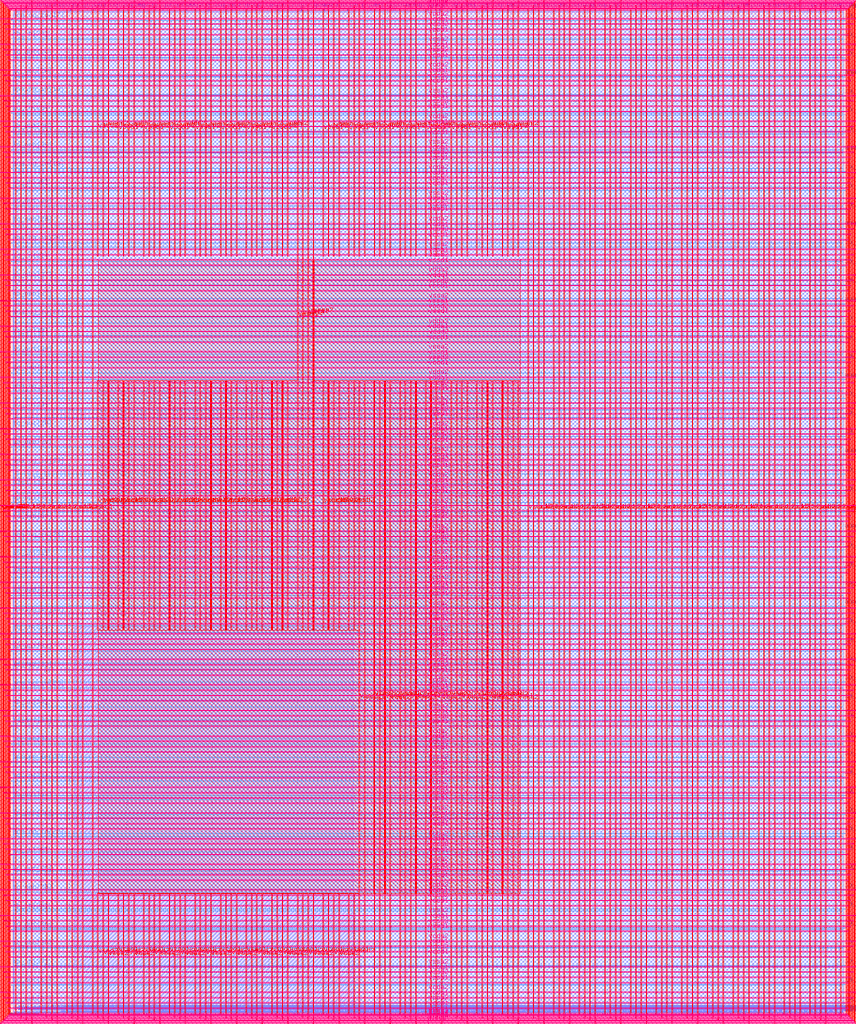
<source format=lef>
VERSION 5.7 ;
  NOWIREEXTENSIONATPIN ON ;
  DIVIDERCHAR "/" ;
  BUSBITCHARS "[]" ;
MACRO user_project_wrapper
  CLASS BLOCK ;
  FOREIGN user_project_wrapper ;
  ORIGIN 0.000 0.000 ;
  SIZE 2920.000 BY 3520.000 ;
  PIN analog_io[0]
    DIRECTION INOUT ;
    USE SIGNAL ;
    PORT
      LAYER met3 ;
        RECT 2917.600 1426.380 2924.800 1427.580 ;
    END
  END analog_io[0]
  PIN analog_io[10]
    DIRECTION INOUT ;
    USE SIGNAL ;
    PORT
      LAYER met2 ;
        RECT 2230.490 3517.600 2231.050 3524.800 ;
    END
  END analog_io[10]
  PIN analog_io[11]
    DIRECTION INOUT ;
    USE SIGNAL ;
    PORT
      LAYER met2 ;
        RECT 1905.730 3517.600 1906.290 3524.800 ;
    END
  END analog_io[11]
  PIN analog_io[12]
    DIRECTION INOUT ;
    USE SIGNAL ;
    PORT
      LAYER met2 ;
        RECT 1581.430 3517.600 1581.990 3524.800 ;
    END
  END analog_io[12]
  PIN analog_io[13]
    DIRECTION INOUT ;
    USE SIGNAL ;
    PORT
      LAYER met2 ;
        RECT 1257.130 3517.600 1257.690 3524.800 ;
    END
  END analog_io[13]
  PIN analog_io[14]
    DIRECTION INOUT ;
    USE SIGNAL ;
    PORT
      LAYER met2 ;
        RECT 932.370 3517.600 932.930 3524.800 ;
    END
  END analog_io[14]
  PIN analog_io[15]
    DIRECTION INOUT ;
    USE SIGNAL ;
    PORT
      LAYER met2 ;
        RECT 608.070 3517.600 608.630 3524.800 ;
    END
  END analog_io[15]
  PIN analog_io[16]
    DIRECTION INOUT ;
    USE SIGNAL ;
    PORT
      LAYER met2 ;
        RECT 283.770 3517.600 284.330 3524.800 ;
    END
  END analog_io[16]
  PIN analog_io[17]
    DIRECTION INOUT ;
    USE SIGNAL ;
    PORT
      LAYER met3 ;
        RECT -4.800 3486.100 2.400 3487.300 ;
    END
  END analog_io[17]
  PIN analog_io[18]
    DIRECTION INOUT ;
    USE SIGNAL ;
    PORT
      LAYER met3 ;
        RECT -4.800 3224.980 2.400 3226.180 ;
    END
  END analog_io[18]
  PIN analog_io[19]
    DIRECTION INOUT ;
    USE SIGNAL ;
    PORT
      LAYER met3 ;
        RECT -4.800 2964.540 2.400 2965.740 ;
    END
  END analog_io[19]
  PIN analog_io[1]
    DIRECTION INOUT ;
    USE SIGNAL ;
    PORT
      LAYER met3 ;
        RECT 2917.600 1692.260 2924.800 1693.460 ;
    END
  END analog_io[1]
  PIN analog_io[20]
    DIRECTION INOUT ;
    USE SIGNAL ;
    PORT
      LAYER met3 ;
        RECT -4.800 2703.420 2.400 2704.620 ;
    END
  END analog_io[20]
  PIN analog_io[21]
    DIRECTION INOUT ;
    USE SIGNAL ;
    PORT
      LAYER met3 ;
        RECT -4.800 2442.980 2.400 2444.180 ;
    END
  END analog_io[21]
  PIN analog_io[22]
    DIRECTION INOUT ;
    USE SIGNAL ;
    PORT
      LAYER met3 ;
        RECT -4.800 2182.540 2.400 2183.740 ;
    END
  END analog_io[22]
  PIN analog_io[23]
    DIRECTION INOUT ;
    USE SIGNAL ;
    PORT
      LAYER met3 ;
        RECT -4.800 1921.420 2.400 1922.620 ;
    END
  END analog_io[23]
  PIN analog_io[24]
    DIRECTION INOUT ;
    USE SIGNAL ;
    PORT
      LAYER met3 ;
        RECT -4.800 1660.980 2.400 1662.180 ;
    END
  END analog_io[24]
  PIN analog_io[25]
    DIRECTION INOUT ;
    USE SIGNAL ;
    PORT
      LAYER met3 ;
        RECT -4.800 1399.860 2.400 1401.060 ;
    END
  END analog_io[25]
  PIN analog_io[26]
    DIRECTION INOUT ;
    USE SIGNAL ;
    PORT
      LAYER met3 ;
        RECT -4.800 1139.420 2.400 1140.620 ;
    END
  END analog_io[26]
  PIN analog_io[27]
    DIRECTION INOUT ;
    USE SIGNAL ;
    PORT
      LAYER met3 ;
        RECT -4.800 878.980 2.400 880.180 ;
    END
  END analog_io[27]
  PIN analog_io[28]
    DIRECTION INOUT ;
    USE SIGNAL ;
    PORT
      LAYER met3 ;
        RECT -4.800 617.860 2.400 619.060 ;
    END
  END analog_io[28]
  PIN analog_io[2]
    DIRECTION INOUT ;
    USE SIGNAL ;
    PORT
      LAYER met3 ;
        RECT 2917.600 1958.140 2924.800 1959.340 ;
    END
  END analog_io[2]
  PIN analog_io[3]
    DIRECTION INOUT ;
    USE SIGNAL ;
    PORT
      LAYER met3 ;
        RECT 2917.600 2223.340 2924.800 2224.540 ;
    END
  END analog_io[3]
  PIN analog_io[4]
    DIRECTION INOUT ;
    USE SIGNAL ;
    PORT
      LAYER met3 ;
        RECT 2917.600 2489.220 2924.800 2490.420 ;
    END
  END analog_io[4]
  PIN analog_io[5]
    DIRECTION INOUT ;
    USE SIGNAL ;
    PORT
      LAYER met3 ;
        RECT 2917.600 2755.100 2924.800 2756.300 ;
    END
  END analog_io[5]
  PIN analog_io[6]
    DIRECTION INOUT ;
    USE SIGNAL ;
    PORT
      LAYER met3 ;
        RECT 2917.600 3020.300 2924.800 3021.500 ;
    END
  END analog_io[6]
  PIN analog_io[7]
    DIRECTION INOUT ;
    USE SIGNAL ;
    PORT
      LAYER met3 ;
        RECT 2917.600 3286.180 2924.800 3287.380 ;
    END
  END analog_io[7]
  PIN analog_io[8]
    DIRECTION INOUT ;
    USE SIGNAL ;
    PORT
      LAYER met2 ;
        RECT 2879.090 3517.600 2879.650 3524.800 ;
    END
  END analog_io[8]
  PIN analog_io[9]
    DIRECTION INOUT ;
    USE SIGNAL ;
    PORT
      LAYER met2 ;
        RECT 2554.790 3517.600 2555.350 3524.800 ;
    END
  END analog_io[9]
  PIN io_in[0]
    DIRECTION INPUT ;
    USE SIGNAL ;
    PORT
      LAYER met3 ;
        RECT 2917.600 32.380 2924.800 33.580 ;
    END
  END io_in[0]
  PIN io_in[10]
    DIRECTION INPUT ;
    USE SIGNAL ;
    PORT
      LAYER met3 ;
        RECT 2917.600 2289.980 2924.800 2291.180 ;
    END
  END io_in[10]
  PIN io_in[11]
    DIRECTION INPUT ;
    USE SIGNAL ;
    PORT
      LAYER met3 ;
        RECT 2917.600 2555.860 2924.800 2557.060 ;
    END
  END io_in[11]
  PIN io_in[12]
    DIRECTION INPUT ;
    USE SIGNAL ;
    PORT
      LAYER met3 ;
        RECT 2917.600 2821.060 2924.800 2822.260 ;
    END
  END io_in[12]
  PIN io_in[13]
    DIRECTION INPUT ;
    USE SIGNAL ;
    PORT
      LAYER met3 ;
        RECT 2917.600 3086.940 2924.800 3088.140 ;
    END
  END io_in[13]
  PIN io_in[14]
    DIRECTION INPUT ;
    USE SIGNAL ;
    PORT
      LAYER met3 ;
        RECT 2917.600 3352.820 2924.800 3354.020 ;
    END
  END io_in[14]
  PIN io_in[15]
    DIRECTION INPUT ;
    USE SIGNAL ;
    PORT
      LAYER met2 ;
        RECT 2798.130 3517.600 2798.690 3524.800 ;
    END
  END io_in[15]
  PIN io_in[16]
    DIRECTION INPUT ;
    USE SIGNAL ;
    PORT
      LAYER met2 ;
        RECT 2473.830 3517.600 2474.390 3524.800 ;
    END
  END io_in[16]
  PIN io_in[17]
    DIRECTION INPUT ;
    USE SIGNAL ;
    PORT
      LAYER met2 ;
        RECT 2149.070 3517.600 2149.630 3524.800 ;
    END
  END io_in[17]
  PIN io_in[18]
    DIRECTION INPUT ;
    USE SIGNAL ;
    PORT
      LAYER met2 ;
        RECT 1824.770 3517.600 1825.330 3524.800 ;
    END
  END io_in[18]
  PIN io_in[19]
    DIRECTION INPUT ;
    USE SIGNAL ;
    PORT
      LAYER met2 ;
        RECT 1500.470 3517.600 1501.030 3524.800 ;
    END
  END io_in[19]
  PIN io_in[1]
    DIRECTION INPUT ;
    USE SIGNAL ;
    PORT
      LAYER met3 ;
        RECT 2917.600 230.940 2924.800 232.140 ;
    END
  END io_in[1]
  PIN io_in[20]
    DIRECTION INPUT ;
    USE SIGNAL ;
    PORT
      LAYER met2 ;
        RECT 1175.710 3517.600 1176.270 3524.800 ;
    END
  END io_in[20]
  PIN io_in[21]
    DIRECTION INPUT ;
    USE SIGNAL ;
    PORT
      LAYER met2 ;
        RECT 851.410 3517.600 851.970 3524.800 ;
    END
  END io_in[21]
  PIN io_in[22]
    DIRECTION INPUT ;
    USE SIGNAL ;
    PORT
      LAYER met2 ;
        RECT 527.110 3517.600 527.670 3524.800 ;
    END
  END io_in[22]
  PIN io_in[23]
    DIRECTION INPUT ;
    USE SIGNAL ;
    PORT
      LAYER met2 ;
        RECT 202.350 3517.600 202.910 3524.800 ;
    END
  END io_in[23]
  PIN io_in[24]
    DIRECTION INPUT ;
    USE SIGNAL ;
    PORT
      LAYER met3 ;
        RECT -4.800 3420.820 2.400 3422.020 ;
    END
  END io_in[24]
  PIN io_in[25]
    DIRECTION INPUT ;
    USE SIGNAL ;
    PORT
      LAYER met3 ;
        RECT -4.800 3159.700 2.400 3160.900 ;
    END
  END io_in[25]
  PIN io_in[26]
    DIRECTION INPUT ;
    USE SIGNAL ;
    PORT
      LAYER met3 ;
        RECT -4.800 2899.260 2.400 2900.460 ;
    END
  END io_in[26]
  PIN io_in[27]
    DIRECTION INPUT ;
    USE SIGNAL ;
    PORT
      LAYER met3 ;
        RECT -4.800 2638.820 2.400 2640.020 ;
    END
  END io_in[27]
  PIN io_in[28]
    DIRECTION INPUT ;
    USE SIGNAL ;
    PORT
      LAYER met3 ;
        RECT -4.800 2377.700 2.400 2378.900 ;
    END
  END io_in[28]
  PIN io_in[29]
    DIRECTION INPUT ;
    USE SIGNAL ;
    PORT
      LAYER met3 ;
        RECT -4.800 2117.260 2.400 2118.460 ;
    END
  END io_in[29]
  PIN io_in[2]
    DIRECTION INPUT ;
    USE SIGNAL ;
    PORT
      LAYER met3 ;
        RECT 2917.600 430.180 2924.800 431.380 ;
    END
  END io_in[2]
  PIN io_in[30]
    DIRECTION INPUT ;
    USE SIGNAL ;
    PORT
      LAYER met3 ;
        RECT -4.800 1856.140 2.400 1857.340 ;
    END
  END io_in[30]
  PIN io_in[31]
    DIRECTION INPUT ;
    USE SIGNAL ;
    PORT
      LAYER met3 ;
        RECT -4.800 1595.700 2.400 1596.900 ;
    END
  END io_in[31]
  PIN io_in[32]
    DIRECTION INPUT ;
    USE SIGNAL ;
    PORT
      LAYER met3 ;
        RECT -4.800 1335.260 2.400 1336.460 ;
    END
  END io_in[32]
  PIN io_in[33]
    DIRECTION INPUT ;
    USE SIGNAL ;
    PORT
      LAYER met3 ;
        RECT -4.800 1074.140 2.400 1075.340 ;
    END
  END io_in[33]
  PIN io_in[34]
    DIRECTION INPUT ;
    USE SIGNAL ;
    PORT
      LAYER met3 ;
        RECT -4.800 813.700 2.400 814.900 ;
    END
  END io_in[34]
  PIN io_in[35]
    DIRECTION INPUT ;
    USE SIGNAL ;
    PORT
      LAYER met3 ;
        RECT -4.800 552.580 2.400 553.780 ;
    END
  END io_in[35]
  PIN io_in[36]
    DIRECTION INPUT ;
    USE SIGNAL ;
    PORT
      LAYER met3 ;
        RECT -4.800 357.420 2.400 358.620 ;
    END
  END io_in[36]
  PIN io_in[37]
    DIRECTION INPUT ;
    USE SIGNAL ;
    PORT
      LAYER met3 ;
        RECT -4.800 161.580 2.400 162.780 ;
    END
  END io_in[37]
  PIN io_in[3]
    DIRECTION INPUT ;
    USE SIGNAL ;
    PORT
      LAYER met3 ;
        RECT 2917.600 629.420 2924.800 630.620 ;
    END
  END io_in[3]
  PIN io_in[4]
    DIRECTION INPUT ;
    USE SIGNAL ;
    PORT
      LAYER met3 ;
        RECT 2917.600 828.660 2924.800 829.860 ;
    END
  END io_in[4]
  PIN io_in[5]
    DIRECTION INPUT ;
    USE SIGNAL ;
    PORT
      LAYER met3 ;
        RECT 2917.600 1027.900 2924.800 1029.100 ;
    END
  END io_in[5]
  PIN io_in[6]
    DIRECTION INPUT ;
    USE SIGNAL ;
    PORT
      LAYER met3 ;
        RECT 2917.600 1227.140 2924.800 1228.340 ;
    END
  END io_in[6]
  PIN io_in[7]
    DIRECTION INPUT ;
    USE SIGNAL ;
    PORT
      LAYER met3 ;
        RECT 2917.600 1493.020 2924.800 1494.220 ;
    END
  END io_in[7]
  PIN io_in[8]
    DIRECTION INPUT ;
    USE SIGNAL ;
    PORT
      LAYER met3 ;
        RECT 2917.600 1758.900 2924.800 1760.100 ;
    END
  END io_in[8]
  PIN io_in[9]
    DIRECTION INPUT ;
    USE SIGNAL ;
    PORT
      LAYER met3 ;
        RECT 2917.600 2024.100 2924.800 2025.300 ;
    END
  END io_in[9]
  PIN io_oeb[0]
    DIRECTION OUTPUT TRISTATE ;
    USE SIGNAL ;
    PORT
      LAYER met3 ;
        RECT 2917.600 164.980 2924.800 166.180 ;
    END
  END io_oeb[0]
  PIN io_oeb[10]
    DIRECTION OUTPUT TRISTATE ;
    USE SIGNAL ;
    PORT
      LAYER met3 ;
        RECT 2917.600 2422.580 2924.800 2423.780 ;
    END
  END io_oeb[10]
  PIN io_oeb[11]
    DIRECTION OUTPUT TRISTATE ;
    USE SIGNAL ;
    PORT
      LAYER met3 ;
        RECT 2917.600 2688.460 2924.800 2689.660 ;
    END
  END io_oeb[11]
  PIN io_oeb[12]
    DIRECTION OUTPUT TRISTATE ;
    USE SIGNAL ;
    PORT
      LAYER met3 ;
        RECT 2917.600 2954.340 2924.800 2955.540 ;
    END
  END io_oeb[12]
  PIN io_oeb[13]
    DIRECTION OUTPUT TRISTATE ;
    USE SIGNAL ;
    PORT
      LAYER met3 ;
        RECT 2917.600 3219.540 2924.800 3220.740 ;
    END
  END io_oeb[13]
  PIN io_oeb[14]
    DIRECTION OUTPUT TRISTATE ;
    USE SIGNAL ;
    PORT
      LAYER met3 ;
        RECT 2917.600 3485.420 2924.800 3486.620 ;
    END
  END io_oeb[14]
  PIN io_oeb[15]
    DIRECTION OUTPUT TRISTATE ;
    USE SIGNAL ;
    PORT
      LAYER met2 ;
        RECT 2635.750 3517.600 2636.310 3524.800 ;
    END
  END io_oeb[15]
  PIN io_oeb[16]
    DIRECTION OUTPUT TRISTATE ;
    USE SIGNAL ;
    PORT
      LAYER met2 ;
        RECT 2311.450 3517.600 2312.010 3524.800 ;
    END
  END io_oeb[16]
  PIN io_oeb[17]
    DIRECTION OUTPUT TRISTATE ;
    USE SIGNAL ;
    PORT
      LAYER met2 ;
        RECT 1987.150 3517.600 1987.710 3524.800 ;
    END
  END io_oeb[17]
  PIN io_oeb[18]
    DIRECTION OUTPUT TRISTATE ;
    USE SIGNAL ;
    PORT
      LAYER met2 ;
        RECT 1662.390 3517.600 1662.950 3524.800 ;
    END
  END io_oeb[18]
  PIN io_oeb[19]
    DIRECTION OUTPUT TRISTATE ;
    USE SIGNAL ;
    PORT
      LAYER met2 ;
        RECT 1338.090 3517.600 1338.650 3524.800 ;
    END
  END io_oeb[19]
  PIN io_oeb[1]
    DIRECTION OUTPUT TRISTATE ;
    USE SIGNAL ;
    PORT
      LAYER met3 ;
        RECT 2917.600 364.220 2924.800 365.420 ;
    END
  END io_oeb[1]
  PIN io_oeb[20]
    DIRECTION OUTPUT TRISTATE ;
    USE SIGNAL ;
    PORT
      LAYER met2 ;
        RECT 1013.790 3517.600 1014.350 3524.800 ;
    END
  END io_oeb[20]
  PIN io_oeb[21]
    DIRECTION OUTPUT TRISTATE ;
    USE SIGNAL ;
    PORT
      LAYER met2 ;
        RECT 689.030 3517.600 689.590 3524.800 ;
    END
  END io_oeb[21]
  PIN io_oeb[22]
    DIRECTION OUTPUT TRISTATE ;
    USE SIGNAL ;
    PORT
      LAYER met2 ;
        RECT 364.730 3517.600 365.290 3524.800 ;
    END
  END io_oeb[22]
  PIN io_oeb[23]
    DIRECTION OUTPUT TRISTATE ;
    USE SIGNAL ;
    PORT
      LAYER met2 ;
        RECT 40.430 3517.600 40.990 3524.800 ;
    END
  END io_oeb[23]
  PIN io_oeb[24]
    DIRECTION OUTPUT TRISTATE ;
    USE SIGNAL ;
    PORT
      LAYER met3 ;
        RECT -4.800 3290.260 2.400 3291.460 ;
    END
  END io_oeb[24]
  PIN io_oeb[25]
    DIRECTION OUTPUT TRISTATE ;
    USE SIGNAL ;
    PORT
      LAYER met3 ;
        RECT -4.800 3029.820 2.400 3031.020 ;
    END
  END io_oeb[25]
  PIN io_oeb[26]
    DIRECTION OUTPUT TRISTATE ;
    USE SIGNAL ;
    PORT
      LAYER met3 ;
        RECT -4.800 2768.700 2.400 2769.900 ;
    END
  END io_oeb[26]
  PIN io_oeb[27]
    DIRECTION OUTPUT TRISTATE ;
    USE SIGNAL ;
    PORT
      LAYER met3 ;
        RECT -4.800 2508.260 2.400 2509.460 ;
    END
  END io_oeb[27]
  PIN io_oeb[28]
    DIRECTION OUTPUT TRISTATE ;
    USE SIGNAL ;
    PORT
      LAYER met3 ;
        RECT -4.800 2247.140 2.400 2248.340 ;
    END
  END io_oeb[28]
  PIN io_oeb[29]
    DIRECTION OUTPUT TRISTATE ;
    USE SIGNAL ;
    PORT
      LAYER met3 ;
        RECT -4.800 1986.700 2.400 1987.900 ;
    END
  END io_oeb[29]
  PIN io_oeb[2]
    DIRECTION OUTPUT TRISTATE ;
    USE SIGNAL ;
    PORT
      LAYER met3 ;
        RECT 2917.600 563.460 2924.800 564.660 ;
    END
  END io_oeb[2]
  PIN io_oeb[30]
    DIRECTION OUTPUT TRISTATE ;
    USE SIGNAL ;
    PORT
      LAYER met3 ;
        RECT -4.800 1726.260 2.400 1727.460 ;
    END
  END io_oeb[30]
  PIN io_oeb[31]
    DIRECTION OUTPUT TRISTATE ;
    USE SIGNAL ;
    PORT
      LAYER met3 ;
        RECT -4.800 1465.140 2.400 1466.340 ;
    END
  END io_oeb[31]
  PIN io_oeb[32]
    DIRECTION OUTPUT TRISTATE ;
    USE SIGNAL ;
    PORT
      LAYER met3 ;
        RECT -4.800 1204.700 2.400 1205.900 ;
    END
  END io_oeb[32]
  PIN io_oeb[33]
    DIRECTION OUTPUT TRISTATE ;
    USE SIGNAL ;
    PORT
      LAYER met3 ;
        RECT -4.800 943.580 2.400 944.780 ;
    END
  END io_oeb[33]
  PIN io_oeb[34]
    DIRECTION OUTPUT TRISTATE ;
    USE SIGNAL ;
    PORT
      LAYER met3 ;
        RECT -4.800 683.140 2.400 684.340 ;
    END
  END io_oeb[34]
  PIN io_oeb[35]
    DIRECTION OUTPUT TRISTATE ;
    USE SIGNAL ;
    PORT
      LAYER met3 ;
        RECT -4.800 422.700 2.400 423.900 ;
    END
  END io_oeb[35]
  PIN io_oeb[36]
    DIRECTION OUTPUT TRISTATE ;
    USE SIGNAL ;
    PORT
      LAYER met3 ;
        RECT -4.800 226.860 2.400 228.060 ;
    END
  END io_oeb[36]
  PIN io_oeb[37]
    DIRECTION OUTPUT TRISTATE ;
    USE SIGNAL ;
    PORT
      LAYER met3 ;
        RECT -4.800 31.700 2.400 32.900 ;
    END
  END io_oeb[37]
  PIN io_oeb[3]
    DIRECTION OUTPUT TRISTATE ;
    USE SIGNAL ;
    PORT
      LAYER met3 ;
        RECT 2917.600 762.700 2924.800 763.900 ;
    END
  END io_oeb[3]
  PIN io_oeb[4]
    DIRECTION OUTPUT TRISTATE ;
    USE SIGNAL ;
    PORT
      LAYER met3 ;
        RECT 2917.600 961.940 2924.800 963.140 ;
    END
  END io_oeb[4]
  PIN io_oeb[5]
    DIRECTION OUTPUT TRISTATE ;
    USE SIGNAL ;
    PORT
      LAYER met3 ;
        RECT 2917.600 1161.180 2924.800 1162.380 ;
    END
  END io_oeb[5]
  PIN io_oeb[6]
    DIRECTION OUTPUT TRISTATE ;
    USE SIGNAL ;
    PORT
      LAYER met3 ;
        RECT 2917.600 1360.420 2924.800 1361.620 ;
    END
  END io_oeb[6]
  PIN io_oeb[7]
    DIRECTION OUTPUT TRISTATE ;
    USE SIGNAL ;
    PORT
      LAYER met3 ;
        RECT 2917.600 1625.620 2924.800 1626.820 ;
    END
  END io_oeb[7]
  PIN io_oeb[8]
    DIRECTION OUTPUT TRISTATE ;
    USE SIGNAL ;
    PORT
      LAYER met3 ;
        RECT 2917.600 1891.500 2924.800 1892.700 ;
    END
  END io_oeb[8]
  PIN io_oeb[9]
    DIRECTION OUTPUT TRISTATE ;
    USE SIGNAL ;
    PORT
      LAYER met3 ;
        RECT 2917.600 2157.380 2924.800 2158.580 ;
    END
  END io_oeb[9]
  PIN io_out[0]
    DIRECTION OUTPUT TRISTATE ;
    USE SIGNAL ;
    PORT
      LAYER met3 ;
        RECT 2917.600 98.340 2924.800 99.540 ;
    END
  END io_out[0]
  PIN io_out[10]
    DIRECTION OUTPUT TRISTATE ;
    USE SIGNAL ;
    PORT
      LAYER met3 ;
        RECT 2917.600 2356.620 2924.800 2357.820 ;
    END
  END io_out[10]
  PIN io_out[11]
    DIRECTION OUTPUT TRISTATE ;
    USE SIGNAL ;
    PORT
      LAYER met3 ;
        RECT 2917.600 2621.820 2924.800 2623.020 ;
    END
  END io_out[11]
  PIN io_out[12]
    DIRECTION OUTPUT TRISTATE ;
    USE SIGNAL ;
    PORT
      LAYER met3 ;
        RECT 2917.600 2887.700 2924.800 2888.900 ;
    END
  END io_out[12]
  PIN io_out[13]
    DIRECTION OUTPUT TRISTATE ;
    USE SIGNAL ;
    PORT
      LAYER met3 ;
        RECT 2917.600 3153.580 2924.800 3154.780 ;
    END
  END io_out[13]
  PIN io_out[14]
    DIRECTION OUTPUT TRISTATE ;
    USE SIGNAL ;
    PORT
      LAYER met3 ;
        RECT 2917.600 3418.780 2924.800 3419.980 ;
    END
  END io_out[14]
  PIN io_out[15]
    DIRECTION OUTPUT TRISTATE ;
    USE SIGNAL ;
    PORT
      LAYER met2 ;
        RECT 2717.170 3517.600 2717.730 3524.800 ;
    END
  END io_out[15]
  PIN io_out[16]
    DIRECTION OUTPUT TRISTATE ;
    USE SIGNAL ;
    PORT
      LAYER met2 ;
        RECT 2392.410 3517.600 2392.970 3524.800 ;
    END
  END io_out[16]
  PIN io_out[17]
    DIRECTION OUTPUT TRISTATE ;
    USE SIGNAL ;
    PORT
      LAYER met2 ;
        RECT 2068.110 3517.600 2068.670 3524.800 ;
    END
  END io_out[17]
  PIN io_out[18]
    DIRECTION OUTPUT TRISTATE ;
    USE SIGNAL ;
    PORT
      LAYER met2 ;
        RECT 1743.810 3517.600 1744.370 3524.800 ;
    END
  END io_out[18]
  PIN io_out[19]
    DIRECTION OUTPUT TRISTATE ;
    USE SIGNAL ;
    PORT
      LAYER met2 ;
        RECT 1419.050 3517.600 1419.610 3524.800 ;
    END
  END io_out[19]
  PIN io_out[1]
    DIRECTION OUTPUT TRISTATE ;
    USE SIGNAL ;
    PORT
      LAYER met3 ;
        RECT 2917.600 297.580 2924.800 298.780 ;
    END
  END io_out[1]
  PIN io_out[20]
    DIRECTION OUTPUT TRISTATE ;
    USE SIGNAL ;
    PORT
      LAYER met2 ;
        RECT 1094.750 3517.600 1095.310 3524.800 ;
    END
  END io_out[20]
  PIN io_out[21]
    DIRECTION OUTPUT TRISTATE ;
    USE SIGNAL ;
    PORT
      LAYER met2 ;
        RECT 770.450 3517.600 771.010 3524.800 ;
    END
  END io_out[21]
  PIN io_out[22]
    DIRECTION OUTPUT TRISTATE ;
    USE SIGNAL ;
    PORT
      LAYER met2 ;
        RECT 445.690 3517.600 446.250 3524.800 ;
    END
  END io_out[22]
  PIN io_out[23]
    DIRECTION OUTPUT TRISTATE ;
    USE SIGNAL ;
    PORT
      LAYER met2 ;
        RECT 121.390 3517.600 121.950 3524.800 ;
    END
  END io_out[23]
  PIN io_out[24]
    DIRECTION OUTPUT TRISTATE ;
    USE SIGNAL ;
    PORT
      LAYER met3 ;
        RECT -4.800 3355.540 2.400 3356.740 ;
    END
  END io_out[24]
  PIN io_out[25]
    DIRECTION OUTPUT TRISTATE ;
    USE SIGNAL ;
    PORT
      LAYER met3 ;
        RECT -4.800 3095.100 2.400 3096.300 ;
    END
  END io_out[25]
  PIN io_out[26]
    DIRECTION OUTPUT TRISTATE ;
    USE SIGNAL ;
    PORT
      LAYER met3 ;
        RECT -4.800 2833.980 2.400 2835.180 ;
    END
  END io_out[26]
  PIN io_out[27]
    DIRECTION OUTPUT TRISTATE ;
    USE SIGNAL ;
    PORT
      LAYER met3 ;
        RECT -4.800 2573.540 2.400 2574.740 ;
    END
  END io_out[27]
  PIN io_out[28]
    DIRECTION OUTPUT TRISTATE ;
    USE SIGNAL ;
    PORT
      LAYER met3 ;
        RECT -4.800 2312.420 2.400 2313.620 ;
    END
  END io_out[28]
  PIN io_out[29]
    DIRECTION OUTPUT TRISTATE ;
    USE SIGNAL ;
    PORT
      LAYER met3 ;
        RECT -4.800 2051.980 2.400 2053.180 ;
    END
  END io_out[29]
  PIN io_out[2]
    DIRECTION OUTPUT TRISTATE ;
    USE SIGNAL ;
    PORT
      LAYER met3 ;
        RECT 2917.600 496.820 2924.800 498.020 ;
    END
  END io_out[2]
  PIN io_out[30]
    DIRECTION OUTPUT TRISTATE ;
    USE SIGNAL ;
    PORT
      LAYER met3 ;
        RECT -4.800 1791.540 2.400 1792.740 ;
    END
  END io_out[30]
  PIN io_out[31]
    DIRECTION OUTPUT TRISTATE ;
    USE SIGNAL ;
    PORT
      LAYER met3 ;
        RECT -4.800 1530.420 2.400 1531.620 ;
    END
  END io_out[31]
  PIN io_out[32]
    DIRECTION OUTPUT TRISTATE ;
    USE SIGNAL ;
    PORT
      LAYER met3 ;
        RECT -4.800 1269.980 2.400 1271.180 ;
    END
  END io_out[32]
  PIN io_out[33]
    DIRECTION OUTPUT TRISTATE ;
    USE SIGNAL ;
    PORT
      LAYER met3 ;
        RECT -4.800 1008.860 2.400 1010.060 ;
    END
  END io_out[33]
  PIN io_out[34]
    DIRECTION OUTPUT TRISTATE ;
    USE SIGNAL ;
    PORT
      LAYER met3 ;
        RECT -4.800 748.420 2.400 749.620 ;
    END
  END io_out[34]
  PIN io_out[35]
    DIRECTION OUTPUT TRISTATE ;
    USE SIGNAL ;
    PORT
      LAYER met3 ;
        RECT -4.800 487.300 2.400 488.500 ;
    END
  END io_out[35]
  PIN io_out[36]
    DIRECTION OUTPUT TRISTATE ;
    USE SIGNAL ;
    PORT
      LAYER met3 ;
        RECT -4.800 292.140 2.400 293.340 ;
    END
  END io_out[36]
  PIN io_out[37]
    DIRECTION OUTPUT TRISTATE ;
    USE SIGNAL ;
    PORT
      LAYER met3 ;
        RECT -4.800 96.300 2.400 97.500 ;
    END
  END io_out[37]
  PIN io_out[3]
    DIRECTION OUTPUT TRISTATE ;
    USE SIGNAL ;
    PORT
      LAYER met3 ;
        RECT 2917.600 696.060 2924.800 697.260 ;
    END
  END io_out[3]
  PIN io_out[4]
    DIRECTION OUTPUT TRISTATE ;
    USE SIGNAL ;
    PORT
      LAYER met3 ;
        RECT 2917.600 895.300 2924.800 896.500 ;
    END
  END io_out[4]
  PIN io_out[5]
    DIRECTION OUTPUT TRISTATE ;
    USE SIGNAL ;
    PORT
      LAYER met3 ;
        RECT 2917.600 1094.540 2924.800 1095.740 ;
    END
  END io_out[5]
  PIN io_out[6]
    DIRECTION OUTPUT TRISTATE ;
    USE SIGNAL ;
    PORT
      LAYER met3 ;
        RECT 2917.600 1293.780 2924.800 1294.980 ;
    END
  END io_out[6]
  PIN io_out[7]
    DIRECTION OUTPUT TRISTATE ;
    USE SIGNAL ;
    PORT
      LAYER met3 ;
        RECT 2917.600 1559.660 2924.800 1560.860 ;
    END
  END io_out[7]
  PIN io_out[8]
    DIRECTION OUTPUT TRISTATE ;
    USE SIGNAL ;
    PORT
      LAYER met3 ;
        RECT 2917.600 1824.860 2924.800 1826.060 ;
    END
  END io_out[8]
  PIN io_out[9]
    DIRECTION OUTPUT TRISTATE ;
    USE SIGNAL ;
    PORT
      LAYER met3 ;
        RECT 2917.600 2090.740 2924.800 2091.940 ;
    END
  END io_out[9]
  PIN la_data_in[0]
    DIRECTION INPUT ;
    USE SIGNAL ;
    PORT
      LAYER met2 ;
        RECT 629.230 -4.800 629.790 2.400 ;
    END
  END la_data_in[0]
  PIN la_data_in[100]
    DIRECTION INPUT ;
    USE SIGNAL ;
    PORT
      LAYER met2 ;
        RECT 2402.530 -4.800 2403.090 2.400 ;
    END
  END la_data_in[100]
  PIN la_data_in[101]
    DIRECTION INPUT ;
    USE SIGNAL ;
    PORT
      LAYER met2 ;
        RECT 2420.010 -4.800 2420.570 2.400 ;
    END
  END la_data_in[101]
  PIN la_data_in[102]
    DIRECTION INPUT ;
    USE SIGNAL ;
    PORT
      LAYER met2 ;
        RECT 2437.950 -4.800 2438.510 2.400 ;
    END
  END la_data_in[102]
  PIN la_data_in[103]
    DIRECTION INPUT ;
    USE SIGNAL ;
    PORT
      LAYER met2 ;
        RECT 2455.430 -4.800 2455.990 2.400 ;
    END
  END la_data_in[103]
  PIN la_data_in[104]
    DIRECTION INPUT ;
    USE SIGNAL ;
    PORT
      LAYER met2 ;
        RECT 2473.370 -4.800 2473.930 2.400 ;
    END
  END la_data_in[104]
  PIN la_data_in[105]
    DIRECTION INPUT ;
    USE SIGNAL ;
    PORT
      LAYER met2 ;
        RECT 2490.850 -4.800 2491.410 2.400 ;
    END
  END la_data_in[105]
  PIN la_data_in[106]
    DIRECTION INPUT ;
    USE SIGNAL ;
    PORT
      LAYER met2 ;
        RECT 2508.790 -4.800 2509.350 2.400 ;
    END
  END la_data_in[106]
  PIN la_data_in[107]
    DIRECTION INPUT ;
    USE SIGNAL ;
    PORT
      LAYER met2 ;
        RECT 2526.730 -4.800 2527.290 2.400 ;
    END
  END la_data_in[107]
  PIN la_data_in[108]
    DIRECTION INPUT ;
    USE SIGNAL ;
    PORT
      LAYER met2 ;
        RECT 2544.210 -4.800 2544.770 2.400 ;
    END
  END la_data_in[108]
  PIN la_data_in[109]
    DIRECTION INPUT ;
    USE SIGNAL ;
    PORT
      LAYER met2 ;
        RECT 2562.150 -4.800 2562.710 2.400 ;
    END
  END la_data_in[109]
  PIN la_data_in[10]
    DIRECTION INPUT ;
    USE SIGNAL ;
    PORT
      LAYER met2 ;
        RECT 806.330 -4.800 806.890 2.400 ;
    END
  END la_data_in[10]
  PIN la_data_in[110]
    DIRECTION INPUT ;
    USE SIGNAL ;
    PORT
      LAYER met2 ;
        RECT 2579.630 -4.800 2580.190 2.400 ;
    END
  END la_data_in[110]
  PIN la_data_in[111]
    DIRECTION INPUT ;
    USE SIGNAL ;
    PORT
      LAYER met2 ;
        RECT 2597.570 -4.800 2598.130 2.400 ;
    END
  END la_data_in[111]
  PIN la_data_in[112]
    DIRECTION INPUT ;
    USE SIGNAL ;
    PORT
      LAYER met2 ;
        RECT 2615.050 -4.800 2615.610 2.400 ;
    END
  END la_data_in[112]
  PIN la_data_in[113]
    DIRECTION INPUT ;
    USE SIGNAL ;
    PORT
      LAYER met2 ;
        RECT 2632.990 -4.800 2633.550 2.400 ;
    END
  END la_data_in[113]
  PIN la_data_in[114]
    DIRECTION INPUT ;
    USE SIGNAL ;
    PORT
      LAYER met2 ;
        RECT 2650.470 -4.800 2651.030 2.400 ;
    END
  END la_data_in[114]
  PIN la_data_in[115]
    DIRECTION INPUT ;
    USE SIGNAL ;
    PORT
      LAYER met2 ;
        RECT 2668.410 -4.800 2668.970 2.400 ;
    END
  END la_data_in[115]
  PIN la_data_in[116]
    DIRECTION INPUT ;
    USE SIGNAL ;
    PORT
      LAYER met2 ;
        RECT 2685.890 -4.800 2686.450 2.400 ;
    END
  END la_data_in[116]
  PIN la_data_in[117]
    DIRECTION INPUT ;
    USE SIGNAL ;
    PORT
      LAYER met2 ;
        RECT 2703.830 -4.800 2704.390 2.400 ;
    END
  END la_data_in[117]
  PIN la_data_in[118]
    DIRECTION INPUT ;
    USE SIGNAL ;
    PORT
      LAYER met2 ;
        RECT 2721.770 -4.800 2722.330 2.400 ;
    END
  END la_data_in[118]
  PIN la_data_in[119]
    DIRECTION INPUT ;
    USE SIGNAL ;
    PORT
      LAYER met2 ;
        RECT 2739.250 -4.800 2739.810 2.400 ;
    END
  END la_data_in[119]
  PIN la_data_in[11]
    DIRECTION INPUT ;
    USE SIGNAL ;
    PORT
      LAYER met2 ;
        RECT 824.270 -4.800 824.830 2.400 ;
    END
  END la_data_in[11]
  PIN la_data_in[120]
    DIRECTION INPUT ;
    USE SIGNAL ;
    PORT
      LAYER met2 ;
        RECT 2757.190 -4.800 2757.750 2.400 ;
    END
  END la_data_in[120]
  PIN la_data_in[121]
    DIRECTION INPUT ;
    USE SIGNAL ;
    PORT
      LAYER met2 ;
        RECT 2774.670 -4.800 2775.230 2.400 ;
    END
  END la_data_in[121]
  PIN la_data_in[122]
    DIRECTION INPUT ;
    USE SIGNAL ;
    PORT
      LAYER met2 ;
        RECT 2792.610 -4.800 2793.170 2.400 ;
    END
  END la_data_in[122]
  PIN la_data_in[123]
    DIRECTION INPUT ;
    USE SIGNAL ;
    PORT
      LAYER met2 ;
        RECT 2810.090 -4.800 2810.650 2.400 ;
    END
  END la_data_in[123]
  PIN la_data_in[124]
    DIRECTION INPUT ;
    USE SIGNAL ;
    PORT
      LAYER met2 ;
        RECT 2828.030 -4.800 2828.590 2.400 ;
    END
  END la_data_in[124]
  PIN la_data_in[125]
    DIRECTION INPUT ;
    USE SIGNAL ;
    PORT
      LAYER met2 ;
        RECT 2845.510 -4.800 2846.070 2.400 ;
    END
  END la_data_in[125]
  PIN la_data_in[126]
    DIRECTION INPUT ;
    USE SIGNAL ;
    PORT
      LAYER met2 ;
        RECT 2863.450 -4.800 2864.010 2.400 ;
    END
  END la_data_in[126]
  PIN la_data_in[127]
    DIRECTION INPUT ;
    USE SIGNAL ;
    PORT
      LAYER met2 ;
        RECT 2881.390 -4.800 2881.950 2.400 ;
    END
  END la_data_in[127]
  PIN la_data_in[12]
    DIRECTION INPUT ;
    USE SIGNAL ;
    PORT
      LAYER met2 ;
        RECT 841.750 -4.800 842.310 2.400 ;
    END
  END la_data_in[12]
  PIN la_data_in[13]
    DIRECTION INPUT ;
    USE SIGNAL ;
    PORT
      LAYER met2 ;
        RECT 859.690 -4.800 860.250 2.400 ;
    END
  END la_data_in[13]
  PIN la_data_in[14]
    DIRECTION INPUT ;
    USE SIGNAL ;
    PORT
      LAYER met2 ;
        RECT 877.170 -4.800 877.730 2.400 ;
    END
  END la_data_in[14]
  PIN la_data_in[15]
    DIRECTION INPUT ;
    USE SIGNAL ;
    PORT
      LAYER met2 ;
        RECT 895.110 -4.800 895.670 2.400 ;
    END
  END la_data_in[15]
  PIN la_data_in[16]
    DIRECTION INPUT ;
    USE SIGNAL ;
    PORT
      LAYER met2 ;
        RECT 912.590 -4.800 913.150 2.400 ;
    END
  END la_data_in[16]
  PIN la_data_in[17]
    DIRECTION INPUT ;
    USE SIGNAL ;
    PORT
      LAYER met2 ;
        RECT 930.530 -4.800 931.090 2.400 ;
    END
  END la_data_in[17]
  PIN la_data_in[18]
    DIRECTION INPUT ;
    USE SIGNAL ;
    PORT
      LAYER met2 ;
        RECT 948.470 -4.800 949.030 2.400 ;
    END
  END la_data_in[18]
  PIN la_data_in[19]
    DIRECTION INPUT ;
    USE SIGNAL ;
    PORT
      LAYER met2 ;
        RECT 965.950 -4.800 966.510 2.400 ;
    END
  END la_data_in[19]
  PIN la_data_in[1]
    DIRECTION INPUT ;
    USE SIGNAL ;
    PORT
      LAYER met2 ;
        RECT 646.710 -4.800 647.270 2.400 ;
    END
  END la_data_in[1]
  PIN la_data_in[20]
    DIRECTION INPUT ;
    USE SIGNAL ;
    PORT
      LAYER met2 ;
        RECT 983.890 -4.800 984.450 2.400 ;
    END
  END la_data_in[20]
  PIN la_data_in[21]
    DIRECTION INPUT ;
    USE SIGNAL ;
    PORT
      LAYER met2 ;
        RECT 1001.370 -4.800 1001.930 2.400 ;
    END
  END la_data_in[21]
  PIN la_data_in[22]
    DIRECTION INPUT ;
    USE SIGNAL ;
    PORT
      LAYER met2 ;
        RECT 1019.310 -4.800 1019.870 2.400 ;
    END
  END la_data_in[22]
  PIN la_data_in[23]
    DIRECTION INPUT ;
    USE SIGNAL ;
    PORT
      LAYER met2 ;
        RECT 1036.790 -4.800 1037.350 2.400 ;
    END
  END la_data_in[23]
  PIN la_data_in[24]
    DIRECTION INPUT ;
    USE SIGNAL ;
    PORT
      LAYER met2 ;
        RECT 1054.730 -4.800 1055.290 2.400 ;
    END
  END la_data_in[24]
  PIN la_data_in[25]
    DIRECTION INPUT ;
    USE SIGNAL ;
    PORT
      LAYER met2 ;
        RECT 1072.210 -4.800 1072.770 2.400 ;
    END
  END la_data_in[25]
  PIN la_data_in[26]
    DIRECTION INPUT ;
    USE SIGNAL ;
    PORT
      LAYER met2 ;
        RECT 1090.150 -4.800 1090.710 2.400 ;
    END
  END la_data_in[26]
  PIN la_data_in[27]
    DIRECTION INPUT ;
    USE SIGNAL ;
    PORT
      LAYER met2 ;
        RECT 1107.630 -4.800 1108.190 2.400 ;
    END
  END la_data_in[27]
  PIN la_data_in[28]
    DIRECTION INPUT ;
    USE SIGNAL ;
    PORT
      LAYER met2 ;
        RECT 1125.570 -4.800 1126.130 2.400 ;
    END
  END la_data_in[28]
  PIN la_data_in[29]
    DIRECTION INPUT ;
    USE SIGNAL ;
    PORT
      LAYER met2 ;
        RECT 1143.510 -4.800 1144.070 2.400 ;
    END
  END la_data_in[29]
  PIN la_data_in[2]
    DIRECTION INPUT ;
    USE SIGNAL ;
    PORT
      LAYER met2 ;
        RECT 664.650 -4.800 665.210 2.400 ;
    END
  END la_data_in[2]
  PIN la_data_in[30]
    DIRECTION INPUT ;
    USE SIGNAL ;
    PORT
      LAYER met2 ;
        RECT 1160.990 -4.800 1161.550 2.400 ;
    END
  END la_data_in[30]
  PIN la_data_in[31]
    DIRECTION INPUT ;
    USE SIGNAL ;
    PORT
      LAYER met2 ;
        RECT 1178.930 -4.800 1179.490 2.400 ;
    END
  END la_data_in[31]
  PIN la_data_in[32]
    DIRECTION INPUT ;
    USE SIGNAL ;
    PORT
      LAYER met2 ;
        RECT 1196.410 -4.800 1196.970 2.400 ;
    END
  END la_data_in[32]
  PIN la_data_in[33]
    DIRECTION INPUT ;
    USE SIGNAL ;
    PORT
      LAYER met2 ;
        RECT 1214.350 -4.800 1214.910 2.400 ;
    END
  END la_data_in[33]
  PIN la_data_in[34]
    DIRECTION INPUT ;
    USE SIGNAL ;
    PORT
      LAYER met2 ;
        RECT 1231.830 -4.800 1232.390 2.400 ;
    END
  END la_data_in[34]
  PIN la_data_in[35]
    DIRECTION INPUT ;
    USE SIGNAL ;
    PORT
      LAYER met2 ;
        RECT 1249.770 -4.800 1250.330 2.400 ;
    END
  END la_data_in[35]
  PIN la_data_in[36]
    DIRECTION INPUT ;
    USE SIGNAL ;
    PORT
      LAYER met2 ;
        RECT 1267.250 -4.800 1267.810 2.400 ;
    END
  END la_data_in[36]
  PIN la_data_in[37]
    DIRECTION INPUT ;
    USE SIGNAL ;
    PORT
      LAYER met2 ;
        RECT 1285.190 -4.800 1285.750 2.400 ;
    END
  END la_data_in[37]
  PIN la_data_in[38]
    DIRECTION INPUT ;
    USE SIGNAL ;
    PORT
      LAYER met2 ;
        RECT 1303.130 -4.800 1303.690 2.400 ;
    END
  END la_data_in[38]
  PIN la_data_in[39]
    DIRECTION INPUT ;
    USE SIGNAL ;
    PORT
      LAYER met2 ;
        RECT 1320.610 -4.800 1321.170 2.400 ;
    END
  END la_data_in[39]
  PIN la_data_in[3]
    DIRECTION INPUT ;
    USE SIGNAL ;
    PORT
      LAYER met2 ;
        RECT 682.130 -4.800 682.690 2.400 ;
    END
  END la_data_in[3]
  PIN la_data_in[40]
    DIRECTION INPUT ;
    USE SIGNAL ;
    PORT
      LAYER met2 ;
        RECT 1338.550 -4.800 1339.110 2.400 ;
    END
  END la_data_in[40]
  PIN la_data_in[41]
    DIRECTION INPUT ;
    USE SIGNAL ;
    PORT
      LAYER met2 ;
        RECT 1356.030 -4.800 1356.590 2.400 ;
    END
  END la_data_in[41]
  PIN la_data_in[42]
    DIRECTION INPUT ;
    USE SIGNAL ;
    PORT
      LAYER met2 ;
        RECT 1373.970 -4.800 1374.530 2.400 ;
    END
  END la_data_in[42]
  PIN la_data_in[43]
    DIRECTION INPUT ;
    USE SIGNAL ;
    PORT
      LAYER met2 ;
        RECT 1391.450 -4.800 1392.010 2.400 ;
    END
  END la_data_in[43]
  PIN la_data_in[44]
    DIRECTION INPUT ;
    USE SIGNAL ;
    PORT
      LAYER met2 ;
        RECT 1409.390 -4.800 1409.950 2.400 ;
    END
  END la_data_in[44]
  PIN la_data_in[45]
    DIRECTION INPUT ;
    USE SIGNAL ;
    PORT
      LAYER met2 ;
        RECT 1426.870 -4.800 1427.430 2.400 ;
    END
  END la_data_in[45]
  PIN la_data_in[46]
    DIRECTION INPUT ;
    USE SIGNAL ;
    PORT
      LAYER met2 ;
        RECT 1444.810 -4.800 1445.370 2.400 ;
    END
  END la_data_in[46]
  PIN la_data_in[47]
    DIRECTION INPUT ;
    USE SIGNAL ;
    PORT
      LAYER met2 ;
        RECT 1462.750 -4.800 1463.310 2.400 ;
    END
  END la_data_in[47]
  PIN la_data_in[48]
    DIRECTION INPUT ;
    USE SIGNAL ;
    PORT
      LAYER met2 ;
        RECT 1480.230 -4.800 1480.790 2.400 ;
    END
  END la_data_in[48]
  PIN la_data_in[49]
    DIRECTION INPUT ;
    USE SIGNAL ;
    PORT
      LAYER met2 ;
        RECT 1498.170 -4.800 1498.730 2.400 ;
    END
  END la_data_in[49]
  PIN la_data_in[4]
    DIRECTION INPUT ;
    USE SIGNAL ;
    PORT
      LAYER met2 ;
        RECT 700.070 -4.800 700.630 2.400 ;
    END
  END la_data_in[4]
  PIN la_data_in[50]
    DIRECTION INPUT ;
    USE SIGNAL ;
    PORT
      LAYER met2 ;
        RECT 1515.650 -4.800 1516.210 2.400 ;
    END
  END la_data_in[50]
  PIN la_data_in[51]
    DIRECTION INPUT ;
    USE SIGNAL ;
    PORT
      LAYER met2 ;
        RECT 1533.590 -4.800 1534.150 2.400 ;
    END
  END la_data_in[51]
  PIN la_data_in[52]
    DIRECTION INPUT ;
    USE SIGNAL ;
    PORT
      LAYER met2 ;
        RECT 1551.070 -4.800 1551.630 2.400 ;
    END
  END la_data_in[52]
  PIN la_data_in[53]
    DIRECTION INPUT ;
    USE SIGNAL ;
    PORT
      LAYER met2 ;
        RECT 1569.010 -4.800 1569.570 2.400 ;
    END
  END la_data_in[53]
  PIN la_data_in[54]
    DIRECTION INPUT ;
    USE SIGNAL ;
    PORT
      LAYER met2 ;
        RECT 1586.490 -4.800 1587.050 2.400 ;
    END
  END la_data_in[54]
  PIN la_data_in[55]
    DIRECTION INPUT ;
    USE SIGNAL ;
    PORT
      LAYER met2 ;
        RECT 1604.430 -4.800 1604.990 2.400 ;
    END
  END la_data_in[55]
  PIN la_data_in[56]
    DIRECTION INPUT ;
    USE SIGNAL ;
    PORT
      LAYER met2 ;
        RECT 1621.910 -4.800 1622.470 2.400 ;
    END
  END la_data_in[56]
  PIN la_data_in[57]
    DIRECTION INPUT ;
    USE SIGNAL ;
    PORT
      LAYER met2 ;
        RECT 1639.850 -4.800 1640.410 2.400 ;
    END
  END la_data_in[57]
  PIN la_data_in[58]
    DIRECTION INPUT ;
    USE SIGNAL ;
    PORT
      LAYER met2 ;
        RECT 1657.790 -4.800 1658.350 2.400 ;
    END
  END la_data_in[58]
  PIN la_data_in[59]
    DIRECTION INPUT ;
    USE SIGNAL ;
    PORT
      LAYER met2 ;
        RECT 1675.270 -4.800 1675.830 2.400 ;
    END
  END la_data_in[59]
  PIN la_data_in[5]
    DIRECTION INPUT ;
    USE SIGNAL ;
    PORT
      LAYER met2 ;
        RECT 717.550 -4.800 718.110 2.400 ;
    END
  END la_data_in[5]
  PIN la_data_in[60]
    DIRECTION INPUT ;
    USE SIGNAL ;
    PORT
      LAYER met2 ;
        RECT 1693.210 -4.800 1693.770 2.400 ;
    END
  END la_data_in[60]
  PIN la_data_in[61]
    DIRECTION INPUT ;
    USE SIGNAL ;
    PORT
      LAYER met2 ;
        RECT 1710.690 -4.800 1711.250 2.400 ;
    END
  END la_data_in[61]
  PIN la_data_in[62]
    DIRECTION INPUT ;
    USE SIGNAL ;
    PORT
      LAYER met2 ;
        RECT 1728.630 -4.800 1729.190 2.400 ;
    END
  END la_data_in[62]
  PIN la_data_in[63]
    DIRECTION INPUT ;
    USE SIGNAL ;
    PORT
      LAYER met2 ;
        RECT 1746.110 -4.800 1746.670 2.400 ;
    END
  END la_data_in[63]
  PIN la_data_in[64]
    DIRECTION INPUT ;
    USE SIGNAL ;
    PORT
      LAYER met2 ;
        RECT 1764.050 -4.800 1764.610 2.400 ;
    END
  END la_data_in[64]
  PIN la_data_in[65]
    DIRECTION INPUT ;
    USE SIGNAL ;
    PORT
      LAYER met2 ;
        RECT 1781.530 -4.800 1782.090 2.400 ;
    END
  END la_data_in[65]
  PIN la_data_in[66]
    DIRECTION INPUT ;
    USE SIGNAL ;
    PORT
      LAYER met2 ;
        RECT 1799.470 -4.800 1800.030 2.400 ;
    END
  END la_data_in[66]
  PIN la_data_in[67]
    DIRECTION INPUT ;
    USE SIGNAL ;
    PORT
      LAYER met2 ;
        RECT 1817.410 -4.800 1817.970 2.400 ;
    END
  END la_data_in[67]
  PIN la_data_in[68]
    DIRECTION INPUT ;
    USE SIGNAL ;
    PORT
      LAYER met2 ;
        RECT 1834.890 -4.800 1835.450 2.400 ;
    END
  END la_data_in[68]
  PIN la_data_in[69]
    DIRECTION INPUT ;
    USE SIGNAL ;
    PORT
      LAYER met2 ;
        RECT 1852.830 -4.800 1853.390 2.400 ;
    END
  END la_data_in[69]
  PIN la_data_in[6]
    DIRECTION INPUT ;
    USE SIGNAL ;
    PORT
      LAYER met2 ;
        RECT 735.490 -4.800 736.050 2.400 ;
    END
  END la_data_in[6]
  PIN la_data_in[70]
    DIRECTION INPUT ;
    USE SIGNAL ;
    PORT
      LAYER met2 ;
        RECT 1870.310 -4.800 1870.870 2.400 ;
    END
  END la_data_in[70]
  PIN la_data_in[71]
    DIRECTION INPUT ;
    USE SIGNAL ;
    PORT
      LAYER met2 ;
        RECT 1888.250 -4.800 1888.810 2.400 ;
    END
  END la_data_in[71]
  PIN la_data_in[72]
    DIRECTION INPUT ;
    USE SIGNAL ;
    PORT
      LAYER met2 ;
        RECT 1905.730 -4.800 1906.290 2.400 ;
    END
  END la_data_in[72]
  PIN la_data_in[73]
    DIRECTION INPUT ;
    USE SIGNAL ;
    PORT
      LAYER met2 ;
        RECT 1923.670 -4.800 1924.230 2.400 ;
    END
  END la_data_in[73]
  PIN la_data_in[74]
    DIRECTION INPUT ;
    USE SIGNAL ;
    PORT
      LAYER met2 ;
        RECT 1941.150 -4.800 1941.710 2.400 ;
    END
  END la_data_in[74]
  PIN la_data_in[75]
    DIRECTION INPUT ;
    USE SIGNAL ;
    PORT
      LAYER met2 ;
        RECT 1959.090 -4.800 1959.650 2.400 ;
    END
  END la_data_in[75]
  PIN la_data_in[76]
    DIRECTION INPUT ;
    USE SIGNAL ;
    PORT
      LAYER met2 ;
        RECT 1976.570 -4.800 1977.130 2.400 ;
    END
  END la_data_in[76]
  PIN la_data_in[77]
    DIRECTION INPUT ;
    USE SIGNAL ;
    PORT
      LAYER met2 ;
        RECT 1994.510 -4.800 1995.070 2.400 ;
    END
  END la_data_in[77]
  PIN la_data_in[78]
    DIRECTION INPUT ;
    USE SIGNAL ;
    PORT
      LAYER met2 ;
        RECT 2012.450 -4.800 2013.010 2.400 ;
    END
  END la_data_in[78]
  PIN la_data_in[79]
    DIRECTION INPUT ;
    USE SIGNAL ;
    PORT
      LAYER met2 ;
        RECT 2029.930 -4.800 2030.490 2.400 ;
    END
  END la_data_in[79]
  PIN la_data_in[7]
    DIRECTION INPUT ;
    USE SIGNAL ;
    PORT
      LAYER met2 ;
        RECT 752.970 -4.800 753.530 2.400 ;
    END
  END la_data_in[7]
  PIN la_data_in[80]
    DIRECTION INPUT ;
    USE SIGNAL ;
    PORT
      LAYER met2 ;
        RECT 2047.870 -4.800 2048.430 2.400 ;
    END
  END la_data_in[80]
  PIN la_data_in[81]
    DIRECTION INPUT ;
    USE SIGNAL ;
    PORT
      LAYER met2 ;
        RECT 2065.350 -4.800 2065.910 2.400 ;
    END
  END la_data_in[81]
  PIN la_data_in[82]
    DIRECTION INPUT ;
    USE SIGNAL ;
    PORT
      LAYER met2 ;
        RECT 2083.290 -4.800 2083.850 2.400 ;
    END
  END la_data_in[82]
  PIN la_data_in[83]
    DIRECTION INPUT ;
    USE SIGNAL ;
    PORT
      LAYER met2 ;
        RECT 2100.770 -4.800 2101.330 2.400 ;
    END
  END la_data_in[83]
  PIN la_data_in[84]
    DIRECTION INPUT ;
    USE SIGNAL ;
    PORT
      LAYER met2 ;
        RECT 2118.710 -4.800 2119.270 2.400 ;
    END
  END la_data_in[84]
  PIN la_data_in[85]
    DIRECTION INPUT ;
    USE SIGNAL ;
    PORT
      LAYER met2 ;
        RECT 2136.190 -4.800 2136.750 2.400 ;
    END
  END la_data_in[85]
  PIN la_data_in[86]
    DIRECTION INPUT ;
    USE SIGNAL ;
    PORT
      LAYER met2 ;
        RECT 2154.130 -4.800 2154.690 2.400 ;
    END
  END la_data_in[86]
  PIN la_data_in[87]
    DIRECTION INPUT ;
    USE SIGNAL ;
    PORT
      LAYER met2 ;
        RECT 2172.070 -4.800 2172.630 2.400 ;
    END
  END la_data_in[87]
  PIN la_data_in[88]
    DIRECTION INPUT ;
    USE SIGNAL ;
    PORT
      LAYER met2 ;
        RECT 2189.550 -4.800 2190.110 2.400 ;
    END
  END la_data_in[88]
  PIN la_data_in[89]
    DIRECTION INPUT ;
    USE SIGNAL ;
    PORT
      LAYER met2 ;
        RECT 2207.490 -4.800 2208.050 2.400 ;
    END
  END la_data_in[89]
  PIN la_data_in[8]
    DIRECTION INPUT ;
    USE SIGNAL ;
    PORT
      LAYER met2 ;
        RECT 770.910 -4.800 771.470 2.400 ;
    END
  END la_data_in[8]
  PIN la_data_in[90]
    DIRECTION INPUT ;
    USE SIGNAL ;
    PORT
      LAYER met2 ;
        RECT 2224.970 -4.800 2225.530 2.400 ;
    END
  END la_data_in[90]
  PIN la_data_in[91]
    DIRECTION INPUT ;
    USE SIGNAL ;
    PORT
      LAYER met2 ;
        RECT 2242.910 -4.800 2243.470 2.400 ;
    END
  END la_data_in[91]
  PIN la_data_in[92]
    DIRECTION INPUT ;
    USE SIGNAL ;
    PORT
      LAYER met2 ;
        RECT 2260.390 -4.800 2260.950 2.400 ;
    END
  END la_data_in[92]
  PIN la_data_in[93]
    DIRECTION INPUT ;
    USE SIGNAL ;
    PORT
      LAYER met2 ;
        RECT 2278.330 -4.800 2278.890 2.400 ;
    END
  END la_data_in[93]
  PIN la_data_in[94]
    DIRECTION INPUT ;
    USE SIGNAL ;
    PORT
      LAYER met2 ;
        RECT 2295.810 -4.800 2296.370 2.400 ;
    END
  END la_data_in[94]
  PIN la_data_in[95]
    DIRECTION INPUT ;
    USE SIGNAL ;
    PORT
      LAYER met2 ;
        RECT 2313.750 -4.800 2314.310 2.400 ;
    END
  END la_data_in[95]
  PIN la_data_in[96]
    DIRECTION INPUT ;
    USE SIGNAL ;
    PORT
      LAYER met2 ;
        RECT 2331.230 -4.800 2331.790 2.400 ;
    END
  END la_data_in[96]
  PIN la_data_in[97]
    DIRECTION INPUT ;
    USE SIGNAL ;
    PORT
      LAYER met2 ;
        RECT 2349.170 -4.800 2349.730 2.400 ;
    END
  END la_data_in[97]
  PIN la_data_in[98]
    DIRECTION INPUT ;
    USE SIGNAL ;
    PORT
      LAYER met2 ;
        RECT 2367.110 -4.800 2367.670 2.400 ;
    END
  END la_data_in[98]
  PIN la_data_in[99]
    DIRECTION INPUT ;
    USE SIGNAL ;
    PORT
      LAYER met2 ;
        RECT 2384.590 -4.800 2385.150 2.400 ;
    END
  END la_data_in[99]
  PIN la_data_in[9]
    DIRECTION INPUT ;
    USE SIGNAL ;
    PORT
      LAYER met2 ;
        RECT 788.850 -4.800 789.410 2.400 ;
    END
  END la_data_in[9]
  PIN la_data_out[0]
    DIRECTION OUTPUT TRISTATE ;
    USE SIGNAL ;
    PORT
      LAYER met2 ;
        RECT 634.750 -4.800 635.310 2.400 ;
    END
  END la_data_out[0]
  PIN la_data_out[100]
    DIRECTION OUTPUT TRISTATE ;
    USE SIGNAL ;
    PORT
      LAYER met2 ;
        RECT 2408.510 -4.800 2409.070 2.400 ;
    END
  END la_data_out[100]
  PIN la_data_out[101]
    DIRECTION OUTPUT TRISTATE ;
    USE SIGNAL ;
    PORT
      LAYER met2 ;
        RECT 2425.990 -4.800 2426.550 2.400 ;
    END
  END la_data_out[101]
  PIN la_data_out[102]
    DIRECTION OUTPUT TRISTATE ;
    USE SIGNAL ;
    PORT
      LAYER met2 ;
        RECT 2443.930 -4.800 2444.490 2.400 ;
    END
  END la_data_out[102]
  PIN la_data_out[103]
    DIRECTION OUTPUT TRISTATE ;
    USE SIGNAL ;
    PORT
      LAYER met2 ;
        RECT 2461.410 -4.800 2461.970 2.400 ;
    END
  END la_data_out[103]
  PIN la_data_out[104]
    DIRECTION OUTPUT TRISTATE ;
    USE SIGNAL ;
    PORT
      LAYER met2 ;
        RECT 2479.350 -4.800 2479.910 2.400 ;
    END
  END la_data_out[104]
  PIN la_data_out[105]
    DIRECTION OUTPUT TRISTATE ;
    USE SIGNAL ;
    PORT
      LAYER met2 ;
        RECT 2496.830 -4.800 2497.390 2.400 ;
    END
  END la_data_out[105]
  PIN la_data_out[106]
    DIRECTION OUTPUT TRISTATE ;
    USE SIGNAL ;
    PORT
      LAYER met2 ;
        RECT 2514.770 -4.800 2515.330 2.400 ;
    END
  END la_data_out[106]
  PIN la_data_out[107]
    DIRECTION OUTPUT TRISTATE ;
    USE SIGNAL ;
    PORT
      LAYER met2 ;
        RECT 2532.250 -4.800 2532.810 2.400 ;
    END
  END la_data_out[107]
  PIN la_data_out[108]
    DIRECTION OUTPUT TRISTATE ;
    USE SIGNAL ;
    PORT
      LAYER met2 ;
        RECT 2550.190 -4.800 2550.750 2.400 ;
    END
  END la_data_out[108]
  PIN la_data_out[109]
    DIRECTION OUTPUT TRISTATE ;
    USE SIGNAL ;
    PORT
      LAYER met2 ;
        RECT 2567.670 -4.800 2568.230 2.400 ;
    END
  END la_data_out[109]
  PIN la_data_out[10]
    DIRECTION OUTPUT TRISTATE ;
    USE SIGNAL ;
    PORT
      LAYER met2 ;
        RECT 812.310 -4.800 812.870 2.400 ;
    END
  END la_data_out[10]
  PIN la_data_out[110]
    DIRECTION OUTPUT TRISTATE ;
    USE SIGNAL ;
    PORT
      LAYER met2 ;
        RECT 2585.610 -4.800 2586.170 2.400 ;
    END
  END la_data_out[110]
  PIN la_data_out[111]
    DIRECTION OUTPUT TRISTATE ;
    USE SIGNAL ;
    PORT
      LAYER met2 ;
        RECT 2603.550 -4.800 2604.110 2.400 ;
    END
  END la_data_out[111]
  PIN la_data_out[112]
    DIRECTION OUTPUT TRISTATE ;
    USE SIGNAL ;
    PORT
      LAYER met2 ;
        RECT 2621.030 -4.800 2621.590 2.400 ;
    END
  END la_data_out[112]
  PIN la_data_out[113]
    DIRECTION OUTPUT TRISTATE ;
    USE SIGNAL ;
    PORT
      LAYER met2 ;
        RECT 2638.970 -4.800 2639.530 2.400 ;
    END
  END la_data_out[113]
  PIN la_data_out[114]
    DIRECTION OUTPUT TRISTATE ;
    USE SIGNAL ;
    PORT
      LAYER met2 ;
        RECT 2656.450 -4.800 2657.010 2.400 ;
    END
  END la_data_out[114]
  PIN la_data_out[115]
    DIRECTION OUTPUT TRISTATE ;
    USE SIGNAL ;
    PORT
      LAYER met2 ;
        RECT 2674.390 -4.800 2674.950 2.400 ;
    END
  END la_data_out[115]
  PIN la_data_out[116]
    DIRECTION OUTPUT TRISTATE ;
    USE SIGNAL ;
    PORT
      LAYER met2 ;
        RECT 2691.870 -4.800 2692.430 2.400 ;
    END
  END la_data_out[116]
  PIN la_data_out[117]
    DIRECTION OUTPUT TRISTATE ;
    USE SIGNAL ;
    PORT
      LAYER met2 ;
        RECT 2709.810 -4.800 2710.370 2.400 ;
    END
  END la_data_out[117]
  PIN la_data_out[118]
    DIRECTION OUTPUT TRISTATE ;
    USE SIGNAL ;
    PORT
      LAYER met2 ;
        RECT 2727.290 -4.800 2727.850 2.400 ;
    END
  END la_data_out[118]
  PIN la_data_out[119]
    DIRECTION OUTPUT TRISTATE ;
    USE SIGNAL ;
    PORT
      LAYER met2 ;
        RECT 2745.230 -4.800 2745.790 2.400 ;
    END
  END la_data_out[119]
  PIN la_data_out[11]
    DIRECTION OUTPUT TRISTATE ;
    USE SIGNAL ;
    PORT
      LAYER met2 ;
        RECT 830.250 -4.800 830.810 2.400 ;
    END
  END la_data_out[11]
  PIN la_data_out[120]
    DIRECTION OUTPUT TRISTATE ;
    USE SIGNAL ;
    PORT
      LAYER met2 ;
        RECT 2763.170 -4.800 2763.730 2.400 ;
    END
  END la_data_out[120]
  PIN la_data_out[121]
    DIRECTION OUTPUT TRISTATE ;
    USE SIGNAL ;
    PORT
      LAYER met2 ;
        RECT 2780.650 -4.800 2781.210 2.400 ;
    END
  END la_data_out[121]
  PIN la_data_out[122]
    DIRECTION OUTPUT TRISTATE ;
    USE SIGNAL ;
    PORT
      LAYER met2 ;
        RECT 2798.590 -4.800 2799.150 2.400 ;
    END
  END la_data_out[122]
  PIN la_data_out[123]
    DIRECTION OUTPUT TRISTATE ;
    USE SIGNAL ;
    PORT
      LAYER met2 ;
        RECT 2816.070 -4.800 2816.630 2.400 ;
    END
  END la_data_out[123]
  PIN la_data_out[124]
    DIRECTION OUTPUT TRISTATE ;
    USE SIGNAL ;
    PORT
      LAYER met2 ;
        RECT 2834.010 -4.800 2834.570 2.400 ;
    END
  END la_data_out[124]
  PIN la_data_out[125]
    DIRECTION OUTPUT TRISTATE ;
    USE SIGNAL ;
    PORT
      LAYER met2 ;
        RECT 2851.490 -4.800 2852.050 2.400 ;
    END
  END la_data_out[125]
  PIN la_data_out[126]
    DIRECTION OUTPUT TRISTATE ;
    USE SIGNAL ;
    PORT
      LAYER met2 ;
        RECT 2869.430 -4.800 2869.990 2.400 ;
    END
  END la_data_out[126]
  PIN la_data_out[127]
    DIRECTION OUTPUT TRISTATE ;
    USE SIGNAL ;
    PORT
      LAYER met2 ;
        RECT 2886.910 -4.800 2887.470 2.400 ;
    END
  END la_data_out[127]
  PIN la_data_out[12]
    DIRECTION OUTPUT TRISTATE ;
    USE SIGNAL ;
    PORT
      LAYER met2 ;
        RECT 847.730 -4.800 848.290 2.400 ;
    END
  END la_data_out[12]
  PIN la_data_out[13]
    DIRECTION OUTPUT TRISTATE ;
    USE SIGNAL ;
    PORT
      LAYER met2 ;
        RECT 865.670 -4.800 866.230 2.400 ;
    END
  END la_data_out[13]
  PIN la_data_out[14]
    DIRECTION OUTPUT TRISTATE ;
    USE SIGNAL ;
    PORT
      LAYER met2 ;
        RECT 883.150 -4.800 883.710 2.400 ;
    END
  END la_data_out[14]
  PIN la_data_out[15]
    DIRECTION OUTPUT TRISTATE ;
    USE SIGNAL ;
    PORT
      LAYER met2 ;
        RECT 901.090 -4.800 901.650 2.400 ;
    END
  END la_data_out[15]
  PIN la_data_out[16]
    DIRECTION OUTPUT TRISTATE ;
    USE SIGNAL ;
    PORT
      LAYER met2 ;
        RECT 918.570 -4.800 919.130 2.400 ;
    END
  END la_data_out[16]
  PIN la_data_out[17]
    DIRECTION OUTPUT TRISTATE ;
    USE SIGNAL ;
    PORT
      LAYER met2 ;
        RECT 936.510 -4.800 937.070 2.400 ;
    END
  END la_data_out[17]
  PIN la_data_out[18]
    DIRECTION OUTPUT TRISTATE ;
    USE SIGNAL ;
    PORT
      LAYER met2 ;
        RECT 953.990 -4.800 954.550 2.400 ;
    END
  END la_data_out[18]
  PIN la_data_out[19]
    DIRECTION OUTPUT TRISTATE ;
    USE SIGNAL ;
    PORT
      LAYER met2 ;
        RECT 971.930 -4.800 972.490 2.400 ;
    END
  END la_data_out[19]
  PIN la_data_out[1]
    DIRECTION OUTPUT TRISTATE ;
    USE SIGNAL ;
    PORT
      LAYER met2 ;
        RECT 652.690 -4.800 653.250 2.400 ;
    END
  END la_data_out[1]
  PIN la_data_out[20]
    DIRECTION OUTPUT TRISTATE ;
    USE SIGNAL ;
    PORT
      LAYER met2 ;
        RECT 989.410 -4.800 989.970 2.400 ;
    END
  END la_data_out[20]
  PIN la_data_out[21]
    DIRECTION OUTPUT TRISTATE ;
    USE SIGNAL ;
    PORT
      LAYER met2 ;
        RECT 1007.350 -4.800 1007.910 2.400 ;
    END
  END la_data_out[21]
  PIN la_data_out[22]
    DIRECTION OUTPUT TRISTATE ;
    USE SIGNAL ;
    PORT
      LAYER met2 ;
        RECT 1025.290 -4.800 1025.850 2.400 ;
    END
  END la_data_out[22]
  PIN la_data_out[23]
    DIRECTION OUTPUT TRISTATE ;
    USE SIGNAL ;
    PORT
      LAYER met2 ;
        RECT 1042.770 -4.800 1043.330 2.400 ;
    END
  END la_data_out[23]
  PIN la_data_out[24]
    DIRECTION OUTPUT TRISTATE ;
    USE SIGNAL ;
    PORT
      LAYER met2 ;
        RECT 1060.710 -4.800 1061.270 2.400 ;
    END
  END la_data_out[24]
  PIN la_data_out[25]
    DIRECTION OUTPUT TRISTATE ;
    USE SIGNAL ;
    PORT
      LAYER met2 ;
        RECT 1078.190 -4.800 1078.750 2.400 ;
    END
  END la_data_out[25]
  PIN la_data_out[26]
    DIRECTION OUTPUT TRISTATE ;
    USE SIGNAL ;
    PORT
      LAYER met2 ;
        RECT 1096.130 -4.800 1096.690 2.400 ;
    END
  END la_data_out[26]
  PIN la_data_out[27]
    DIRECTION OUTPUT TRISTATE ;
    USE SIGNAL ;
    PORT
      LAYER met2 ;
        RECT 1113.610 -4.800 1114.170 2.400 ;
    END
  END la_data_out[27]
  PIN la_data_out[28]
    DIRECTION OUTPUT TRISTATE ;
    USE SIGNAL ;
    PORT
      LAYER met2 ;
        RECT 1131.550 -4.800 1132.110 2.400 ;
    END
  END la_data_out[28]
  PIN la_data_out[29]
    DIRECTION OUTPUT TRISTATE ;
    USE SIGNAL ;
    PORT
      LAYER met2 ;
        RECT 1149.030 -4.800 1149.590 2.400 ;
    END
  END la_data_out[29]
  PIN la_data_out[2]
    DIRECTION OUTPUT TRISTATE ;
    USE SIGNAL ;
    PORT
      LAYER met2 ;
        RECT 670.630 -4.800 671.190 2.400 ;
    END
  END la_data_out[2]
  PIN la_data_out[30]
    DIRECTION OUTPUT TRISTATE ;
    USE SIGNAL ;
    PORT
      LAYER met2 ;
        RECT 1166.970 -4.800 1167.530 2.400 ;
    END
  END la_data_out[30]
  PIN la_data_out[31]
    DIRECTION OUTPUT TRISTATE ;
    USE SIGNAL ;
    PORT
      LAYER met2 ;
        RECT 1184.910 -4.800 1185.470 2.400 ;
    END
  END la_data_out[31]
  PIN la_data_out[32]
    DIRECTION OUTPUT TRISTATE ;
    USE SIGNAL ;
    PORT
      LAYER met2 ;
        RECT 1202.390 -4.800 1202.950 2.400 ;
    END
  END la_data_out[32]
  PIN la_data_out[33]
    DIRECTION OUTPUT TRISTATE ;
    USE SIGNAL ;
    PORT
      LAYER met2 ;
        RECT 1220.330 -4.800 1220.890 2.400 ;
    END
  END la_data_out[33]
  PIN la_data_out[34]
    DIRECTION OUTPUT TRISTATE ;
    USE SIGNAL ;
    PORT
      LAYER met2 ;
        RECT 1237.810 -4.800 1238.370 2.400 ;
    END
  END la_data_out[34]
  PIN la_data_out[35]
    DIRECTION OUTPUT TRISTATE ;
    USE SIGNAL ;
    PORT
      LAYER met2 ;
        RECT 1255.750 -4.800 1256.310 2.400 ;
    END
  END la_data_out[35]
  PIN la_data_out[36]
    DIRECTION OUTPUT TRISTATE ;
    USE SIGNAL ;
    PORT
      LAYER met2 ;
        RECT 1273.230 -4.800 1273.790 2.400 ;
    END
  END la_data_out[36]
  PIN la_data_out[37]
    DIRECTION OUTPUT TRISTATE ;
    USE SIGNAL ;
    PORT
      LAYER met2 ;
        RECT 1291.170 -4.800 1291.730 2.400 ;
    END
  END la_data_out[37]
  PIN la_data_out[38]
    DIRECTION OUTPUT TRISTATE ;
    USE SIGNAL ;
    PORT
      LAYER met2 ;
        RECT 1308.650 -4.800 1309.210 2.400 ;
    END
  END la_data_out[38]
  PIN la_data_out[39]
    DIRECTION OUTPUT TRISTATE ;
    USE SIGNAL ;
    PORT
      LAYER met2 ;
        RECT 1326.590 -4.800 1327.150 2.400 ;
    END
  END la_data_out[39]
  PIN la_data_out[3]
    DIRECTION OUTPUT TRISTATE ;
    USE SIGNAL ;
    PORT
      LAYER met2 ;
        RECT 688.110 -4.800 688.670 2.400 ;
    END
  END la_data_out[3]
  PIN la_data_out[40]
    DIRECTION OUTPUT TRISTATE ;
    USE SIGNAL ;
    PORT
      LAYER met2 ;
        RECT 1344.070 -4.800 1344.630 2.400 ;
    END
  END la_data_out[40]
  PIN la_data_out[41]
    DIRECTION OUTPUT TRISTATE ;
    USE SIGNAL ;
    PORT
      LAYER met2 ;
        RECT 1362.010 -4.800 1362.570 2.400 ;
    END
  END la_data_out[41]
  PIN la_data_out[42]
    DIRECTION OUTPUT TRISTATE ;
    USE SIGNAL ;
    PORT
      LAYER met2 ;
        RECT 1379.950 -4.800 1380.510 2.400 ;
    END
  END la_data_out[42]
  PIN la_data_out[43]
    DIRECTION OUTPUT TRISTATE ;
    USE SIGNAL ;
    PORT
      LAYER met2 ;
        RECT 1397.430 -4.800 1397.990 2.400 ;
    END
  END la_data_out[43]
  PIN la_data_out[44]
    DIRECTION OUTPUT TRISTATE ;
    USE SIGNAL ;
    PORT
      LAYER met2 ;
        RECT 1415.370 -4.800 1415.930 2.400 ;
    END
  END la_data_out[44]
  PIN la_data_out[45]
    DIRECTION OUTPUT TRISTATE ;
    USE SIGNAL ;
    PORT
      LAYER met2 ;
        RECT 1432.850 -4.800 1433.410 2.400 ;
    END
  END la_data_out[45]
  PIN la_data_out[46]
    DIRECTION OUTPUT TRISTATE ;
    USE SIGNAL ;
    PORT
      LAYER met2 ;
        RECT 1450.790 -4.800 1451.350 2.400 ;
    END
  END la_data_out[46]
  PIN la_data_out[47]
    DIRECTION OUTPUT TRISTATE ;
    USE SIGNAL ;
    PORT
      LAYER met2 ;
        RECT 1468.270 -4.800 1468.830 2.400 ;
    END
  END la_data_out[47]
  PIN la_data_out[48]
    DIRECTION OUTPUT TRISTATE ;
    USE SIGNAL ;
    PORT
      LAYER met2 ;
        RECT 1486.210 -4.800 1486.770 2.400 ;
    END
  END la_data_out[48]
  PIN la_data_out[49]
    DIRECTION OUTPUT TRISTATE ;
    USE SIGNAL ;
    PORT
      LAYER met2 ;
        RECT 1503.690 -4.800 1504.250 2.400 ;
    END
  END la_data_out[49]
  PIN la_data_out[4]
    DIRECTION OUTPUT TRISTATE ;
    USE SIGNAL ;
    PORT
      LAYER met2 ;
        RECT 706.050 -4.800 706.610 2.400 ;
    END
  END la_data_out[4]
  PIN la_data_out[50]
    DIRECTION OUTPUT TRISTATE ;
    USE SIGNAL ;
    PORT
      LAYER met2 ;
        RECT 1521.630 -4.800 1522.190 2.400 ;
    END
  END la_data_out[50]
  PIN la_data_out[51]
    DIRECTION OUTPUT TRISTATE ;
    USE SIGNAL ;
    PORT
      LAYER met2 ;
        RECT 1539.570 -4.800 1540.130 2.400 ;
    END
  END la_data_out[51]
  PIN la_data_out[52]
    DIRECTION OUTPUT TRISTATE ;
    USE SIGNAL ;
    PORT
      LAYER met2 ;
        RECT 1557.050 -4.800 1557.610 2.400 ;
    END
  END la_data_out[52]
  PIN la_data_out[53]
    DIRECTION OUTPUT TRISTATE ;
    USE SIGNAL ;
    PORT
      LAYER met2 ;
        RECT 1574.990 -4.800 1575.550 2.400 ;
    END
  END la_data_out[53]
  PIN la_data_out[54]
    DIRECTION OUTPUT TRISTATE ;
    USE SIGNAL ;
    PORT
      LAYER met2 ;
        RECT 1592.470 -4.800 1593.030 2.400 ;
    END
  END la_data_out[54]
  PIN la_data_out[55]
    DIRECTION OUTPUT TRISTATE ;
    USE SIGNAL ;
    PORT
      LAYER met2 ;
        RECT 1610.410 -4.800 1610.970 2.400 ;
    END
  END la_data_out[55]
  PIN la_data_out[56]
    DIRECTION OUTPUT TRISTATE ;
    USE SIGNAL ;
    PORT
      LAYER met2 ;
        RECT 1627.890 -4.800 1628.450 2.400 ;
    END
  END la_data_out[56]
  PIN la_data_out[57]
    DIRECTION OUTPUT TRISTATE ;
    USE SIGNAL ;
    PORT
      LAYER met2 ;
        RECT 1645.830 -4.800 1646.390 2.400 ;
    END
  END la_data_out[57]
  PIN la_data_out[58]
    DIRECTION OUTPUT TRISTATE ;
    USE SIGNAL ;
    PORT
      LAYER met2 ;
        RECT 1663.310 -4.800 1663.870 2.400 ;
    END
  END la_data_out[58]
  PIN la_data_out[59]
    DIRECTION OUTPUT TRISTATE ;
    USE SIGNAL ;
    PORT
      LAYER met2 ;
        RECT 1681.250 -4.800 1681.810 2.400 ;
    END
  END la_data_out[59]
  PIN la_data_out[5]
    DIRECTION OUTPUT TRISTATE ;
    USE SIGNAL ;
    PORT
      LAYER met2 ;
        RECT 723.530 -4.800 724.090 2.400 ;
    END
  END la_data_out[5]
  PIN la_data_out[60]
    DIRECTION OUTPUT TRISTATE ;
    USE SIGNAL ;
    PORT
      LAYER met2 ;
        RECT 1699.190 -4.800 1699.750 2.400 ;
    END
  END la_data_out[60]
  PIN la_data_out[61]
    DIRECTION OUTPUT TRISTATE ;
    USE SIGNAL ;
    PORT
      LAYER met2 ;
        RECT 1716.670 -4.800 1717.230 2.400 ;
    END
  END la_data_out[61]
  PIN la_data_out[62]
    DIRECTION OUTPUT TRISTATE ;
    USE SIGNAL ;
    PORT
      LAYER met2 ;
        RECT 1734.610 -4.800 1735.170 2.400 ;
    END
  END la_data_out[62]
  PIN la_data_out[63]
    DIRECTION OUTPUT TRISTATE ;
    USE SIGNAL ;
    PORT
      LAYER met2 ;
        RECT 1752.090 -4.800 1752.650 2.400 ;
    END
  END la_data_out[63]
  PIN la_data_out[64]
    DIRECTION OUTPUT TRISTATE ;
    USE SIGNAL ;
    PORT
      LAYER met2 ;
        RECT 1770.030 -4.800 1770.590 2.400 ;
    END
  END la_data_out[64]
  PIN la_data_out[65]
    DIRECTION OUTPUT TRISTATE ;
    USE SIGNAL ;
    PORT
      LAYER met2 ;
        RECT 1787.510 -4.800 1788.070 2.400 ;
    END
  END la_data_out[65]
  PIN la_data_out[66]
    DIRECTION OUTPUT TRISTATE ;
    USE SIGNAL ;
    PORT
      LAYER met2 ;
        RECT 1805.450 -4.800 1806.010 2.400 ;
    END
  END la_data_out[66]
  PIN la_data_out[67]
    DIRECTION OUTPUT TRISTATE ;
    USE SIGNAL ;
    PORT
      LAYER met2 ;
        RECT 1822.930 -4.800 1823.490 2.400 ;
    END
  END la_data_out[67]
  PIN la_data_out[68]
    DIRECTION OUTPUT TRISTATE ;
    USE SIGNAL ;
    PORT
      LAYER met2 ;
        RECT 1840.870 -4.800 1841.430 2.400 ;
    END
  END la_data_out[68]
  PIN la_data_out[69]
    DIRECTION OUTPUT TRISTATE ;
    USE SIGNAL ;
    PORT
      LAYER met2 ;
        RECT 1858.350 -4.800 1858.910 2.400 ;
    END
  END la_data_out[69]
  PIN la_data_out[6]
    DIRECTION OUTPUT TRISTATE ;
    USE SIGNAL ;
    PORT
      LAYER met2 ;
        RECT 741.470 -4.800 742.030 2.400 ;
    END
  END la_data_out[6]
  PIN la_data_out[70]
    DIRECTION OUTPUT TRISTATE ;
    USE SIGNAL ;
    PORT
      LAYER met2 ;
        RECT 1876.290 -4.800 1876.850 2.400 ;
    END
  END la_data_out[70]
  PIN la_data_out[71]
    DIRECTION OUTPUT TRISTATE ;
    USE SIGNAL ;
    PORT
      LAYER met2 ;
        RECT 1894.230 -4.800 1894.790 2.400 ;
    END
  END la_data_out[71]
  PIN la_data_out[72]
    DIRECTION OUTPUT TRISTATE ;
    USE SIGNAL ;
    PORT
      LAYER met2 ;
        RECT 1911.710 -4.800 1912.270 2.400 ;
    END
  END la_data_out[72]
  PIN la_data_out[73]
    DIRECTION OUTPUT TRISTATE ;
    USE SIGNAL ;
    PORT
      LAYER met2 ;
        RECT 1929.650 -4.800 1930.210 2.400 ;
    END
  END la_data_out[73]
  PIN la_data_out[74]
    DIRECTION OUTPUT TRISTATE ;
    USE SIGNAL ;
    PORT
      LAYER met2 ;
        RECT 1947.130 -4.800 1947.690 2.400 ;
    END
  END la_data_out[74]
  PIN la_data_out[75]
    DIRECTION OUTPUT TRISTATE ;
    USE SIGNAL ;
    PORT
      LAYER met2 ;
        RECT 1965.070 -4.800 1965.630 2.400 ;
    END
  END la_data_out[75]
  PIN la_data_out[76]
    DIRECTION OUTPUT TRISTATE ;
    USE SIGNAL ;
    PORT
      LAYER met2 ;
        RECT 1982.550 -4.800 1983.110 2.400 ;
    END
  END la_data_out[76]
  PIN la_data_out[77]
    DIRECTION OUTPUT TRISTATE ;
    USE SIGNAL ;
    PORT
      LAYER met2 ;
        RECT 2000.490 -4.800 2001.050 2.400 ;
    END
  END la_data_out[77]
  PIN la_data_out[78]
    DIRECTION OUTPUT TRISTATE ;
    USE SIGNAL ;
    PORT
      LAYER met2 ;
        RECT 2017.970 -4.800 2018.530 2.400 ;
    END
  END la_data_out[78]
  PIN la_data_out[79]
    DIRECTION OUTPUT TRISTATE ;
    USE SIGNAL ;
    PORT
      LAYER met2 ;
        RECT 2035.910 -4.800 2036.470 2.400 ;
    END
  END la_data_out[79]
  PIN la_data_out[7]
    DIRECTION OUTPUT TRISTATE ;
    USE SIGNAL ;
    PORT
      LAYER met2 ;
        RECT 758.950 -4.800 759.510 2.400 ;
    END
  END la_data_out[7]
  PIN la_data_out[80]
    DIRECTION OUTPUT TRISTATE ;
    USE SIGNAL ;
    PORT
      LAYER met2 ;
        RECT 2053.850 -4.800 2054.410 2.400 ;
    END
  END la_data_out[80]
  PIN la_data_out[81]
    DIRECTION OUTPUT TRISTATE ;
    USE SIGNAL ;
    PORT
      LAYER met2 ;
        RECT 2071.330 -4.800 2071.890 2.400 ;
    END
  END la_data_out[81]
  PIN la_data_out[82]
    DIRECTION OUTPUT TRISTATE ;
    USE SIGNAL ;
    PORT
      LAYER met2 ;
        RECT 2089.270 -4.800 2089.830 2.400 ;
    END
  END la_data_out[82]
  PIN la_data_out[83]
    DIRECTION OUTPUT TRISTATE ;
    USE SIGNAL ;
    PORT
      LAYER met2 ;
        RECT 2106.750 -4.800 2107.310 2.400 ;
    END
  END la_data_out[83]
  PIN la_data_out[84]
    DIRECTION OUTPUT TRISTATE ;
    USE SIGNAL ;
    PORT
      LAYER met2 ;
        RECT 2124.690 -4.800 2125.250 2.400 ;
    END
  END la_data_out[84]
  PIN la_data_out[85]
    DIRECTION OUTPUT TRISTATE ;
    USE SIGNAL ;
    PORT
      LAYER met2 ;
        RECT 2142.170 -4.800 2142.730 2.400 ;
    END
  END la_data_out[85]
  PIN la_data_out[86]
    DIRECTION OUTPUT TRISTATE ;
    USE SIGNAL ;
    PORT
      LAYER met2 ;
        RECT 2160.110 -4.800 2160.670 2.400 ;
    END
  END la_data_out[86]
  PIN la_data_out[87]
    DIRECTION OUTPUT TRISTATE ;
    USE SIGNAL ;
    PORT
      LAYER met2 ;
        RECT 2177.590 -4.800 2178.150 2.400 ;
    END
  END la_data_out[87]
  PIN la_data_out[88]
    DIRECTION OUTPUT TRISTATE ;
    USE SIGNAL ;
    PORT
      LAYER met2 ;
        RECT 2195.530 -4.800 2196.090 2.400 ;
    END
  END la_data_out[88]
  PIN la_data_out[89]
    DIRECTION OUTPUT TRISTATE ;
    USE SIGNAL ;
    PORT
      LAYER met2 ;
        RECT 2213.010 -4.800 2213.570 2.400 ;
    END
  END la_data_out[89]
  PIN la_data_out[8]
    DIRECTION OUTPUT TRISTATE ;
    USE SIGNAL ;
    PORT
      LAYER met2 ;
        RECT 776.890 -4.800 777.450 2.400 ;
    END
  END la_data_out[8]
  PIN la_data_out[90]
    DIRECTION OUTPUT TRISTATE ;
    USE SIGNAL ;
    PORT
      LAYER met2 ;
        RECT 2230.950 -4.800 2231.510 2.400 ;
    END
  END la_data_out[90]
  PIN la_data_out[91]
    DIRECTION OUTPUT TRISTATE ;
    USE SIGNAL ;
    PORT
      LAYER met2 ;
        RECT 2248.890 -4.800 2249.450 2.400 ;
    END
  END la_data_out[91]
  PIN la_data_out[92]
    DIRECTION OUTPUT TRISTATE ;
    USE SIGNAL ;
    PORT
      LAYER met2 ;
        RECT 2266.370 -4.800 2266.930 2.400 ;
    END
  END la_data_out[92]
  PIN la_data_out[93]
    DIRECTION OUTPUT TRISTATE ;
    USE SIGNAL ;
    PORT
      LAYER met2 ;
        RECT 2284.310 -4.800 2284.870 2.400 ;
    END
  END la_data_out[93]
  PIN la_data_out[94]
    DIRECTION OUTPUT TRISTATE ;
    USE SIGNAL ;
    PORT
      LAYER met2 ;
        RECT 2301.790 -4.800 2302.350 2.400 ;
    END
  END la_data_out[94]
  PIN la_data_out[95]
    DIRECTION OUTPUT TRISTATE ;
    USE SIGNAL ;
    PORT
      LAYER met2 ;
        RECT 2319.730 -4.800 2320.290 2.400 ;
    END
  END la_data_out[95]
  PIN la_data_out[96]
    DIRECTION OUTPUT TRISTATE ;
    USE SIGNAL ;
    PORT
      LAYER met2 ;
        RECT 2337.210 -4.800 2337.770 2.400 ;
    END
  END la_data_out[96]
  PIN la_data_out[97]
    DIRECTION OUTPUT TRISTATE ;
    USE SIGNAL ;
    PORT
      LAYER met2 ;
        RECT 2355.150 -4.800 2355.710 2.400 ;
    END
  END la_data_out[97]
  PIN la_data_out[98]
    DIRECTION OUTPUT TRISTATE ;
    USE SIGNAL ;
    PORT
      LAYER met2 ;
        RECT 2372.630 -4.800 2373.190 2.400 ;
    END
  END la_data_out[98]
  PIN la_data_out[99]
    DIRECTION OUTPUT TRISTATE ;
    USE SIGNAL ;
    PORT
      LAYER met2 ;
        RECT 2390.570 -4.800 2391.130 2.400 ;
    END
  END la_data_out[99]
  PIN la_data_out[9]
    DIRECTION OUTPUT TRISTATE ;
    USE SIGNAL ;
    PORT
      LAYER met2 ;
        RECT 794.370 -4.800 794.930 2.400 ;
    END
  END la_data_out[9]
  PIN la_oenb[0]
    DIRECTION INPUT ;
    USE SIGNAL ;
    PORT
      LAYER met2 ;
        RECT 640.730 -4.800 641.290 2.400 ;
    END
  END la_oenb[0]
  PIN la_oenb[100]
    DIRECTION INPUT ;
    USE SIGNAL ;
    PORT
      LAYER met2 ;
        RECT 2414.030 -4.800 2414.590 2.400 ;
    END
  END la_oenb[100]
  PIN la_oenb[101]
    DIRECTION INPUT ;
    USE SIGNAL ;
    PORT
      LAYER met2 ;
        RECT 2431.970 -4.800 2432.530 2.400 ;
    END
  END la_oenb[101]
  PIN la_oenb[102]
    DIRECTION INPUT ;
    USE SIGNAL ;
    PORT
      LAYER met2 ;
        RECT 2449.450 -4.800 2450.010 2.400 ;
    END
  END la_oenb[102]
  PIN la_oenb[103]
    DIRECTION INPUT ;
    USE SIGNAL ;
    PORT
      LAYER met2 ;
        RECT 2467.390 -4.800 2467.950 2.400 ;
    END
  END la_oenb[103]
  PIN la_oenb[104]
    DIRECTION INPUT ;
    USE SIGNAL ;
    PORT
      LAYER met2 ;
        RECT 2485.330 -4.800 2485.890 2.400 ;
    END
  END la_oenb[104]
  PIN la_oenb[105]
    DIRECTION INPUT ;
    USE SIGNAL ;
    PORT
      LAYER met2 ;
        RECT 2502.810 -4.800 2503.370 2.400 ;
    END
  END la_oenb[105]
  PIN la_oenb[106]
    DIRECTION INPUT ;
    USE SIGNAL ;
    PORT
      LAYER met2 ;
        RECT 2520.750 -4.800 2521.310 2.400 ;
    END
  END la_oenb[106]
  PIN la_oenb[107]
    DIRECTION INPUT ;
    USE SIGNAL ;
    PORT
      LAYER met2 ;
        RECT 2538.230 -4.800 2538.790 2.400 ;
    END
  END la_oenb[107]
  PIN la_oenb[108]
    DIRECTION INPUT ;
    USE SIGNAL ;
    PORT
      LAYER met2 ;
        RECT 2556.170 -4.800 2556.730 2.400 ;
    END
  END la_oenb[108]
  PIN la_oenb[109]
    DIRECTION INPUT ;
    USE SIGNAL ;
    PORT
      LAYER met2 ;
        RECT 2573.650 -4.800 2574.210 2.400 ;
    END
  END la_oenb[109]
  PIN la_oenb[10]
    DIRECTION INPUT ;
    USE SIGNAL ;
    PORT
      LAYER met2 ;
        RECT 818.290 -4.800 818.850 2.400 ;
    END
  END la_oenb[10]
  PIN la_oenb[110]
    DIRECTION INPUT ;
    USE SIGNAL ;
    PORT
      LAYER met2 ;
        RECT 2591.590 -4.800 2592.150 2.400 ;
    END
  END la_oenb[110]
  PIN la_oenb[111]
    DIRECTION INPUT ;
    USE SIGNAL ;
    PORT
      LAYER met2 ;
        RECT 2609.070 -4.800 2609.630 2.400 ;
    END
  END la_oenb[111]
  PIN la_oenb[112]
    DIRECTION INPUT ;
    USE SIGNAL ;
    PORT
      LAYER met2 ;
        RECT 2627.010 -4.800 2627.570 2.400 ;
    END
  END la_oenb[112]
  PIN la_oenb[113]
    DIRECTION INPUT ;
    USE SIGNAL ;
    PORT
      LAYER met2 ;
        RECT 2644.950 -4.800 2645.510 2.400 ;
    END
  END la_oenb[113]
  PIN la_oenb[114]
    DIRECTION INPUT ;
    USE SIGNAL ;
    PORT
      LAYER met2 ;
        RECT 2662.430 -4.800 2662.990 2.400 ;
    END
  END la_oenb[114]
  PIN la_oenb[115]
    DIRECTION INPUT ;
    USE SIGNAL ;
    PORT
      LAYER met2 ;
        RECT 2680.370 -4.800 2680.930 2.400 ;
    END
  END la_oenb[115]
  PIN la_oenb[116]
    DIRECTION INPUT ;
    USE SIGNAL ;
    PORT
      LAYER met2 ;
        RECT 2697.850 -4.800 2698.410 2.400 ;
    END
  END la_oenb[116]
  PIN la_oenb[117]
    DIRECTION INPUT ;
    USE SIGNAL ;
    PORT
      LAYER met2 ;
        RECT 2715.790 -4.800 2716.350 2.400 ;
    END
  END la_oenb[117]
  PIN la_oenb[118]
    DIRECTION INPUT ;
    USE SIGNAL ;
    PORT
      LAYER met2 ;
        RECT 2733.270 -4.800 2733.830 2.400 ;
    END
  END la_oenb[118]
  PIN la_oenb[119]
    DIRECTION INPUT ;
    USE SIGNAL ;
    PORT
      LAYER met2 ;
        RECT 2751.210 -4.800 2751.770 2.400 ;
    END
  END la_oenb[119]
  PIN la_oenb[11]
    DIRECTION INPUT ;
    USE SIGNAL ;
    PORT
      LAYER met2 ;
        RECT 835.770 -4.800 836.330 2.400 ;
    END
  END la_oenb[11]
  PIN la_oenb[120]
    DIRECTION INPUT ;
    USE SIGNAL ;
    PORT
      LAYER met2 ;
        RECT 2768.690 -4.800 2769.250 2.400 ;
    END
  END la_oenb[120]
  PIN la_oenb[121]
    DIRECTION INPUT ;
    USE SIGNAL ;
    PORT
      LAYER met2 ;
        RECT 2786.630 -4.800 2787.190 2.400 ;
    END
  END la_oenb[121]
  PIN la_oenb[122]
    DIRECTION INPUT ;
    USE SIGNAL ;
    PORT
      LAYER met2 ;
        RECT 2804.110 -4.800 2804.670 2.400 ;
    END
  END la_oenb[122]
  PIN la_oenb[123]
    DIRECTION INPUT ;
    USE SIGNAL ;
    PORT
      LAYER met2 ;
        RECT 2822.050 -4.800 2822.610 2.400 ;
    END
  END la_oenb[123]
  PIN la_oenb[124]
    DIRECTION INPUT ;
    USE SIGNAL ;
    PORT
      LAYER met2 ;
        RECT 2839.990 -4.800 2840.550 2.400 ;
    END
  END la_oenb[124]
  PIN la_oenb[125]
    DIRECTION INPUT ;
    USE SIGNAL ;
    PORT
      LAYER met2 ;
        RECT 2857.470 -4.800 2858.030 2.400 ;
    END
  END la_oenb[125]
  PIN la_oenb[126]
    DIRECTION INPUT ;
    USE SIGNAL ;
    PORT
      LAYER met2 ;
        RECT 2875.410 -4.800 2875.970 2.400 ;
    END
  END la_oenb[126]
  PIN la_oenb[127]
    DIRECTION INPUT ;
    USE SIGNAL ;
    PORT
      LAYER met2 ;
        RECT 2892.890 -4.800 2893.450 2.400 ;
    END
  END la_oenb[127]
  PIN la_oenb[12]
    DIRECTION INPUT ;
    USE SIGNAL ;
    PORT
      LAYER met2 ;
        RECT 853.710 -4.800 854.270 2.400 ;
    END
  END la_oenb[12]
  PIN la_oenb[13]
    DIRECTION INPUT ;
    USE SIGNAL ;
    PORT
      LAYER met2 ;
        RECT 871.190 -4.800 871.750 2.400 ;
    END
  END la_oenb[13]
  PIN la_oenb[14]
    DIRECTION INPUT ;
    USE SIGNAL ;
    PORT
      LAYER met2 ;
        RECT 889.130 -4.800 889.690 2.400 ;
    END
  END la_oenb[14]
  PIN la_oenb[15]
    DIRECTION INPUT ;
    USE SIGNAL ;
    PORT
      LAYER met2 ;
        RECT 907.070 -4.800 907.630 2.400 ;
    END
  END la_oenb[15]
  PIN la_oenb[16]
    DIRECTION INPUT ;
    USE SIGNAL ;
    PORT
      LAYER met2 ;
        RECT 924.550 -4.800 925.110 2.400 ;
    END
  END la_oenb[16]
  PIN la_oenb[17]
    DIRECTION INPUT ;
    USE SIGNAL ;
    PORT
      LAYER met2 ;
        RECT 942.490 -4.800 943.050 2.400 ;
    END
  END la_oenb[17]
  PIN la_oenb[18]
    DIRECTION INPUT ;
    USE SIGNAL ;
    PORT
      LAYER met2 ;
        RECT 959.970 -4.800 960.530 2.400 ;
    END
  END la_oenb[18]
  PIN la_oenb[19]
    DIRECTION INPUT ;
    USE SIGNAL ;
    PORT
      LAYER met2 ;
        RECT 977.910 -4.800 978.470 2.400 ;
    END
  END la_oenb[19]
  PIN la_oenb[1]
    DIRECTION INPUT ;
    USE SIGNAL ;
    PORT
      LAYER met2 ;
        RECT 658.670 -4.800 659.230 2.400 ;
    END
  END la_oenb[1]
  PIN la_oenb[20]
    DIRECTION INPUT ;
    USE SIGNAL ;
    PORT
      LAYER met2 ;
        RECT 995.390 -4.800 995.950 2.400 ;
    END
  END la_oenb[20]
  PIN la_oenb[21]
    DIRECTION INPUT ;
    USE SIGNAL ;
    PORT
      LAYER met2 ;
        RECT 1013.330 -4.800 1013.890 2.400 ;
    END
  END la_oenb[21]
  PIN la_oenb[22]
    DIRECTION INPUT ;
    USE SIGNAL ;
    PORT
      LAYER met2 ;
        RECT 1030.810 -4.800 1031.370 2.400 ;
    END
  END la_oenb[22]
  PIN la_oenb[23]
    DIRECTION INPUT ;
    USE SIGNAL ;
    PORT
      LAYER met2 ;
        RECT 1048.750 -4.800 1049.310 2.400 ;
    END
  END la_oenb[23]
  PIN la_oenb[24]
    DIRECTION INPUT ;
    USE SIGNAL ;
    PORT
      LAYER met2 ;
        RECT 1066.690 -4.800 1067.250 2.400 ;
    END
  END la_oenb[24]
  PIN la_oenb[25]
    DIRECTION INPUT ;
    USE SIGNAL ;
    PORT
      LAYER met2 ;
        RECT 1084.170 -4.800 1084.730 2.400 ;
    END
  END la_oenb[25]
  PIN la_oenb[26]
    DIRECTION INPUT ;
    USE SIGNAL ;
    PORT
      LAYER met2 ;
        RECT 1102.110 -4.800 1102.670 2.400 ;
    END
  END la_oenb[26]
  PIN la_oenb[27]
    DIRECTION INPUT ;
    USE SIGNAL ;
    PORT
      LAYER met2 ;
        RECT 1119.590 -4.800 1120.150 2.400 ;
    END
  END la_oenb[27]
  PIN la_oenb[28]
    DIRECTION INPUT ;
    USE SIGNAL ;
    PORT
      LAYER met2 ;
        RECT 1137.530 -4.800 1138.090 2.400 ;
    END
  END la_oenb[28]
  PIN la_oenb[29]
    DIRECTION INPUT ;
    USE SIGNAL ;
    PORT
      LAYER met2 ;
        RECT 1155.010 -4.800 1155.570 2.400 ;
    END
  END la_oenb[29]
  PIN la_oenb[2]
    DIRECTION INPUT ;
    USE SIGNAL ;
    PORT
      LAYER met2 ;
        RECT 676.150 -4.800 676.710 2.400 ;
    END
  END la_oenb[2]
  PIN la_oenb[30]
    DIRECTION INPUT ;
    USE SIGNAL ;
    PORT
      LAYER met2 ;
        RECT 1172.950 -4.800 1173.510 2.400 ;
    END
  END la_oenb[30]
  PIN la_oenb[31]
    DIRECTION INPUT ;
    USE SIGNAL ;
    PORT
      LAYER met2 ;
        RECT 1190.430 -4.800 1190.990 2.400 ;
    END
  END la_oenb[31]
  PIN la_oenb[32]
    DIRECTION INPUT ;
    USE SIGNAL ;
    PORT
      LAYER met2 ;
        RECT 1208.370 -4.800 1208.930 2.400 ;
    END
  END la_oenb[32]
  PIN la_oenb[33]
    DIRECTION INPUT ;
    USE SIGNAL ;
    PORT
      LAYER met2 ;
        RECT 1225.850 -4.800 1226.410 2.400 ;
    END
  END la_oenb[33]
  PIN la_oenb[34]
    DIRECTION INPUT ;
    USE SIGNAL ;
    PORT
      LAYER met2 ;
        RECT 1243.790 -4.800 1244.350 2.400 ;
    END
  END la_oenb[34]
  PIN la_oenb[35]
    DIRECTION INPUT ;
    USE SIGNAL ;
    PORT
      LAYER met2 ;
        RECT 1261.730 -4.800 1262.290 2.400 ;
    END
  END la_oenb[35]
  PIN la_oenb[36]
    DIRECTION INPUT ;
    USE SIGNAL ;
    PORT
      LAYER met2 ;
        RECT 1279.210 -4.800 1279.770 2.400 ;
    END
  END la_oenb[36]
  PIN la_oenb[37]
    DIRECTION INPUT ;
    USE SIGNAL ;
    PORT
      LAYER met2 ;
        RECT 1297.150 -4.800 1297.710 2.400 ;
    END
  END la_oenb[37]
  PIN la_oenb[38]
    DIRECTION INPUT ;
    USE SIGNAL ;
    PORT
      LAYER met2 ;
        RECT 1314.630 -4.800 1315.190 2.400 ;
    END
  END la_oenb[38]
  PIN la_oenb[39]
    DIRECTION INPUT ;
    USE SIGNAL ;
    PORT
      LAYER met2 ;
        RECT 1332.570 -4.800 1333.130 2.400 ;
    END
  END la_oenb[39]
  PIN la_oenb[3]
    DIRECTION INPUT ;
    USE SIGNAL ;
    PORT
      LAYER met2 ;
        RECT 694.090 -4.800 694.650 2.400 ;
    END
  END la_oenb[3]
  PIN la_oenb[40]
    DIRECTION INPUT ;
    USE SIGNAL ;
    PORT
      LAYER met2 ;
        RECT 1350.050 -4.800 1350.610 2.400 ;
    END
  END la_oenb[40]
  PIN la_oenb[41]
    DIRECTION INPUT ;
    USE SIGNAL ;
    PORT
      LAYER met2 ;
        RECT 1367.990 -4.800 1368.550 2.400 ;
    END
  END la_oenb[41]
  PIN la_oenb[42]
    DIRECTION INPUT ;
    USE SIGNAL ;
    PORT
      LAYER met2 ;
        RECT 1385.470 -4.800 1386.030 2.400 ;
    END
  END la_oenb[42]
  PIN la_oenb[43]
    DIRECTION INPUT ;
    USE SIGNAL ;
    PORT
      LAYER met2 ;
        RECT 1403.410 -4.800 1403.970 2.400 ;
    END
  END la_oenb[43]
  PIN la_oenb[44]
    DIRECTION INPUT ;
    USE SIGNAL ;
    PORT
      LAYER met2 ;
        RECT 1421.350 -4.800 1421.910 2.400 ;
    END
  END la_oenb[44]
  PIN la_oenb[45]
    DIRECTION INPUT ;
    USE SIGNAL ;
    PORT
      LAYER met2 ;
        RECT 1438.830 -4.800 1439.390 2.400 ;
    END
  END la_oenb[45]
  PIN la_oenb[46]
    DIRECTION INPUT ;
    USE SIGNAL ;
    PORT
      LAYER met2 ;
        RECT 1456.770 -4.800 1457.330 2.400 ;
    END
  END la_oenb[46]
  PIN la_oenb[47]
    DIRECTION INPUT ;
    USE SIGNAL ;
    PORT
      LAYER met2 ;
        RECT 1474.250 -4.800 1474.810 2.400 ;
    END
  END la_oenb[47]
  PIN la_oenb[48]
    DIRECTION INPUT ;
    USE SIGNAL ;
    PORT
      LAYER met2 ;
        RECT 1492.190 -4.800 1492.750 2.400 ;
    END
  END la_oenb[48]
  PIN la_oenb[49]
    DIRECTION INPUT ;
    USE SIGNAL ;
    PORT
      LAYER met2 ;
        RECT 1509.670 -4.800 1510.230 2.400 ;
    END
  END la_oenb[49]
  PIN la_oenb[4]
    DIRECTION INPUT ;
    USE SIGNAL ;
    PORT
      LAYER met2 ;
        RECT 712.030 -4.800 712.590 2.400 ;
    END
  END la_oenb[4]
  PIN la_oenb[50]
    DIRECTION INPUT ;
    USE SIGNAL ;
    PORT
      LAYER met2 ;
        RECT 1527.610 -4.800 1528.170 2.400 ;
    END
  END la_oenb[50]
  PIN la_oenb[51]
    DIRECTION INPUT ;
    USE SIGNAL ;
    PORT
      LAYER met2 ;
        RECT 1545.090 -4.800 1545.650 2.400 ;
    END
  END la_oenb[51]
  PIN la_oenb[52]
    DIRECTION INPUT ;
    USE SIGNAL ;
    PORT
      LAYER met2 ;
        RECT 1563.030 -4.800 1563.590 2.400 ;
    END
  END la_oenb[52]
  PIN la_oenb[53]
    DIRECTION INPUT ;
    USE SIGNAL ;
    PORT
      LAYER met2 ;
        RECT 1580.970 -4.800 1581.530 2.400 ;
    END
  END la_oenb[53]
  PIN la_oenb[54]
    DIRECTION INPUT ;
    USE SIGNAL ;
    PORT
      LAYER met2 ;
        RECT 1598.450 -4.800 1599.010 2.400 ;
    END
  END la_oenb[54]
  PIN la_oenb[55]
    DIRECTION INPUT ;
    USE SIGNAL ;
    PORT
      LAYER met2 ;
        RECT 1616.390 -4.800 1616.950 2.400 ;
    END
  END la_oenb[55]
  PIN la_oenb[56]
    DIRECTION INPUT ;
    USE SIGNAL ;
    PORT
      LAYER met2 ;
        RECT 1633.870 -4.800 1634.430 2.400 ;
    END
  END la_oenb[56]
  PIN la_oenb[57]
    DIRECTION INPUT ;
    USE SIGNAL ;
    PORT
      LAYER met2 ;
        RECT 1651.810 -4.800 1652.370 2.400 ;
    END
  END la_oenb[57]
  PIN la_oenb[58]
    DIRECTION INPUT ;
    USE SIGNAL ;
    PORT
      LAYER met2 ;
        RECT 1669.290 -4.800 1669.850 2.400 ;
    END
  END la_oenb[58]
  PIN la_oenb[59]
    DIRECTION INPUT ;
    USE SIGNAL ;
    PORT
      LAYER met2 ;
        RECT 1687.230 -4.800 1687.790 2.400 ;
    END
  END la_oenb[59]
  PIN la_oenb[5]
    DIRECTION INPUT ;
    USE SIGNAL ;
    PORT
      LAYER met2 ;
        RECT 729.510 -4.800 730.070 2.400 ;
    END
  END la_oenb[5]
  PIN la_oenb[60]
    DIRECTION INPUT ;
    USE SIGNAL ;
    PORT
      LAYER met2 ;
        RECT 1704.710 -4.800 1705.270 2.400 ;
    END
  END la_oenb[60]
  PIN la_oenb[61]
    DIRECTION INPUT ;
    USE SIGNAL ;
    PORT
      LAYER met2 ;
        RECT 1722.650 -4.800 1723.210 2.400 ;
    END
  END la_oenb[61]
  PIN la_oenb[62]
    DIRECTION INPUT ;
    USE SIGNAL ;
    PORT
      LAYER met2 ;
        RECT 1740.130 -4.800 1740.690 2.400 ;
    END
  END la_oenb[62]
  PIN la_oenb[63]
    DIRECTION INPUT ;
    USE SIGNAL ;
    PORT
      LAYER met2 ;
        RECT 1758.070 -4.800 1758.630 2.400 ;
    END
  END la_oenb[63]
  PIN la_oenb[64]
    DIRECTION INPUT ;
    USE SIGNAL ;
    PORT
      LAYER met2 ;
        RECT 1776.010 -4.800 1776.570 2.400 ;
    END
  END la_oenb[64]
  PIN la_oenb[65]
    DIRECTION INPUT ;
    USE SIGNAL ;
    PORT
      LAYER met2 ;
        RECT 1793.490 -4.800 1794.050 2.400 ;
    END
  END la_oenb[65]
  PIN la_oenb[66]
    DIRECTION INPUT ;
    USE SIGNAL ;
    PORT
      LAYER met2 ;
        RECT 1811.430 -4.800 1811.990 2.400 ;
    END
  END la_oenb[66]
  PIN la_oenb[67]
    DIRECTION INPUT ;
    USE SIGNAL ;
    PORT
      LAYER met2 ;
        RECT 1828.910 -4.800 1829.470 2.400 ;
    END
  END la_oenb[67]
  PIN la_oenb[68]
    DIRECTION INPUT ;
    USE SIGNAL ;
    PORT
      LAYER met2 ;
        RECT 1846.850 -4.800 1847.410 2.400 ;
    END
  END la_oenb[68]
  PIN la_oenb[69]
    DIRECTION INPUT ;
    USE SIGNAL ;
    PORT
      LAYER met2 ;
        RECT 1864.330 -4.800 1864.890 2.400 ;
    END
  END la_oenb[69]
  PIN la_oenb[6]
    DIRECTION INPUT ;
    USE SIGNAL ;
    PORT
      LAYER met2 ;
        RECT 747.450 -4.800 748.010 2.400 ;
    END
  END la_oenb[6]
  PIN la_oenb[70]
    DIRECTION INPUT ;
    USE SIGNAL ;
    PORT
      LAYER met2 ;
        RECT 1882.270 -4.800 1882.830 2.400 ;
    END
  END la_oenb[70]
  PIN la_oenb[71]
    DIRECTION INPUT ;
    USE SIGNAL ;
    PORT
      LAYER met2 ;
        RECT 1899.750 -4.800 1900.310 2.400 ;
    END
  END la_oenb[71]
  PIN la_oenb[72]
    DIRECTION INPUT ;
    USE SIGNAL ;
    PORT
      LAYER met2 ;
        RECT 1917.690 -4.800 1918.250 2.400 ;
    END
  END la_oenb[72]
  PIN la_oenb[73]
    DIRECTION INPUT ;
    USE SIGNAL ;
    PORT
      LAYER met2 ;
        RECT 1935.630 -4.800 1936.190 2.400 ;
    END
  END la_oenb[73]
  PIN la_oenb[74]
    DIRECTION INPUT ;
    USE SIGNAL ;
    PORT
      LAYER met2 ;
        RECT 1953.110 -4.800 1953.670 2.400 ;
    END
  END la_oenb[74]
  PIN la_oenb[75]
    DIRECTION INPUT ;
    USE SIGNAL ;
    PORT
      LAYER met2 ;
        RECT 1971.050 -4.800 1971.610 2.400 ;
    END
  END la_oenb[75]
  PIN la_oenb[76]
    DIRECTION INPUT ;
    USE SIGNAL ;
    PORT
      LAYER met2 ;
        RECT 1988.530 -4.800 1989.090 2.400 ;
    END
  END la_oenb[76]
  PIN la_oenb[77]
    DIRECTION INPUT ;
    USE SIGNAL ;
    PORT
      LAYER met2 ;
        RECT 2006.470 -4.800 2007.030 2.400 ;
    END
  END la_oenb[77]
  PIN la_oenb[78]
    DIRECTION INPUT ;
    USE SIGNAL ;
    PORT
      LAYER met2 ;
        RECT 2023.950 -4.800 2024.510 2.400 ;
    END
  END la_oenb[78]
  PIN la_oenb[79]
    DIRECTION INPUT ;
    USE SIGNAL ;
    PORT
      LAYER met2 ;
        RECT 2041.890 -4.800 2042.450 2.400 ;
    END
  END la_oenb[79]
  PIN la_oenb[7]
    DIRECTION INPUT ;
    USE SIGNAL ;
    PORT
      LAYER met2 ;
        RECT 764.930 -4.800 765.490 2.400 ;
    END
  END la_oenb[7]
  PIN la_oenb[80]
    DIRECTION INPUT ;
    USE SIGNAL ;
    PORT
      LAYER met2 ;
        RECT 2059.370 -4.800 2059.930 2.400 ;
    END
  END la_oenb[80]
  PIN la_oenb[81]
    DIRECTION INPUT ;
    USE SIGNAL ;
    PORT
      LAYER met2 ;
        RECT 2077.310 -4.800 2077.870 2.400 ;
    END
  END la_oenb[81]
  PIN la_oenb[82]
    DIRECTION INPUT ;
    USE SIGNAL ;
    PORT
      LAYER met2 ;
        RECT 2094.790 -4.800 2095.350 2.400 ;
    END
  END la_oenb[82]
  PIN la_oenb[83]
    DIRECTION INPUT ;
    USE SIGNAL ;
    PORT
      LAYER met2 ;
        RECT 2112.730 -4.800 2113.290 2.400 ;
    END
  END la_oenb[83]
  PIN la_oenb[84]
    DIRECTION INPUT ;
    USE SIGNAL ;
    PORT
      LAYER met2 ;
        RECT 2130.670 -4.800 2131.230 2.400 ;
    END
  END la_oenb[84]
  PIN la_oenb[85]
    DIRECTION INPUT ;
    USE SIGNAL ;
    PORT
      LAYER met2 ;
        RECT 2148.150 -4.800 2148.710 2.400 ;
    END
  END la_oenb[85]
  PIN la_oenb[86]
    DIRECTION INPUT ;
    USE SIGNAL ;
    PORT
      LAYER met2 ;
        RECT 2166.090 -4.800 2166.650 2.400 ;
    END
  END la_oenb[86]
  PIN la_oenb[87]
    DIRECTION INPUT ;
    USE SIGNAL ;
    PORT
      LAYER met2 ;
        RECT 2183.570 -4.800 2184.130 2.400 ;
    END
  END la_oenb[87]
  PIN la_oenb[88]
    DIRECTION INPUT ;
    USE SIGNAL ;
    PORT
      LAYER met2 ;
        RECT 2201.510 -4.800 2202.070 2.400 ;
    END
  END la_oenb[88]
  PIN la_oenb[89]
    DIRECTION INPUT ;
    USE SIGNAL ;
    PORT
      LAYER met2 ;
        RECT 2218.990 -4.800 2219.550 2.400 ;
    END
  END la_oenb[89]
  PIN la_oenb[8]
    DIRECTION INPUT ;
    USE SIGNAL ;
    PORT
      LAYER met2 ;
        RECT 782.870 -4.800 783.430 2.400 ;
    END
  END la_oenb[8]
  PIN la_oenb[90]
    DIRECTION INPUT ;
    USE SIGNAL ;
    PORT
      LAYER met2 ;
        RECT 2236.930 -4.800 2237.490 2.400 ;
    END
  END la_oenb[90]
  PIN la_oenb[91]
    DIRECTION INPUT ;
    USE SIGNAL ;
    PORT
      LAYER met2 ;
        RECT 2254.410 -4.800 2254.970 2.400 ;
    END
  END la_oenb[91]
  PIN la_oenb[92]
    DIRECTION INPUT ;
    USE SIGNAL ;
    PORT
      LAYER met2 ;
        RECT 2272.350 -4.800 2272.910 2.400 ;
    END
  END la_oenb[92]
  PIN la_oenb[93]
    DIRECTION INPUT ;
    USE SIGNAL ;
    PORT
      LAYER met2 ;
        RECT 2290.290 -4.800 2290.850 2.400 ;
    END
  END la_oenb[93]
  PIN la_oenb[94]
    DIRECTION INPUT ;
    USE SIGNAL ;
    PORT
      LAYER met2 ;
        RECT 2307.770 -4.800 2308.330 2.400 ;
    END
  END la_oenb[94]
  PIN la_oenb[95]
    DIRECTION INPUT ;
    USE SIGNAL ;
    PORT
      LAYER met2 ;
        RECT 2325.710 -4.800 2326.270 2.400 ;
    END
  END la_oenb[95]
  PIN la_oenb[96]
    DIRECTION INPUT ;
    USE SIGNAL ;
    PORT
      LAYER met2 ;
        RECT 2343.190 -4.800 2343.750 2.400 ;
    END
  END la_oenb[96]
  PIN la_oenb[97]
    DIRECTION INPUT ;
    USE SIGNAL ;
    PORT
      LAYER met2 ;
        RECT 2361.130 -4.800 2361.690 2.400 ;
    END
  END la_oenb[97]
  PIN la_oenb[98]
    DIRECTION INPUT ;
    USE SIGNAL ;
    PORT
      LAYER met2 ;
        RECT 2378.610 -4.800 2379.170 2.400 ;
    END
  END la_oenb[98]
  PIN la_oenb[99]
    DIRECTION INPUT ;
    USE SIGNAL ;
    PORT
      LAYER met2 ;
        RECT 2396.550 -4.800 2397.110 2.400 ;
    END
  END la_oenb[99]
  PIN la_oenb[9]
    DIRECTION INPUT ;
    USE SIGNAL ;
    PORT
      LAYER met2 ;
        RECT 800.350 -4.800 800.910 2.400 ;
    END
  END la_oenb[9]
  PIN user_clock2
    DIRECTION INPUT ;
    USE SIGNAL ;
    PORT
      LAYER met2 ;
        RECT 2898.870 -4.800 2899.430 2.400 ;
    END
  END user_clock2
  PIN user_irq[0]
    DIRECTION OUTPUT TRISTATE ;
    USE SIGNAL ;
    PORT
      LAYER met2 ;
        RECT 2904.850 -4.800 2905.410 2.400 ;
    END
  END user_irq[0]
  PIN user_irq[1]
    DIRECTION OUTPUT TRISTATE ;
    USE SIGNAL ;
    PORT
      LAYER met2 ;
        RECT 2910.830 -4.800 2911.390 2.400 ;
    END
  END user_irq[1]
  PIN user_irq[2]
    DIRECTION OUTPUT TRISTATE ;
    USE SIGNAL ;
    PORT
      LAYER met2 ;
        RECT 2916.810 -4.800 2917.370 2.400 ;
    END
  END user_irq[2]
  PIN vccd1
    DIRECTION INPUT ;
    USE POWER ;
    PORT
      LAYER met5 ;
        RECT -10.030 -4.670 2929.650 -1.570 ;
    END
    PORT
      LAYER met5 ;
        RECT -14.830 14.330 2934.450 17.430 ;
    END
    PORT
      LAYER met5 ;
        RECT -14.830 194.330 2934.450 197.430 ;
    END
    PORT
      LAYER met5 ;
        RECT -14.830 374.330 2934.450 377.430 ;
    END
    PORT
      LAYER met5 ;
        RECT -14.830 554.330 2934.450 557.430 ;
    END
    PORT
      LAYER met5 ;
        RECT -14.830 734.330 2934.450 737.430 ;
    END
    PORT
      LAYER met5 ;
        RECT -14.830 914.330 2934.450 917.430 ;
    END
    PORT
      LAYER met5 ;
        RECT -14.830 1094.330 2934.450 1097.430 ;
    END
    PORT
      LAYER met5 ;
        RECT -14.830 1274.330 2934.450 1277.430 ;
    END
    PORT
      LAYER met5 ;
        RECT -14.830 1454.330 2934.450 1457.430 ;
    END
    PORT
      LAYER met5 ;
        RECT -14.830 1634.330 2934.450 1637.430 ;
    END
    PORT
      LAYER met5 ;
        RECT -14.830 1814.330 2934.450 1817.430 ;
    END
    PORT
      LAYER met5 ;
        RECT -14.830 1994.330 2934.450 1997.430 ;
    END
    PORT
      LAYER met5 ;
        RECT -14.830 2174.330 2934.450 2177.430 ;
    END
    PORT
      LAYER met5 ;
        RECT -14.830 2354.330 2934.450 2357.430 ;
    END
    PORT
      LAYER met5 ;
        RECT -14.830 2534.330 2934.450 2537.430 ;
    END
    PORT
      LAYER met5 ;
        RECT -14.830 2714.330 2934.450 2717.430 ;
    END
    PORT
      LAYER met5 ;
        RECT -14.830 2894.330 2934.450 2897.430 ;
    END
    PORT
      LAYER met5 ;
        RECT -14.830 3074.330 2934.450 3077.430 ;
    END
    PORT
      LAYER met5 ;
        RECT -14.830 3254.330 2934.450 3257.430 ;
    END
    PORT
      LAYER met5 ;
        RECT -14.830 3434.330 2934.450 3437.430 ;
    END
    PORT
      LAYER met5 ;
        RECT -10.030 3521.250 2929.650 3524.350 ;
    END
    PORT
      LAYER met4 ;
        RECT 368.970 -9.470 372.070 420.000 ;
    END
    PORT
      LAYER met4 ;
        RECT 548.970 -9.470 552.070 420.000 ;
    END
    PORT
      LAYER met4 ;
        RECT 728.970 -9.470 732.070 420.000 ;
    END
    PORT
      LAYER met4 ;
        RECT 908.970 -9.470 912.070 420.000 ;
    END
    PORT
      LAYER met4 ;
        RECT 1088.970 -9.470 1092.070 420.000 ;
    END
    PORT
      LAYER met4 ;
        RECT 368.970 1344.015 372.070 2220.000 ;
    END
    PORT
      LAYER met4 ;
        RECT 548.970 1344.015 552.070 2220.000 ;
    END
    PORT
      LAYER met4 ;
        RECT 728.970 1344.015 732.070 2220.000 ;
    END
    PORT
      LAYER met4 ;
        RECT 908.970 1344.015 912.070 2220.000 ;
    END
    PORT
      LAYER met4 ;
        RECT 1088.970 1344.015 1092.070 2220.000 ;
    END
    PORT
      LAYER met4 ;
        RECT 1268.970 -9.470 1272.070 2220.000 ;
    END
    PORT
      LAYER met4 ;
        RECT 1448.970 -9.470 1452.070 2220.000 ;
    END
    PORT
      LAYER met4 ;
        RECT 1628.970 -9.470 1632.070 2220.000 ;
    END
    PORT
      LAYER met4 ;
        RECT -10.030 -4.670 -6.930 3524.350 ;
    END
    PORT
      LAYER met4 ;
        RECT 2926.550 -4.670 2929.650 3524.350 ;
    END
    PORT
      LAYER met4 ;
        RECT 8.970 -9.470 12.070 3529.150 ;
    END
    PORT
      LAYER met4 ;
        RECT 188.970 -9.470 192.070 3529.150 ;
    END
    PORT
      LAYER met4 ;
        RECT 368.970 2656.540 372.070 3529.150 ;
    END
    PORT
      LAYER met4 ;
        RECT 548.970 2656.540 552.070 3529.150 ;
    END
    PORT
      LAYER met4 ;
        RECT 728.970 2656.540 732.070 3529.150 ;
    END
    PORT
      LAYER met4 ;
        RECT 908.970 2656.540 912.070 3529.150 ;
    END
    PORT
      LAYER met4 ;
        RECT 1088.970 2656.540 1092.070 3529.150 ;
    END
    PORT
      LAYER met4 ;
        RECT 1268.970 2656.540 1272.070 3529.150 ;
    END
    PORT
      LAYER met4 ;
        RECT 1448.970 2656.540 1452.070 3529.150 ;
    END
    PORT
      LAYER met4 ;
        RECT 1628.970 2656.540 1632.070 3529.150 ;
    END
    PORT
      LAYER met4 ;
        RECT 1808.970 -9.470 1812.070 3529.150 ;
    END
    PORT
      LAYER met4 ;
        RECT 1988.970 -9.470 1992.070 3529.150 ;
    END
    PORT
      LAYER met4 ;
        RECT 2168.970 -9.470 2172.070 3529.150 ;
    END
    PORT
      LAYER met4 ;
        RECT 2348.970 -9.470 2352.070 3529.150 ;
    END
    PORT
      LAYER met4 ;
        RECT 2528.970 -9.470 2532.070 3529.150 ;
    END
    PORT
      LAYER met4 ;
        RECT 2708.970 -9.470 2712.070 3529.150 ;
    END
    PORT
      LAYER met4 ;
        RECT 2888.970 -9.470 2892.070 3529.150 ;
    END
  END vccd1
  PIN vccd2
    DIRECTION INPUT ;
    USE POWER ;
    PORT
      LAYER met5 ;
        RECT -19.630 -14.270 2939.250 -11.170 ;
    END
    PORT
      LAYER met5 ;
        RECT -24.430 32.930 2944.050 36.030 ;
    END
    PORT
      LAYER met5 ;
        RECT -24.430 212.930 2944.050 216.030 ;
    END
    PORT
      LAYER met5 ;
        RECT -24.430 392.930 2944.050 396.030 ;
    END
    PORT
      LAYER met5 ;
        RECT -24.430 572.930 2944.050 576.030 ;
    END
    PORT
      LAYER met5 ;
        RECT -24.430 752.930 2944.050 756.030 ;
    END
    PORT
      LAYER met5 ;
        RECT -24.430 932.930 2944.050 936.030 ;
    END
    PORT
      LAYER met5 ;
        RECT -24.430 1112.930 2944.050 1116.030 ;
    END
    PORT
      LAYER met5 ;
        RECT -24.430 1292.930 2944.050 1296.030 ;
    END
    PORT
      LAYER met5 ;
        RECT -24.430 1472.930 2944.050 1476.030 ;
    END
    PORT
      LAYER met5 ;
        RECT -24.430 1652.930 2944.050 1656.030 ;
    END
    PORT
      LAYER met5 ;
        RECT -24.430 1832.930 2944.050 1836.030 ;
    END
    PORT
      LAYER met5 ;
        RECT -24.430 2012.930 2944.050 2016.030 ;
    END
    PORT
      LAYER met5 ;
        RECT -24.430 2192.930 2944.050 2196.030 ;
    END
    PORT
      LAYER met5 ;
        RECT -24.430 2372.930 2944.050 2376.030 ;
    END
    PORT
      LAYER met5 ;
        RECT -24.430 2552.930 2944.050 2556.030 ;
    END
    PORT
      LAYER met5 ;
        RECT -24.430 2732.930 2944.050 2736.030 ;
    END
    PORT
      LAYER met5 ;
        RECT -24.430 2912.930 2944.050 2916.030 ;
    END
    PORT
      LAYER met5 ;
        RECT -24.430 3092.930 2944.050 3096.030 ;
    END
    PORT
      LAYER met5 ;
        RECT -24.430 3272.930 2944.050 3276.030 ;
    END
    PORT
      LAYER met5 ;
        RECT -24.430 3452.930 2944.050 3456.030 ;
    END
    PORT
      LAYER met5 ;
        RECT -19.630 3530.850 2939.250 3533.950 ;
    END
    PORT
      LAYER met4 ;
        RECT 387.570 -19.070 390.670 420.000 ;
    END
    PORT
      LAYER met4 ;
        RECT 567.570 -19.070 570.670 420.000 ;
    END
    PORT
      LAYER met4 ;
        RECT 747.570 -19.070 750.670 420.000 ;
    END
    PORT
      LAYER met4 ;
        RECT 927.570 -19.070 930.670 420.000 ;
    END
    PORT
      LAYER met4 ;
        RECT 1107.570 -19.070 1110.670 420.000 ;
    END
    PORT
      LAYER met4 ;
        RECT 387.570 1344.015 390.670 2220.000 ;
    END
    PORT
      LAYER met4 ;
        RECT 567.570 1344.015 570.670 2220.000 ;
    END
    PORT
      LAYER met4 ;
        RECT 747.570 1344.015 750.670 2220.000 ;
    END
    PORT
      LAYER met4 ;
        RECT 927.570 1344.015 930.670 2220.000 ;
    END
    PORT
      LAYER met4 ;
        RECT 1107.570 1344.015 1110.670 2220.000 ;
    END
    PORT
      LAYER met4 ;
        RECT 1287.570 -19.070 1290.670 2220.000 ;
    END
    PORT
      LAYER met4 ;
        RECT 1467.570 -19.070 1470.670 2220.000 ;
    END
    PORT
      LAYER met4 ;
        RECT 1647.570 -19.070 1650.670 2220.000 ;
    END
    PORT
      LAYER met4 ;
        RECT -19.630 -14.270 -16.530 3533.950 ;
    END
    PORT
      LAYER met4 ;
        RECT 2936.150 -14.270 2939.250 3533.950 ;
    END
    PORT
      LAYER met4 ;
        RECT 27.570 -19.070 30.670 3538.750 ;
    END
    PORT
      LAYER met4 ;
        RECT 207.570 -19.070 210.670 3538.750 ;
    END
    PORT
      LAYER met4 ;
        RECT 387.570 2656.540 390.670 3538.750 ;
    END
    PORT
      LAYER met4 ;
        RECT 567.570 2656.540 570.670 3538.750 ;
    END
    PORT
      LAYER met4 ;
        RECT 747.570 2656.540 750.670 3538.750 ;
    END
    PORT
      LAYER met4 ;
        RECT 927.570 2656.540 930.670 3538.750 ;
    END
    PORT
      LAYER met4 ;
        RECT 1107.570 2656.540 1110.670 3538.750 ;
    END
    PORT
      LAYER met4 ;
        RECT 1287.570 2656.540 1290.670 3538.750 ;
    END
    PORT
      LAYER met4 ;
        RECT 1467.570 2656.540 1470.670 3538.750 ;
    END
    PORT
      LAYER met4 ;
        RECT 1647.570 2656.540 1650.670 3538.750 ;
    END
    PORT
      LAYER met4 ;
        RECT 1827.570 -19.070 1830.670 3538.750 ;
    END
    PORT
      LAYER met4 ;
        RECT 2007.570 -19.070 2010.670 3538.750 ;
    END
    PORT
      LAYER met4 ;
        RECT 2187.570 -19.070 2190.670 3538.750 ;
    END
    PORT
      LAYER met4 ;
        RECT 2367.570 -19.070 2370.670 3538.750 ;
    END
    PORT
      LAYER met4 ;
        RECT 2547.570 -19.070 2550.670 3538.750 ;
    END
    PORT
      LAYER met4 ;
        RECT 2727.570 -19.070 2730.670 3538.750 ;
    END
    PORT
      LAYER met4 ;
        RECT 2907.570 -19.070 2910.670 3538.750 ;
    END
  END vccd2
  PIN vdda1
    DIRECTION INPUT ;
    USE POWER ;
    PORT
      LAYER met5 ;
        RECT -29.230 -23.870 2948.850 -20.770 ;
    END
    PORT
      LAYER met5 ;
        RECT -34.030 51.530 2953.650 54.630 ;
    END
    PORT
      LAYER met5 ;
        RECT -34.030 231.530 2953.650 234.630 ;
    END
    PORT
      LAYER met5 ;
        RECT -34.030 411.530 2953.650 414.630 ;
    END
    PORT
      LAYER met5 ;
        RECT -34.030 591.530 2953.650 594.630 ;
    END
    PORT
      LAYER met5 ;
        RECT -34.030 771.530 2953.650 774.630 ;
    END
    PORT
      LAYER met5 ;
        RECT -34.030 951.530 2953.650 954.630 ;
    END
    PORT
      LAYER met5 ;
        RECT -34.030 1131.530 2953.650 1134.630 ;
    END
    PORT
      LAYER met5 ;
        RECT -34.030 1311.530 2953.650 1314.630 ;
    END
    PORT
      LAYER met5 ;
        RECT -34.030 1491.530 2953.650 1494.630 ;
    END
    PORT
      LAYER met5 ;
        RECT -34.030 1671.530 2953.650 1674.630 ;
    END
    PORT
      LAYER met5 ;
        RECT -34.030 1851.530 2953.650 1854.630 ;
    END
    PORT
      LAYER met5 ;
        RECT -34.030 2031.530 2953.650 2034.630 ;
    END
    PORT
      LAYER met5 ;
        RECT -34.030 2211.530 2953.650 2214.630 ;
    END
    PORT
      LAYER met5 ;
        RECT -34.030 2391.530 2953.650 2394.630 ;
    END
    PORT
      LAYER met5 ;
        RECT -34.030 2571.530 2953.650 2574.630 ;
    END
    PORT
      LAYER met5 ;
        RECT -34.030 2751.530 2953.650 2754.630 ;
    END
    PORT
      LAYER met5 ;
        RECT -34.030 2931.530 2953.650 2934.630 ;
    END
    PORT
      LAYER met5 ;
        RECT -34.030 3111.530 2953.650 3114.630 ;
    END
    PORT
      LAYER met5 ;
        RECT -34.030 3291.530 2953.650 3294.630 ;
    END
    PORT
      LAYER met5 ;
        RECT -34.030 3471.530 2953.650 3474.630 ;
    END
    PORT
      LAYER met5 ;
        RECT -29.230 3540.450 2948.850 3543.550 ;
    END
    PORT
      LAYER met4 ;
        RECT 406.170 -28.670 409.270 420.000 ;
    END
    PORT
      LAYER met4 ;
        RECT 586.170 -28.670 589.270 420.000 ;
    END
    PORT
      LAYER met4 ;
        RECT 766.170 -28.670 769.270 420.000 ;
    END
    PORT
      LAYER met4 ;
        RECT 946.170 -28.670 949.270 420.000 ;
    END
    PORT
      LAYER met4 ;
        RECT 1126.170 -28.670 1129.270 420.000 ;
    END
    PORT
      LAYER met4 ;
        RECT 406.170 1344.015 409.270 2220.000 ;
    END
    PORT
      LAYER met4 ;
        RECT 586.170 1344.015 589.270 2220.000 ;
    END
    PORT
      LAYER met4 ;
        RECT 766.170 1344.015 769.270 2220.000 ;
    END
    PORT
      LAYER met4 ;
        RECT 946.170 1344.015 949.270 2220.000 ;
    END
    PORT
      LAYER met4 ;
        RECT 1126.170 1344.015 1129.270 2220.000 ;
    END
    PORT
      LAYER met4 ;
        RECT 1306.170 -28.670 1309.270 2220.000 ;
    END
    PORT
      LAYER met4 ;
        RECT 1486.170 -28.670 1489.270 2220.000 ;
    END
    PORT
      LAYER met4 ;
        RECT 1666.170 -28.670 1669.270 2220.000 ;
    END
    PORT
      LAYER met4 ;
        RECT -29.230 -23.870 -26.130 3543.550 ;
    END
    PORT
      LAYER met4 ;
        RECT 2945.750 -23.870 2948.850 3543.550 ;
    END
    PORT
      LAYER met4 ;
        RECT 46.170 -28.670 49.270 3548.350 ;
    END
    PORT
      LAYER met4 ;
        RECT 226.170 -28.670 229.270 3548.350 ;
    END
    PORT
      LAYER met4 ;
        RECT 406.170 2656.540 409.270 3548.350 ;
    END
    PORT
      LAYER met4 ;
        RECT 586.170 2656.540 589.270 3548.350 ;
    END
    PORT
      LAYER met4 ;
        RECT 766.170 2656.540 769.270 3548.350 ;
    END
    PORT
      LAYER met4 ;
        RECT 946.170 2656.540 949.270 3548.350 ;
    END
    PORT
      LAYER met4 ;
        RECT 1126.170 2656.540 1129.270 3548.350 ;
    END
    PORT
      LAYER met4 ;
        RECT 1306.170 2656.540 1309.270 3548.350 ;
    END
    PORT
      LAYER met4 ;
        RECT 1486.170 2656.540 1489.270 3548.350 ;
    END
    PORT
      LAYER met4 ;
        RECT 1666.170 2656.540 1669.270 3548.350 ;
    END
    PORT
      LAYER met4 ;
        RECT 1846.170 -28.670 1849.270 3548.350 ;
    END
    PORT
      LAYER met4 ;
        RECT 2026.170 -28.670 2029.270 3548.350 ;
    END
    PORT
      LAYER met4 ;
        RECT 2206.170 -28.670 2209.270 3548.350 ;
    END
    PORT
      LAYER met4 ;
        RECT 2386.170 -28.670 2389.270 3548.350 ;
    END
    PORT
      LAYER met4 ;
        RECT 2566.170 -28.670 2569.270 3548.350 ;
    END
    PORT
      LAYER met4 ;
        RECT 2746.170 -28.670 2749.270 3548.350 ;
    END
  END vdda1
  PIN vdda2
    DIRECTION INPUT ;
    USE POWER ;
    PORT
      LAYER met5 ;
        RECT -38.830 -33.470 2958.450 -30.370 ;
    END
    PORT
      LAYER met5 ;
        RECT -43.630 70.130 2963.250 73.230 ;
    END
    PORT
      LAYER met5 ;
        RECT -43.630 250.130 2963.250 253.230 ;
    END
    PORT
      LAYER met5 ;
        RECT -43.630 430.130 2963.250 433.230 ;
    END
    PORT
      LAYER met5 ;
        RECT -43.630 610.130 2963.250 613.230 ;
    END
    PORT
      LAYER met5 ;
        RECT -43.630 790.130 2963.250 793.230 ;
    END
    PORT
      LAYER met5 ;
        RECT -43.630 970.130 2963.250 973.230 ;
    END
    PORT
      LAYER met5 ;
        RECT -43.630 1150.130 2963.250 1153.230 ;
    END
    PORT
      LAYER met5 ;
        RECT -43.630 1330.130 2963.250 1333.230 ;
    END
    PORT
      LAYER met5 ;
        RECT -43.630 1510.130 2963.250 1513.230 ;
    END
    PORT
      LAYER met5 ;
        RECT -43.630 1690.130 2963.250 1693.230 ;
    END
    PORT
      LAYER met5 ;
        RECT -43.630 1870.130 2963.250 1873.230 ;
    END
    PORT
      LAYER met5 ;
        RECT -43.630 2050.130 2963.250 2053.230 ;
    END
    PORT
      LAYER met5 ;
        RECT -43.630 2230.130 2963.250 2233.230 ;
    END
    PORT
      LAYER met5 ;
        RECT -43.630 2410.130 2963.250 2413.230 ;
    END
    PORT
      LAYER met5 ;
        RECT -43.630 2590.130 2963.250 2593.230 ;
    END
    PORT
      LAYER met5 ;
        RECT -43.630 2770.130 2963.250 2773.230 ;
    END
    PORT
      LAYER met5 ;
        RECT -43.630 2950.130 2963.250 2953.230 ;
    END
    PORT
      LAYER met5 ;
        RECT -43.630 3130.130 2963.250 3133.230 ;
    END
    PORT
      LAYER met5 ;
        RECT -43.630 3310.130 2963.250 3313.230 ;
    END
    PORT
      LAYER met5 ;
        RECT -43.630 3490.130 2963.250 3493.230 ;
    END
    PORT
      LAYER met5 ;
        RECT -38.830 3550.050 2958.450 3553.150 ;
    END
    PORT
      LAYER met4 ;
        RECT 424.770 -38.270 427.870 420.000 ;
    END
    PORT
      LAYER met4 ;
        RECT 604.770 -38.270 607.870 420.000 ;
    END
    PORT
      LAYER met4 ;
        RECT 784.770 -38.270 787.870 420.000 ;
    END
    PORT
      LAYER met4 ;
        RECT 964.770 -38.270 967.870 420.000 ;
    END
    PORT
      LAYER met4 ;
        RECT 1144.770 -38.270 1147.870 420.000 ;
    END
    PORT
      LAYER met4 ;
        RECT 424.770 1344.015 427.870 2220.000 ;
    END
    PORT
      LAYER met4 ;
        RECT 604.770 1344.015 607.870 2220.000 ;
    END
    PORT
      LAYER met4 ;
        RECT 784.770 1344.015 787.870 2220.000 ;
    END
    PORT
      LAYER met4 ;
        RECT 964.770 1344.015 967.870 2220.000 ;
    END
    PORT
      LAYER met4 ;
        RECT 1144.770 1344.015 1147.870 2220.000 ;
    END
    PORT
      LAYER met4 ;
        RECT 1324.770 -38.270 1327.870 2220.000 ;
    END
    PORT
      LAYER met4 ;
        RECT 1504.770 -38.270 1507.870 2220.000 ;
    END
    PORT
      LAYER met4 ;
        RECT 1684.770 -38.270 1687.870 2220.000 ;
    END
    PORT
      LAYER met4 ;
        RECT -38.830 -33.470 -35.730 3553.150 ;
    END
    PORT
      LAYER met4 ;
        RECT 2955.350 -33.470 2958.450 3553.150 ;
    END
    PORT
      LAYER met4 ;
        RECT 64.770 -38.270 67.870 3557.950 ;
    END
    PORT
      LAYER met4 ;
        RECT 244.770 -38.270 247.870 3557.950 ;
    END
    PORT
      LAYER met4 ;
        RECT 424.770 2656.540 427.870 3557.950 ;
    END
    PORT
      LAYER met4 ;
        RECT 604.770 2656.540 607.870 3557.950 ;
    END
    PORT
      LAYER met4 ;
        RECT 784.770 2656.540 787.870 3557.950 ;
    END
    PORT
      LAYER met4 ;
        RECT 964.770 2656.540 967.870 3557.950 ;
    END
    PORT
      LAYER met4 ;
        RECT 1144.770 2656.540 1147.870 3557.950 ;
    END
    PORT
      LAYER met4 ;
        RECT 1324.770 2656.540 1327.870 3557.950 ;
    END
    PORT
      LAYER met4 ;
        RECT 1504.770 2656.540 1507.870 3557.950 ;
    END
    PORT
      LAYER met4 ;
        RECT 1684.770 2656.540 1687.870 3557.950 ;
    END
    PORT
      LAYER met4 ;
        RECT 1864.770 -38.270 1867.870 3557.950 ;
    END
    PORT
      LAYER met4 ;
        RECT 2044.770 -38.270 2047.870 3557.950 ;
    END
    PORT
      LAYER met4 ;
        RECT 2224.770 -38.270 2227.870 3557.950 ;
    END
    PORT
      LAYER met4 ;
        RECT 2404.770 -38.270 2407.870 3557.950 ;
    END
    PORT
      LAYER met4 ;
        RECT 2584.770 -38.270 2587.870 3557.950 ;
    END
    PORT
      LAYER met4 ;
        RECT 2764.770 -38.270 2767.870 3557.950 ;
    END
  END vdda2
  PIN vssa1
    DIRECTION INPUT ;
    USE GROUND ;
    PORT
      LAYER met5 ;
        RECT -34.030 -28.670 2953.650 -25.570 ;
    END
    PORT
      LAYER met5 ;
        RECT -34.030 141.530 2953.650 144.630 ;
    END
    PORT
      LAYER met5 ;
        RECT -34.030 321.530 2953.650 324.630 ;
    END
    PORT
      LAYER met5 ;
        RECT -34.030 501.530 2953.650 504.630 ;
    END
    PORT
      LAYER met5 ;
        RECT -34.030 681.530 2953.650 684.630 ;
    END
    PORT
      LAYER met5 ;
        RECT -34.030 861.530 2953.650 864.630 ;
    END
    PORT
      LAYER met5 ;
        RECT -34.030 1041.530 2953.650 1044.630 ;
    END
    PORT
      LAYER met5 ;
        RECT -34.030 1221.530 2953.650 1224.630 ;
    END
    PORT
      LAYER met5 ;
        RECT -34.030 1401.530 2953.650 1404.630 ;
    END
    PORT
      LAYER met5 ;
        RECT -34.030 1581.530 2953.650 1584.630 ;
    END
    PORT
      LAYER met5 ;
        RECT -34.030 1761.530 2953.650 1764.630 ;
    END
    PORT
      LAYER met5 ;
        RECT -34.030 1941.530 2953.650 1944.630 ;
    END
    PORT
      LAYER met5 ;
        RECT -34.030 2121.530 2953.650 2124.630 ;
    END
    PORT
      LAYER met5 ;
        RECT -34.030 2301.530 2953.650 2304.630 ;
    END
    PORT
      LAYER met5 ;
        RECT -34.030 2481.530 2953.650 2484.630 ;
    END
    PORT
      LAYER met5 ;
        RECT -34.030 2661.530 2953.650 2664.630 ;
    END
    PORT
      LAYER met5 ;
        RECT -34.030 2841.530 2953.650 2844.630 ;
    END
    PORT
      LAYER met5 ;
        RECT -34.030 3021.530 2953.650 3024.630 ;
    END
    PORT
      LAYER met5 ;
        RECT -34.030 3201.530 2953.650 3204.630 ;
    END
    PORT
      LAYER met5 ;
        RECT -34.030 3381.530 2953.650 3384.630 ;
    END
    PORT
      LAYER met5 ;
        RECT -34.030 3545.250 2953.650 3548.350 ;
    END
    PORT
      LAYER met4 ;
        RECT 316.170 -28.670 319.270 420.000 ;
    END
    PORT
      LAYER met4 ;
        RECT 496.170 -28.670 499.270 420.000 ;
    END
    PORT
      LAYER met4 ;
        RECT 676.170 -28.670 679.270 420.000 ;
    END
    PORT
      LAYER met4 ;
        RECT 856.170 -28.670 859.270 420.000 ;
    END
    PORT
      LAYER met4 ;
        RECT 1036.170 -28.670 1039.270 420.000 ;
    END
    PORT
      LAYER met4 ;
        RECT 316.170 1344.015 319.270 2220.000 ;
    END
    PORT
      LAYER met4 ;
        RECT 496.170 1344.015 499.270 2220.000 ;
    END
    PORT
      LAYER met4 ;
        RECT 676.170 1344.015 679.270 2220.000 ;
    END
    PORT
      LAYER met4 ;
        RECT 856.170 1344.015 859.270 2220.000 ;
    END
    PORT
      LAYER met4 ;
        RECT 1216.170 -28.670 1219.270 2220.000 ;
    END
    PORT
      LAYER met4 ;
        RECT 1396.170 -28.670 1399.270 2220.000 ;
    END
    PORT
      LAYER met4 ;
        RECT 1576.170 -28.670 1579.270 2220.000 ;
    END
    PORT
      LAYER met4 ;
        RECT 1756.170 -28.670 1759.270 2220.000 ;
    END
    PORT
      LAYER met4 ;
        RECT -34.030 -28.670 -30.930 3548.350 ;
    END
    PORT
      LAYER met4 ;
        RECT 136.170 -28.670 139.270 3548.350 ;
    END
    PORT
      LAYER met4 ;
        RECT 316.170 2656.540 319.270 3548.350 ;
    END
    PORT
      LAYER met4 ;
        RECT 496.170 2656.540 499.270 3548.350 ;
    END
    PORT
      LAYER met4 ;
        RECT 676.170 2656.540 679.270 3548.350 ;
    END
    PORT
      LAYER met4 ;
        RECT 856.170 2656.540 859.270 3548.350 ;
    END
    PORT
      LAYER met4 ;
        RECT 1036.170 1344.015 1039.270 3548.350 ;
    END
    PORT
      LAYER met4 ;
        RECT 1216.170 2656.540 1219.270 3548.350 ;
    END
    PORT
      LAYER met4 ;
        RECT 1396.170 2656.540 1399.270 3548.350 ;
    END
    PORT
      LAYER met4 ;
        RECT 1576.170 2656.540 1579.270 3548.350 ;
    END
    PORT
      LAYER met4 ;
        RECT 1756.170 2656.540 1759.270 3548.350 ;
    END
    PORT
      LAYER met4 ;
        RECT 1936.170 -28.670 1939.270 3548.350 ;
    END
    PORT
      LAYER met4 ;
        RECT 2116.170 -28.670 2119.270 3548.350 ;
    END
    PORT
      LAYER met4 ;
        RECT 2296.170 -28.670 2299.270 3548.350 ;
    END
    PORT
      LAYER met4 ;
        RECT 2476.170 -28.670 2479.270 3548.350 ;
    END
    PORT
      LAYER met4 ;
        RECT 2656.170 -28.670 2659.270 3548.350 ;
    END
    PORT
      LAYER met4 ;
        RECT 2836.170 -28.670 2839.270 3548.350 ;
    END
    PORT
      LAYER met4 ;
        RECT 2950.550 -28.670 2953.650 3548.350 ;
    END
  END vssa1
  PIN vssa2
    DIRECTION INPUT ;
    USE GROUND ;
    PORT
      LAYER met5 ;
        RECT -43.630 -38.270 2963.250 -35.170 ;
    END
    PORT
      LAYER met5 ;
        RECT -43.630 160.130 2963.250 163.230 ;
    END
    PORT
      LAYER met5 ;
        RECT -43.630 340.130 2963.250 343.230 ;
    END
    PORT
      LAYER met5 ;
        RECT -43.630 520.130 2963.250 523.230 ;
    END
    PORT
      LAYER met5 ;
        RECT -43.630 700.130 2963.250 703.230 ;
    END
    PORT
      LAYER met5 ;
        RECT -43.630 880.130 2963.250 883.230 ;
    END
    PORT
      LAYER met5 ;
        RECT -43.630 1060.130 2963.250 1063.230 ;
    END
    PORT
      LAYER met5 ;
        RECT -43.630 1240.130 2963.250 1243.230 ;
    END
    PORT
      LAYER met5 ;
        RECT -43.630 1420.130 2963.250 1423.230 ;
    END
    PORT
      LAYER met5 ;
        RECT -43.630 1600.130 2963.250 1603.230 ;
    END
    PORT
      LAYER met5 ;
        RECT -43.630 1780.130 2963.250 1783.230 ;
    END
    PORT
      LAYER met5 ;
        RECT -43.630 1960.130 2963.250 1963.230 ;
    END
    PORT
      LAYER met5 ;
        RECT -43.630 2140.130 2963.250 2143.230 ;
    END
    PORT
      LAYER met5 ;
        RECT -43.630 2320.130 2963.250 2323.230 ;
    END
    PORT
      LAYER met5 ;
        RECT -43.630 2500.130 2963.250 2503.230 ;
    END
    PORT
      LAYER met5 ;
        RECT -43.630 2680.130 2963.250 2683.230 ;
    END
    PORT
      LAYER met5 ;
        RECT -43.630 2860.130 2963.250 2863.230 ;
    END
    PORT
      LAYER met5 ;
        RECT -43.630 3040.130 2963.250 3043.230 ;
    END
    PORT
      LAYER met5 ;
        RECT -43.630 3220.130 2963.250 3223.230 ;
    END
    PORT
      LAYER met5 ;
        RECT -43.630 3400.130 2963.250 3403.230 ;
    END
    PORT
      LAYER met5 ;
        RECT -43.630 3554.850 2963.250 3557.950 ;
    END
    PORT
      LAYER met4 ;
        RECT 334.770 -38.270 337.870 420.000 ;
    END
    PORT
      LAYER met4 ;
        RECT 514.770 -38.270 517.870 420.000 ;
    END
    PORT
      LAYER met4 ;
        RECT 694.770 -38.270 697.870 420.000 ;
    END
    PORT
      LAYER met4 ;
        RECT 874.770 -38.270 877.870 420.000 ;
    END
    PORT
      LAYER met4 ;
        RECT 1054.770 -38.270 1057.870 420.000 ;
    END
    PORT
      LAYER met4 ;
        RECT 334.770 1344.015 337.870 2220.000 ;
    END
    PORT
      LAYER met4 ;
        RECT 514.770 1344.015 517.870 2220.000 ;
    END
    PORT
      LAYER met4 ;
        RECT 694.770 1344.015 697.870 2220.000 ;
    END
    PORT
      LAYER met4 ;
        RECT 874.770 1344.015 877.870 2220.000 ;
    END
    PORT
      LAYER met4 ;
        RECT 1234.770 -38.270 1237.870 2220.000 ;
    END
    PORT
      LAYER met4 ;
        RECT 1414.770 -38.270 1417.870 2220.000 ;
    END
    PORT
      LAYER met4 ;
        RECT 1594.770 -38.270 1597.870 2220.000 ;
    END
    PORT
      LAYER met4 ;
        RECT 1774.770 -38.270 1777.870 2220.000 ;
    END
    PORT
      LAYER met4 ;
        RECT -43.630 -38.270 -40.530 3557.950 ;
    END
    PORT
      LAYER met4 ;
        RECT 154.770 -38.270 157.870 3557.950 ;
    END
    PORT
      LAYER met4 ;
        RECT 334.770 2656.540 337.870 3557.950 ;
    END
    PORT
      LAYER met4 ;
        RECT 514.770 2656.540 517.870 3557.950 ;
    END
    PORT
      LAYER met4 ;
        RECT 694.770 2656.540 697.870 3557.950 ;
    END
    PORT
      LAYER met4 ;
        RECT 874.770 2656.540 877.870 3557.950 ;
    END
    PORT
      LAYER met4 ;
        RECT 1054.770 1344.015 1057.870 3557.950 ;
    END
    PORT
      LAYER met4 ;
        RECT 1234.770 2656.540 1237.870 3557.950 ;
    END
    PORT
      LAYER met4 ;
        RECT 1414.770 2656.540 1417.870 3557.950 ;
    END
    PORT
      LAYER met4 ;
        RECT 1594.770 2656.540 1597.870 3557.950 ;
    END
    PORT
      LAYER met4 ;
        RECT 1774.770 2656.540 1777.870 3557.950 ;
    END
    PORT
      LAYER met4 ;
        RECT 1954.770 -38.270 1957.870 3557.950 ;
    END
    PORT
      LAYER met4 ;
        RECT 2134.770 -38.270 2137.870 3557.950 ;
    END
    PORT
      LAYER met4 ;
        RECT 2314.770 -38.270 2317.870 3557.950 ;
    END
    PORT
      LAYER met4 ;
        RECT 2494.770 -38.270 2497.870 3557.950 ;
    END
    PORT
      LAYER met4 ;
        RECT 2674.770 -38.270 2677.870 3557.950 ;
    END
    PORT
      LAYER met4 ;
        RECT 2854.770 -38.270 2857.870 3557.950 ;
    END
    PORT
      LAYER met4 ;
        RECT 2960.150 -38.270 2963.250 3557.950 ;
    END
  END vssa2
  PIN vssd1
    DIRECTION INPUT ;
    USE GROUND ;
    PORT
      LAYER met5 ;
        RECT -14.830 -9.470 2934.450 -6.370 ;
    END
    PORT
      LAYER met5 ;
        RECT -14.830 104.330 2934.450 107.430 ;
    END
    PORT
      LAYER met5 ;
        RECT -14.830 284.330 2934.450 287.430 ;
    END
    PORT
      LAYER met5 ;
        RECT -14.830 464.330 2934.450 467.430 ;
    END
    PORT
      LAYER met5 ;
        RECT -14.830 644.330 2934.450 647.430 ;
    END
    PORT
      LAYER met5 ;
        RECT -14.830 824.330 2934.450 827.430 ;
    END
    PORT
      LAYER met5 ;
        RECT -14.830 1004.330 2934.450 1007.430 ;
    END
    PORT
      LAYER met5 ;
        RECT -14.830 1184.330 2934.450 1187.430 ;
    END
    PORT
      LAYER met5 ;
        RECT -14.830 1364.330 2934.450 1367.430 ;
    END
    PORT
      LAYER met5 ;
        RECT -14.830 1544.330 2934.450 1547.430 ;
    END
    PORT
      LAYER met5 ;
        RECT -14.830 1724.330 2934.450 1727.430 ;
    END
    PORT
      LAYER met5 ;
        RECT -14.830 1904.330 2934.450 1907.430 ;
    END
    PORT
      LAYER met5 ;
        RECT -14.830 2084.330 2934.450 2087.430 ;
    END
    PORT
      LAYER met5 ;
        RECT -14.830 2264.330 2934.450 2267.430 ;
    END
    PORT
      LAYER met5 ;
        RECT -14.830 2444.330 2934.450 2447.430 ;
    END
    PORT
      LAYER met5 ;
        RECT -14.830 2624.330 2934.450 2627.430 ;
    END
    PORT
      LAYER met5 ;
        RECT -14.830 2804.330 2934.450 2807.430 ;
    END
    PORT
      LAYER met5 ;
        RECT -14.830 2984.330 2934.450 2987.430 ;
    END
    PORT
      LAYER met5 ;
        RECT -14.830 3164.330 2934.450 3167.430 ;
    END
    PORT
      LAYER met5 ;
        RECT -14.830 3344.330 2934.450 3347.430 ;
    END
    PORT
      LAYER met5 ;
        RECT -14.830 3526.050 2934.450 3529.150 ;
    END
    PORT
      LAYER met4 ;
        RECT 458.970 -9.470 462.070 420.000 ;
    END
    PORT
      LAYER met4 ;
        RECT 638.970 -9.470 642.070 420.000 ;
    END
    PORT
      LAYER met4 ;
        RECT 818.970 -9.470 822.070 420.000 ;
    END
    PORT
      LAYER met4 ;
        RECT 998.970 -9.470 1002.070 420.000 ;
    END
    PORT
      LAYER met4 ;
        RECT 1178.970 -9.470 1182.070 420.000 ;
    END
    PORT
      LAYER met4 ;
        RECT 458.970 1344.015 462.070 2220.000 ;
    END
    PORT
      LAYER met4 ;
        RECT 638.970 1344.015 642.070 2220.000 ;
    END
    PORT
      LAYER met4 ;
        RECT 818.970 1344.015 822.070 2220.000 ;
    END
    PORT
      LAYER met4 ;
        RECT 1178.970 1344.015 1182.070 2220.000 ;
    END
    PORT
      LAYER met4 ;
        RECT 1358.970 -9.470 1362.070 2220.000 ;
    END
    PORT
      LAYER met4 ;
        RECT 1538.970 -9.470 1542.070 2220.000 ;
    END
    PORT
      LAYER met4 ;
        RECT 1718.970 -9.470 1722.070 2220.000 ;
    END
    PORT
      LAYER met4 ;
        RECT -14.830 -9.470 -11.730 3529.150 ;
    END
    PORT
      LAYER met4 ;
        RECT 98.970 -9.470 102.070 3529.150 ;
    END
    PORT
      LAYER met4 ;
        RECT 278.970 -9.470 282.070 3529.150 ;
    END
    PORT
      LAYER met4 ;
        RECT 458.970 2656.540 462.070 3529.150 ;
    END
    PORT
      LAYER met4 ;
        RECT 638.970 2656.540 642.070 3529.150 ;
    END
    PORT
      LAYER met4 ;
        RECT 818.970 2656.540 822.070 3529.150 ;
    END
    PORT
      LAYER met4 ;
        RECT 998.970 1344.015 1002.070 3529.150 ;
    END
    PORT
      LAYER met4 ;
        RECT 1178.970 2656.540 1182.070 3529.150 ;
    END
    PORT
      LAYER met4 ;
        RECT 1358.970 2656.540 1362.070 3529.150 ;
    END
    PORT
      LAYER met4 ;
        RECT 1538.970 2656.540 1542.070 3529.150 ;
    END
    PORT
      LAYER met4 ;
        RECT 1718.970 2656.540 1722.070 3529.150 ;
    END
    PORT
      LAYER met4 ;
        RECT 1898.970 -9.470 1902.070 3529.150 ;
    END
    PORT
      LAYER met4 ;
        RECT 2078.970 -9.470 2082.070 3529.150 ;
    END
    PORT
      LAYER met4 ;
        RECT 2258.970 -9.470 2262.070 3529.150 ;
    END
    PORT
      LAYER met4 ;
        RECT 2438.970 -9.470 2442.070 3529.150 ;
    END
    PORT
      LAYER met4 ;
        RECT 2618.970 -9.470 2622.070 3529.150 ;
    END
    PORT
      LAYER met4 ;
        RECT 2798.970 -9.470 2802.070 3529.150 ;
    END
    PORT
      LAYER met4 ;
        RECT 2931.350 -9.470 2934.450 3529.150 ;
    END
  END vssd1
  PIN vssd2
    DIRECTION INPUT ;
    USE GROUND ;
    PORT
      LAYER met5 ;
        RECT -24.430 -19.070 2944.050 -15.970 ;
    END
    PORT
      LAYER met5 ;
        RECT -24.430 122.930 2944.050 126.030 ;
    END
    PORT
      LAYER met5 ;
        RECT -24.430 302.930 2944.050 306.030 ;
    END
    PORT
      LAYER met5 ;
        RECT -24.430 482.930 2944.050 486.030 ;
    END
    PORT
      LAYER met5 ;
        RECT -24.430 662.930 2944.050 666.030 ;
    END
    PORT
      LAYER met5 ;
        RECT -24.430 842.930 2944.050 846.030 ;
    END
    PORT
      LAYER met5 ;
        RECT -24.430 1022.930 2944.050 1026.030 ;
    END
    PORT
      LAYER met5 ;
        RECT -24.430 1202.930 2944.050 1206.030 ;
    END
    PORT
      LAYER met5 ;
        RECT -24.430 1382.930 2944.050 1386.030 ;
    END
    PORT
      LAYER met5 ;
        RECT -24.430 1562.930 2944.050 1566.030 ;
    END
    PORT
      LAYER met5 ;
        RECT -24.430 1742.930 2944.050 1746.030 ;
    END
    PORT
      LAYER met5 ;
        RECT -24.430 1922.930 2944.050 1926.030 ;
    END
    PORT
      LAYER met5 ;
        RECT -24.430 2102.930 2944.050 2106.030 ;
    END
    PORT
      LAYER met5 ;
        RECT -24.430 2282.930 2944.050 2286.030 ;
    END
    PORT
      LAYER met5 ;
        RECT -24.430 2462.930 2944.050 2466.030 ;
    END
    PORT
      LAYER met5 ;
        RECT -24.430 2642.930 2944.050 2646.030 ;
    END
    PORT
      LAYER met5 ;
        RECT -24.430 2822.930 2944.050 2826.030 ;
    END
    PORT
      LAYER met5 ;
        RECT -24.430 3002.930 2944.050 3006.030 ;
    END
    PORT
      LAYER met5 ;
        RECT -24.430 3182.930 2944.050 3186.030 ;
    END
    PORT
      LAYER met5 ;
        RECT -24.430 3362.930 2944.050 3366.030 ;
    END
    PORT
      LAYER met5 ;
        RECT -24.430 3535.650 2944.050 3538.750 ;
    END
    PORT
      LAYER met4 ;
        RECT 297.570 -19.070 300.670 420.000 ;
    END
    PORT
      LAYER met4 ;
        RECT 477.570 -19.070 480.670 420.000 ;
    END
    PORT
      LAYER met4 ;
        RECT 657.570 -19.070 660.670 420.000 ;
    END
    PORT
      LAYER met4 ;
        RECT 837.570 -19.070 840.670 420.000 ;
    END
    PORT
      LAYER met4 ;
        RECT 1017.570 -19.070 1020.670 420.000 ;
    END
    PORT
      LAYER met4 ;
        RECT 1197.570 -19.070 1200.670 420.000 ;
    END
    PORT
      LAYER met4 ;
        RECT 297.570 1344.015 300.670 2220.000 ;
    END
    PORT
      LAYER met4 ;
        RECT 477.570 1344.015 480.670 2220.000 ;
    END
    PORT
      LAYER met4 ;
        RECT 657.570 1344.015 660.670 2220.000 ;
    END
    PORT
      LAYER met4 ;
        RECT 837.570 1344.015 840.670 2220.000 ;
    END
    PORT
      LAYER met4 ;
        RECT 1197.570 1344.015 1200.670 2220.000 ;
    END
    PORT
      LAYER met4 ;
        RECT 1377.570 -19.070 1380.670 2220.000 ;
    END
    PORT
      LAYER met4 ;
        RECT 1557.570 -19.070 1560.670 2220.000 ;
    END
    PORT
      LAYER met4 ;
        RECT 1737.570 -19.070 1740.670 2220.000 ;
    END
    PORT
      LAYER met4 ;
        RECT -24.430 -19.070 -21.330 3538.750 ;
    END
    PORT
      LAYER met4 ;
        RECT 117.570 -19.070 120.670 3538.750 ;
    END
    PORT
      LAYER met4 ;
        RECT 297.570 2656.540 300.670 3538.750 ;
    END
    PORT
      LAYER met4 ;
        RECT 477.570 2656.540 480.670 3538.750 ;
    END
    PORT
      LAYER met4 ;
        RECT 657.570 2656.540 660.670 3538.750 ;
    END
    PORT
      LAYER met4 ;
        RECT 837.570 2656.540 840.670 3538.750 ;
    END
    PORT
      LAYER met4 ;
        RECT 1017.570 1344.015 1020.670 3538.750 ;
    END
    PORT
      LAYER met4 ;
        RECT 1197.570 2656.540 1200.670 3538.750 ;
    END
    PORT
      LAYER met4 ;
        RECT 1377.570 2656.540 1380.670 3538.750 ;
    END
    PORT
      LAYER met4 ;
        RECT 1557.570 2656.540 1560.670 3538.750 ;
    END
    PORT
      LAYER met4 ;
        RECT 1737.570 2656.540 1740.670 3538.750 ;
    END
    PORT
      LAYER met4 ;
        RECT 1917.570 -19.070 1920.670 3538.750 ;
    END
    PORT
      LAYER met4 ;
        RECT 2097.570 -19.070 2100.670 3538.750 ;
    END
    PORT
      LAYER met4 ;
        RECT 2277.570 -19.070 2280.670 3538.750 ;
    END
    PORT
      LAYER met4 ;
        RECT 2457.570 -19.070 2460.670 3538.750 ;
    END
    PORT
      LAYER met4 ;
        RECT 2637.570 -19.070 2640.670 3538.750 ;
    END
    PORT
      LAYER met4 ;
        RECT 2817.570 -19.070 2820.670 3538.750 ;
    END
    PORT
      LAYER met4 ;
        RECT 2940.950 -19.070 2944.050 3538.750 ;
    END
  END vssd2
  PIN wb_clk_i
    DIRECTION INPUT ;
    USE SIGNAL ;
    PORT
      LAYER met2 ;
        RECT 2.710 -4.800 3.270 2.400 ;
    END
  END wb_clk_i
  PIN wb_rst_i
    DIRECTION INPUT ;
    USE SIGNAL ;
    PORT
      LAYER met2 ;
        RECT 8.230 -4.800 8.790 2.400 ;
    END
  END wb_rst_i
  PIN wbs_ack_o
    DIRECTION OUTPUT TRISTATE ;
    USE SIGNAL ;
    PORT
      LAYER met2 ;
        RECT 14.210 -4.800 14.770 2.400 ;
    END
  END wbs_ack_o
  PIN wbs_adr_i[0]
    DIRECTION INPUT ;
    USE SIGNAL ;
    PORT
      LAYER met2 ;
        RECT 38.130 -4.800 38.690 2.400 ;
    END
  END wbs_adr_i[0]
  PIN wbs_adr_i[10]
    DIRECTION INPUT ;
    USE SIGNAL ;
    PORT
      LAYER met2 ;
        RECT 239.150 -4.800 239.710 2.400 ;
    END
  END wbs_adr_i[10]
  PIN wbs_adr_i[11]
    DIRECTION INPUT ;
    USE SIGNAL ;
    PORT
      LAYER met2 ;
        RECT 256.630 -4.800 257.190 2.400 ;
    END
  END wbs_adr_i[11]
  PIN wbs_adr_i[12]
    DIRECTION INPUT ;
    USE SIGNAL ;
    PORT
      LAYER met2 ;
        RECT 274.570 -4.800 275.130 2.400 ;
    END
  END wbs_adr_i[12]
  PIN wbs_adr_i[13]
    DIRECTION INPUT ;
    USE SIGNAL ;
    PORT
      LAYER met2 ;
        RECT 292.050 -4.800 292.610 2.400 ;
    END
  END wbs_adr_i[13]
  PIN wbs_adr_i[14]
    DIRECTION INPUT ;
    USE SIGNAL ;
    PORT
      LAYER met2 ;
        RECT 309.990 -4.800 310.550 2.400 ;
    END
  END wbs_adr_i[14]
  PIN wbs_adr_i[15]
    DIRECTION INPUT ;
    USE SIGNAL ;
    PORT
      LAYER met2 ;
        RECT 327.470 -4.800 328.030 2.400 ;
    END
  END wbs_adr_i[15]
  PIN wbs_adr_i[16]
    DIRECTION INPUT ;
    USE SIGNAL ;
    PORT
      LAYER met2 ;
        RECT 345.410 -4.800 345.970 2.400 ;
    END
  END wbs_adr_i[16]
  PIN wbs_adr_i[17]
    DIRECTION INPUT ;
    USE SIGNAL ;
    PORT
      LAYER met2 ;
        RECT 362.890 -4.800 363.450 2.400 ;
    END
  END wbs_adr_i[17]
  PIN wbs_adr_i[18]
    DIRECTION INPUT ;
    USE SIGNAL ;
    PORT
      LAYER met2 ;
        RECT 380.830 -4.800 381.390 2.400 ;
    END
  END wbs_adr_i[18]
  PIN wbs_adr_i[19]
    DIRECTION INPUT ;
    USE SIGNAL ;
    PORT
      LAYER met2 ;
        RECT 398.310 -4.800 398.870 2.400 ;
    END
  END wbs_adr_i[19]
  PIN wbs_adr_i[1]
    DIRECTION INPUT ;
    USE SIGNAL ;
    PORT
      LAYER met2 ;
        RECT 61.590 -4.800 62.150 2.400 ;
    END
  END wbs_adr_i[1]
  PIN wbs_adr_i[20]
    DIRECTION INPUT ;
    USE SIGNAL ;
    PORT
      LAYER met2 ;
        RECT 416.250 -4.800 416.810 2.400 ;
    END
  END wbs_adr_i[20]
  PIN wbs_adr_i[21]
    DIRECTION INPUT ;
    USE SIGNAL ;
    PORT
      LAYER met2 ;
        RECT 434.190 -4.800 434.750 2.400 ;
    END
  END wbs_adr_i[21]
  PIN wbs_adr_i[22]
    DIRECTION INPUT ;
    USE SIGNAL ;
    PORT
      LAYER met2 ;
        RECT 451.670 -4.800 452.230 2.400 ;
    END
  END wbs_adr_i[22]
  PIN wbs_adr_i[23]
    DIRECTION INPUT ;
    USE SIGNAL ;
    PORT
      LAYER met2 ;
        RECT 469.610 -4.800 470.170 2.400 ;
    END
  END wbs_adr_i[23]
  PIN wbs_adr_i[24]
    DIRECTION INPUT ;
    USE SIGNAL ;
    PORT
      LAYER met2 ;
        RECT 487.090 -4.800 487.650 2.400 ;
    END
  END wbs_adr_i[24]
  PIN wbs_adr_i[25]
    DIRECTION INPUT ;
    USE SIGNAL ;
    PORT
      LAYER met2 ;
        RECT 505.030 -4.800 505.590 2.400 ;
    END
  END wbs_adr_i[25]
  PIN wbs_adr_i[26]
    DIRECTION INPUT ;
    USE SIGNAL ;
    PORT
      LAYER met2 ;
        RECT 522.510 -4.800 523.070 2.400 ;
    END
  END wbs_adr_i[26]
  PIN wbs_adr_i[27]
    DIRECTION INPUT ;
    USE SIGNAL ;
    PORT
      LAYER met2 ;
        RECT 540.450 -4.800 541.010 2.400 ;
    END
  END wbs_adr_i[27]
  PIN wbs_adr_i[28]
    DIRECTION INPUT ;
    USE SIGNAL ;
    PORT
      LAYER met2 ;
        RECT 557.930 -4.800 558.490 2.400 ;
    END
  END wbs_adr_i[28]
  PIN wbs_adr_i[29]
    DIRECTION INPUT ;
    USE SIGNAL ;
    PORT
      LAYER met2 ;
        RECT 575.870 -4.800 576.430 2.400 ;
    END
  END wbs_adr_i[29]
  PIN wbs_adr_i[2]
    DIRECTION INPUT ;
    USE SIGNAL ;
    PORT
      LAYER met2 ;
        RECT 85.050 -4.800 85.610 2.400 ;
    END
  END wbs_adr_i[2]
  PIN wbs_adr_i[30]
    DIRECTION INPUT ;
    USE SIGNAL ;
    PORT
      LAYER met2 ;
        RECT 593.810 -4.800 594.370 2.400 ;
    END
  END wbs_adr_i[30]
  PIN wbs_adr_i[31]
    DIRECTION INPUT ;
    USE SIGNAL ;
    PORT
      LAYER met2 ;
        RECT 611.290 -4.800 611.850 2.400 ;
    END
  END wbs_adr_i[31]
  PIN wbs_adr_i[3]
    DIRECTION INPUT ;
    USE SIGNAL ;
    PORT
      LAYER met2 ;
        RECT 108.970 -4.800 109.530 2.400 ;
    END
  END wbs_adr_i[3]
  PIN wbs_adr_i[4]
    DIRECTION INPUT ;
    USE SIGNAL ;
    PORT
      LAYER met2 ;
        RECT 132.430 -4.800 132.990 2.400 ;
    END
  END wbs_adr_i[4]
  PIN wbs_adr_i[5]
    DIRECTION INPUT ;
    USE SIGNAL ;
    PORT
      LAYER met2 ;
        RECT 150.370 -4.800 150.930 2.400 ;
    END
  END wbs_adr_i[5]
  PIN wbs_adr_i[6]
    DIRECTION INPUT ;
    USE SIGNAL ;
    PORT
      LAYER met2 ;
        RECT 167.850 -4.800 168.410 2.400 ;
    END
  END wbs_adr_i[6]
  PIN wbs_adr_i[7]
    DIRECTION INPUT ;
    USE SIGNAL ;
    PORT
      LAYER met2 ;
        RECT 185.790 -4.800 186.350 2.400 ;
    END
  END wbs_adr_i[7]
  PIN wbs_adr_i[8]
    DIRECTION INPUT ;
    USE SIGNAL ;
    PORT
      LAYER met2 ;
        RECT 203.270 -4.800 203.830 2.400 ;
    END
  END wbs_adr_i[8]
  PIN wbs_adr_i[9]
    DIRECTION INPUT ;
    USE SIGNAL ;
    PORT
      LAYER met2 ;
        RECT 221.210 -4.800 221.770 2.400 ;
    END
  END wbs_adr_i[9]
  PIN wbs_cyc_i
    DIRECTION INPUT ;
    USE SIGNAL ;
    PORT
      LAYER met2 ;
        RECT 20.190 -4.800 20.750 2.400 ;
    END
  END wbs_cyc_i
  PIN wbs_dat_i[0]
    DIRECTION INPUT ;
    USE SIGNAL ;
    PORT
      LAYER met2 ;
        RECT 43.650 -4.800 44.210 2.400 ;
    END
  END wbs_dat_i[0]
  PIN wbs_dat_i[10]
    DIRECTION INPUT ;
    USE SIGNAL ;
    PORT
      LAYER met2 ;
        RECT 244.670 -4.800 245.230 2.400 ;
    END
  END wbs_dat_i[10]
  PIN wbs_dat_i[11]
    DIRECTION INPUT ;
    USE SIGNAL ;
    PORT
      LAYER met2 ;
        RECT 262.610 -4.800 263.170 2.400 ;
    END
  END wbs_dat_i[11]
  PIN wbs_dat_i[12]
    DIRECTION INPUT ;
    USE SIGNAL ;
    PORT
      LAYER met2 ;
        RECT 280.090 -4.800 280.650 2.400 ;
    END
  END wbs_dat_i[12]
  PIN wbs_dat_i[13]
    DIRECTION INPUT ;
    USE SIGNAL ;
    PORT
      LAYER met2 ;
        RECT 298.030 -4.800 298.590 2.400 ;
    END
  END wbs_dat_i[13]
  PIN wbs_dat_i[14]
    DIRECTION INPUT ;
    USE SIGNAL ;
    PORT
      LAYER met2 ;
        RECT 315.970 -4.800 316.530 2.400 ;
    END
  END wbs_dat_i[14]
  PIN wbs_dat_i[15]
    DIRECTION INPUT ;
    USE SIGNAL ;
    PORT
      LAYER met2 ;
        RECT 333.450 -4.800 334.010 2.400 ;
    END
  END wbs_dat_i[15]
  PIN wbs_dat_i[16]
    DIRECTION INPUT ;
    USE SIGNAL ;
    PORT
      LAYER met2 ;
        RECT 351.390 -4.800 351.950 2.400 ;
    END
  END wbs_dat_i[16]
  PIN wbs_dat_i[17]
    DIRECTION INPUT ;
    USE SIGNAL ;
    PORT
      LAYER met2 ;
        RECT 368.870 -4.800 369.430 2.400 ;
    END
  END wbs_dat_i[17]
  PIN wbs_dat_i[18]
    DIRECTION INPUT ;
    USE SIGNAL ;
    PORT
      LAYER met2 ;
        RECT 386.810 -4.800 387.370 2.400 ;
    END
  END wbs_dat_i[18]
  PIN wbs_dat_i[19]
    DIRECTION INPUT ;
    USE SIGNAL ;
    PORT
      LAYER met2 ;
        RECT 404.290 -4.800 404.850 2.400 ;
    END
  END wbs_dat_i[19]
  PIN wbs_dat_i[1]
    DIRECTION INPUT ;
    USE SIGNAL ;
    PORT
      LAYER met2 ;
        RECT 67.570 -4.800 68.130 2.400 ;
    END
  END wbs_dat_i[1]
  PIN wbs_dat_i[20]
    DIRECTION INPUT ;
    USE SIGNAL ;
    PORT
      LAYER met2 ;
        RECT 422.230 -4.800 422.790 2.400 ;
    END
  END wbs_dat_i[20]
  PIN wbs_dat_i[21]
    DIRECTION INPUT ;
    USE SIGNAL ;
    PORT
      LAYER met2 ;
        RECT 439.710 -4.800 440.270 2.400 ;
    END
  END wbs_dat_i[21]
  PIN wbs_dat_i[22]
    DIRECTION INPUT ;
    USE SIGNAL ;
    PORT
      LAYER met2 ;
        RECT 457.650 -4.800 458.210 2.400 ;
    END
  END wbs_dat_i[22]
  PIN wbs_dat_i[23]
    DIRECTION INPUT ;
    USE SIGNAL ;
    PORT
      LAYER met2 ;
        RECT 475.590 -4.800 476.150 2.400 ;
    END
  END wbs_dat_i[23]
  PIN wbs_dat_i[24]
    DIRECTION INPUT ;
    USE SIGNAL ;
    PORT
      LAYER met2 ;
        RECT 493.070 -4.800 493.630 2.400 ;
    END
  END wbs_dat_i[24]
  PIN wbs_dat_i[25]
    DIRECTION INPUT ;
    USE SIGNAL ;
    PORT
      LAYER met2 ;
        RECT 511.010 -4.800 511.570 2.400 ;
    END
  END wbs_dat_i[25]
  PIN wbs_dat_i[26]
    DIRECTION INPUT ;
    USE SIGNAL ;
    PORT
      LAYER met2 ;
        RECT 528.490 -4.800 529.050 2.400 ;
    END
  END wbs_dat_i[26]
  PIN wbs_dat_i[27]
    DIRECTION INPUT ;
    USE SIGNAL ;
    PORT
      LAYER met2 ;
        RECT 546.430 -4.800 546.990 2.400 ;
    END
  END wbs_dat_i[27]
  PIN wbs_dat_i[28]
    DIRECTION INPUT ;
    USE SIGNAL ;
    PORT
      LAYER met2 ;
        RECT 563.910 -4.800 564.470 2.400 ;
    END
  END wbs_dat_i[28]
  PIN wbs_dat_i[29]
    DIRECTION INPUT ;
    USE SIGNAL ;
    PORT
      LAYER met2 ;
        RECT 581.850 -4.800 582.410 2.400 ;
    END
  END wbs_dat_i[29]
  PIN wbs_dat_i[2]
    DIRECTION INPUT ;
    USE SIGNAL ;
    PORT
      LAYER met2 ;
        RECT 91.030 -4.800 91.590 2.400 ;
    END
  END wbs_dat_i[2]
  PIN wbs_dat_i[30]
    DIRECTION INPUT ;
    USE SIGNAL ;
    PORT
      LAYER met2 ;
        RECT 599.330 -4.800 599.890 2.400 ;
    END
  END wbs_dat_i[30]
  PIN wbs_dat_i[31]
    DIRECTION INPUT ;
    USE SIGNAL ;
    PORT
      LAYER met2 ;
        RECT 617.270 -4.800 617.830 2.400 ;
    END
  END wbs_dat_i[31]
  PIN wbs_dat_i[3]
    DIRECTION INPUT ;
    USE SIGNAL ;
    PORT
      LAYER met2 ;
        RECT 114.950 -4.800 115.510 2.400 ;
    END
  END wbs_dat_i[3]
  PIN wbs_dat_i[4]
    DIRECTION INPUT ;
    USE SIGNAL ;
    PORT
      LAYER met2 ;
        RECT 138.410 -4.800 138.970 2.400 ;
    END
  END wbs_dat_i[4]
  PIN wbs_dat_i[5]
    DIRECTION INPUT ;
    USE SIGNAL ;
    PORT
      LAYER met2 ;
        RECT 156.350 -4.800 156.910 2.400 ;
    END
  END wbs_dat_i[5]
  PIN wbs_dat_i[6]
    DIRECTION INPUT ;
    USE SIGNAL ;
    PORT
      LAYER met2 ;
        RECT 173.830 -4.800 174.390 2.400 ;
    END
  END wbs_dat_i[6]
  PIN wbs_dat_i[7]
    DIRECTION INPUT ;
    USE SIGNAL ;
    PORT
      LAYER met2 ;
        RECT 191.770 -4.800 192.330 2.400 ;
    END
  END wbs_dat_i[7]
  PIN wbs_dat_i[8]
    DIRECTION INPUT ;
    USE SIGNAL ;
    PORT
      LAYER met2 ;
        RECT 209.250 -4.800 209.810 2.400 ;
    END
  END wbs_dat_i[8]
  PIN wbs_dat_i[9]
    DIRECTION INPUT ;
    USE SIGNAL ;
    PORT
      LAYER met2 ;
        RECT 227.190 -4.800 227.750 2.400 ;
    END
  END wbs_dat_i[9]
  PIN wbs_dat_o[0]
    DIRECTION OUTPUT TRISTATE ;
    USE SIGNAL ;
    PORT
      LAYER met2 ;
        RECT 49.630 -4.800 50.190 2.400 ;
    END
  END wbs_dat_o[0]
  PIN wbs_dat_o[10]
    DIRECTION OUTPUT TRISTATE ;
    USE SIGNAL ;
    PORT
      LAYER met2 ;
        RECT 250.650 -4.800 251.210 2.400 ;
    END
  END wbs_dat_o[10]
  PIN wbs_dat_o[11]
    DIRECTION OUTPUT TRISTATE ;
    USE SIGNAL ;
    PORT
      LAYER met2 ;
        RECT 268.590 -4.800 269.150 2.400 ;
    END
  END wbs_dat_o[11]
  PIN wbs_dat_o[12]
    DIRECTION OUTPUT TRISTATE ;
    USE SIGNAL ;
    PORT
      LAYER met2 ;
        RECT 286.070 -4.800 286.630 2.400 ;
    END
  END wbs_dat_o[12]
  PIN wbs_dat_o[13]
    DIRECTION OUTPUT TRISTATE ;
    USE SIGNAL ;
    PORT
      LAYER met2 ;
        RECT 304.010 -4.800 304.570 2.400 ;
    END
  END wbs_dat_o[13]
  PIN wbs_dat_o[14]
    DIRECTION OUTPUT TRISTATE ;
    USE SIGNAL ;
    PORT
      LAYER met2 ;
        RECT 321.490 -4.800 322.050 2.400 ;
    END
  END wbs_dat_o[14]
  PIN wbs_dat_o[15]
    DIRECTION OUTPUT TRISTATE ;
    USE SIGNAL ;
    PORT
      LAYER met2 ;
        RECT 339.430 -4.800 339.990 2.400 ;
    END
  END wbs_dat_o[15]
  PIN wbs_dat_o[16]
    DIRECTION OUTPUT TRISTATE ;
    USE SIGNAL ;
    PORT
      LAYER met2 ;
        RECT 357.370 -4.800 357.930 2.400 ;
    END
  END wbs_dat_o[16]
  PIN wbs_dat_o[17]
    DIRECTION OUTPUT TRISTATE ;
    USE SIGNAL ;
    PORT
      LAYER met2 ;
        RECT 374.850 -4.800 375.410 2.400 ;
    END
  END wbs_dat_o[17]
  PIN wbs_dat_o[18]
    DIRECTION OUTPUT TRISTATE ;
    USE SIGNAL ;
    PORT
      LAYER met2 ;
        RECT 392.790 -4.800 393.350 2.400 ;
    END
  END wbs_dat_o[18]
  PIN wbs_dat_o[19]
    DIRECTION OUTPUT TRISTATE ;
    USE SIGNAL ;
    PORT
      LAYER met2 ;
        RECT 410.270 -4.800 410.830 2.400 ;
    END
  END wbs_dat_o[19]
  PIN wbs_dat_o[1]
    DIRECTION OUTPUT TRISTATE ;
    USE SIGNAL ;
    PORT
      LAYER met2 ;
        RECT 73.550 -4.800 74.110 2.400 ;
    END
  END wbs_dat_o[1]
  PIN wbs_dat_o[20]
    DIRECTION OUTPUT TRISTATE ;
    USE SIGNAL ;
    PORT
      LAYER met2 ;
        RECT 428.210 -4.800 428.770 2.400 ;
    END
  END wbs_dat_o[20]
  PIN wbs_dat_o[21]
    DIRECTION OUTPUT TRISTATE ;
    USE SIGNAL ;
    PORT
      LAYER met2 ;
        RECT 445.690 -4.800 446.250 2.400 ;
    END
  END wbs_dat_o[21]
  PIN wbs_dat_o[22]
    DIRECTION OUTPUT TRISTATE ;
    USE SIGNAL ;
    PORT
      LAYER met2 ;
        RECT 463.630 -4.800 464.190 2.400 ;
    END
  END wbs_dat_o[22]
  PIN wbs_dat_o[23]
    DIRECTION OUTPUT TRISTATE ;
    USE SIGNAL ;
    PORT
      LAYER met2 ;
        RECT 481.110 -4.800 481.670 2.400 ;
    END
  END wbs_dat_o[23]
  PIN wbs_dat_o[24]
    DIRECTION OUTPUT TRISTATE ;
    USE SIGNAL ;
    PORT
      LAYER met2 ;
        RECT 499.050 -4.800 499.610 2.400 ;
    END
  END wbs_dat_o[24]
  PIN wbs_dat_o[25]
    DIRECTION OUTPUT TRISTATE ;
    USE SIGNAL ;
    PORT
      LAYER met2 ;
        RECT 516.530 -4.800 517.090 2.400 ;
    END
  END wbs_dat_o[25]
  PIN wbs_dat_o[26]
    DIRECTION OUTPUT TRISTATE ;
    USE SIGNAL ;
    PORT
      LAYER met2 ;
        RECT 534.470 -4.800 535.030 2.400 ;
    END
  END wbs_dat_o[26]
  PIN wbs_dat_o[27]
    DIRECTION OUTPUT TRISTATE ;
    USE SIGNAL ;
    PORT
      LAYER met2 ;
        RECT 552.410 -4.800 552.970 2.400 ;
    END
  END wbs_dat_o[27]
  PIN wbs_dat_o[28]
    DIRECTION OUTPUT TRISTATE ;
    USE SIGNAL ;
    PORT
      LAYER met2 ;
        RECT 569.890 -4.800 570.450 2.400 ;
    END
  END wbs_dat_o[28]
  PIN wbs_dat_o[29]
    DIRECTION OUTPUT TRISTATE ;
    USE SIGNAL ;
    PORT
      LAYER met2 ;
        RECT 587.830 -4.800 588.390 2.400 ;
    END
  END wbs_dat_o[29]
  PIN wbs_dat_o[2]
    DIRECTION OUTPUT TRISTATE ;
    USE SIGNAL ;
    PORT
      LAYER met2 ;
        RECT 97.010 -4.800 97.570 2.400 ;
    END
  END wbs_dat_o[2]
  PIN wbs_dat_o[30]
    DIRECTION OUTPUT TRISTATE ;
    USE SIGNAL ;
    PORT
      LAYER met2 ;
        RECT 605.310 -4.800 605.870 2.400 ;
    END
  END wbs_dat_o[30]
  PIN wbs_dat_o[31]
    DIRECTION OUTPUT TRISTATE ;
    USE SIGNAL ;
    PORT
      LAYER met2 ;
        RECT 623.250 -4.800 623.810 2.400 ;
    END
  END wbs_dat_o[31]
  PIN wbs_dat_o[3]
    DIRECTION OUTPUT TRISTATE ;
    USE SIGNAL ;
    PORT
      LAYER met2 ;
        RECT 120.930 -4.800 121.490 2.400 ;
    END
  END wbs_dat_o[3]
  PIN wbs_dat_o[4]
    DIRECTION OUTPUT TRISTATE ;
    USE SIGNAL ;
    PORT
      LAYER met2 ;
        RECT 144.390 -4.800 144.950 2.400 ;
    END
  END wbs_dat_o[4]
  PIN wbs_dat_o[5]
    DIRECTION OUTPUT TRISTATE ;
    USE SIGNAL ;
    PORT
      LAYER met2 ;
        RECT 161.870 -4.800 162.430 2.400 ;
    END
  END wbs_dat_o[5]
  PIN wbs_dat_o[6]
    DIRECTION OUTPUT TRISTATE ;
    USE SIGNAL ;
    PORT
      LAYER met2 ;
        RECT 179.810 -4.800 180.370 2.400 ;
    END
  END wbs_dat_o[6]
  PIN wbs_dat_o[7]
    DIRECTION OUTPUT TRISTATE ;
    USE SIGNAL ;
    PORT
      LAYER met2 ;
        RECT 197.750 -4.800 198.310 2.400 ;
    END
  END wbs_dat_o[7]
  PIN wbs_dat_o[8]
    DIRECTION OUTPUT TRISTATE ;
    USE SIGNAL ;
    PORT
      LAYER met2 ;
        RECT 215.230 -4.800 215.790 2.400 ;
    END
  END wbs_dat_o[8]
  PIN wbs_dat_o[9]
    DIRECTION OUTPUT TRISTATE ;
    USE SIGNAL ;
    PORT
      LAYER met2 ;
        RECT 233.170 -4.800 233.730 2.400 ;
    END
  END wbs_dat_o[9]
  PIN wbs_sel_i[0]
    DIRECTION INPUT ;
    USE SIGNAL ;
    PORT
      LAYER met2 ;
        RECT 55.610 -4.800 56.170 2.400 ;
    END
  END wbs_sel_i[0]
  PIN wbs_sel_i[1]
    DIRECTION INPUT ;
    USE SIGNAL ;
    PORT
      LAYER met2 ;
        RECT 79.530 -4.800 80.090 2.400 ;
    END
  END wbs_sel_i[1]
  PIN wbs_sel_i[2]
    DIRECTION INPUT ;
    USE SIGNAL ;
    PORT
      LAYER met2 ;
        RECT 102.990 -4.800 103.550 2.400 ;
    END
  END wbs_sel_i[2]
  PIN wbs_sel_i[3]
    DIRECTION INPUT ;
    USE SIGNAL ;
    PORT
      LAYER met2 ;
        RECT 126.450 -4.800 127.010 2.400 ;
    END
  END wbs_sel_i[3]
  PIN wbs_stb_i
    DIRECTION INPUT ;
    USE SIGNAL ;
    PORT
      LAYER met2 ;
        RECT 26.170 -4.800 26.730 2.400 ;
    END
  END wbs_stb_i
  PIN wbs_we_i
    DIRECTION INPUT ;
    USE SIGNAL ;
    PORT
      LAYER met2 ;
        RECT 32.150 -4.800 32.710 2.400 ;
    END
  END wbs_we_i
  OBS
      LAYER li1 ;
        RECT 217.725 16.065 1196.315 1355.155 ;
      LAYER met1 ;
        RECT 2.830 14.320 2917.250 3515.220 ;
      LAYER met2 ;
        RECT 2.860 3517.320 40.150 3518.050 ;
        RECT 41.270 3517.320 121.110 3518.050 ;
        RECT 122.230 3517.320 202.070 3518.050 ;
        RECT 203.190 3517.320 283.490 3518.050 ;
        RECT 284.610 3517.320 364.450 3518.050 ;
        RECT 365.570 3517.320 445.410 3518.050 ;
        RECT 446.530 3517.320 526.830 3518.050 ;
        RECT 527.950 3517.320 607.790 3518.050 ;
        RECT 608.910 3517.320 688.750 3518.050 ;
        RECT 689.870 3517.320 770.170 3518.050 ;
        RECT 771.290 3517.320 851.130 3518.050 ;
        RECT 852.250 3517.320 932.090 3518.050 ;
        RECT 933.210 3517.320 1013.510 3518.050 ;
        RECT 1014.630 3517.320 1094.470 3518.050 ;
        RECT 1095.590 3517.320 1175.430 3518.050 ;
        RECT 1176.550 3517.320 1256.850 3518.050 ;
        RECT 1257.970 3517.320 1337.810 3518.050 ;
        RECT 1338.930 3517.320 1418.770 3518.050 ;
        RECT 1419.890 3517.320 1500.190 3518.050 ;
        RECT 1501.310 3517.320 1581.150 3518.050 ;
        RECT 1582.270 3517.320 1662.110 3518.050 ;
        RECT 1663.230 3517.320 1743.530 3518.050 ;
        RECT 1744.650 3517.320 1824.490 3518.050 ;
        RECT 1825.610 3517.320 1905.450 3518.050 ;
        RECT 1906.570 3517.320 1986.870 3518.050 ;
        RECT 1987.990 3517.320 2067.830 3518.050 ;
        RECT 2068.950 3517.320 2148.790 3518.050 ;
        RECT 2149.910 3517.320 2230.210 3518.050 ;
        RECT 2231.330 3517.320 2311.170 3518.050 ;
        RECT 2312.290 3517.320 2392.130 3518.050 ;
        RECT 2393.250 3517.320 2473.550 3518.050 ;
        RECT 2474.670 3517.320 2554.510 3518.050 ;
        RECT 2555.630 3517.320 2635.470 3518.050 ;
        RECT 2636.590 3517.320 2716.890 3518.050 ;
        RECT 2718.010 3517.320 2797.850 3518.050 ;
        RECT 2798.970 3517.320 2878.810 3518.050 ;
        RECT 2879.930 3517.320 2917.220 3518.050 ;
        RECT 2.860 2.680 2917.220 3517.320 ;
        RECT 3.550 2.400 7.950 2.680 ;
        RECT 9.070 2.400 13.930 2.680 ;
        RECT 15.050 2.400 19.910 2.680 ;
        RECT 21.030 2.400 25.890 2.680 ;
        RECT 27.010 2.400 31.870 2.680 ;
        RECT 32.990 2.400 37.850 2.680 ;
        RECT 38.970 2.400 43.370 2.680 ;
        RECT 44.490 2.400 49.350 2.680 ;
        RECT 50.470 2.400 55.330 2.680 ;
        RECT 56.450 2.400 61.310 2.680 ;
        RECT 62.430 2.400 67.290 2.680 ;
        RECT 68.410 2.400 73.270 2.680 ;
        RECT 74.390 2.400 79.250 2.680 ;
        RECT 80.370 2.400 84.770 2.680 ;
        RECT 85.890 2.400 90.750 2.680 ;
        RECT 91.870 2.400 96.730 2.680 ;
        RECT 97.850 2.400 102.710 2.680 ;
        RECT 103.830 2.400 108.690 2.680 ;
        RECT 109.810 2.400 114.670 2.680 ;
        RECT 115.790 2.400 120.650 2.680 ;
        RECT 121.770 2.400 126.170 2.680 ;
        RECT 127.290 2.400 132.150 2.680 ;
        RECT 133.270 2.400 138.130 2.680 ;
        RECT 139.250 2.400 144.110 2.680 ;
        RECT 145.230 2.400 150.090 2.680 ;
        RECT 151.210 2.400 156.070 2.680 ;
        RECT 157.190 2.400 161.590 2.680 ;
        RECT 162.710 2.400 167.570 2.680 ;
        RECT 168.690 2.400 173.550 2.680 ;
        RECT 174.670 2.400 179.530 2.680 ;
        RECT 180.650 2.400 185.510 2.680 ;
        RECT 186.630 2.400 191.490 2.680 ;
        RECT 192.610 2.400 197.470 2.680 ;
        RECT 198.590 2.400 202.990 2.680 ;
        RECT 204.110 2.400 208.970 2.680 ;
        RECT 210.090 2.400 214.950 2.680 ;
        RECT 216.070 2.400 220.930 2.680 ;
        RECT 222.050 2.400 226.910 2.680 ;
        RECT 228.030 2.400 232.890 2.680 ;
        RECT 234.010 2.400 238.870 2.680 ;
        RECT 239.990 2.400 244.390 2.680 ;
        RECT 245.510 2.400 250.370 2.680 ;
        RECT 251.490 2.400 256.350 2.680 ;
        RECT 257.470 2.400 262.330 2.680 ;
        RECT 263.450 2.400 268.310 2.680 ;
        RECT 269.430 2.400 274.290 2.680 ;
        RECT 275.410 2.400 279.810 2.680 ;
        RECT 280.930 2.400 285.790 2.680 ;
        RECT 286.910 2.400 291.770 2.680 ;
        RECT 292.890 2.400 297.750 2.680 ;
        RECT 298.870 2.400 303.730 2.680 ;
        RECT 304.850 2.400 309.710 2.680 ;
        RECT 310.830 2.400 315.690 2.680 ;
        RECT 316.810 2.400 321.210 2.680 ;
        RECT 322.330 2.400 327.190 2.680 ;
        RECT 328.310 2.400 333.170 2.680 ;
        RECT 334.290 2.400 339.150 2.680 ;
        RECT 340.270 2.400 345.130 2.680 ;
        RECT 346.250 2.400 351.110 2.680 ;
        RECT 352.230 2.400 357.090 2.680 ;
        RECT 358.210 2.400 362.610 2.680 ;
        RECT 363.730 2.400 368.590 2.680 ;
        RECT 369.710 2.400 374.570 2.680 ;
        RECT 375.690 2.400 380.550 2.680 ;
        RECT 381.670 2.400 386.530 2.680 ;
        RECT 387.650 2.400 392.510 2.680 ;
        RECT 393.630 2.400 398.030 2.680 ;
        RECT 399.150 2.400 404.010 2.680 ;
        RECT 405.130 2.400 409.990 2.680 ;
        RECT 411.110 2.400 415.970 2.680 ;
        RECT 417.090 2.400 421.950 2.680 ;
        RECT 423.070 2.400 427.930 2.680 ;
        RECT 429.050 2.400 433.910 2.680 ;
        RECT 435.030 2.400 439.430 2.680 ;
        RECT 440.550 2.400 445.410 2.680 ;
        RECT 446.530 2.400 451.390 2.680 ;
        RECT 452.510 2.400 457.370 2.680 ;
        RECT 458.490 2.400 463.350 2.680 ;
        RECT 464.470 2.400 469.330 2.680 ;
        RECT 470.450 2.400 475.310 2.680 ;
        RECT 476.430 2.400 480.830 2.680 ;
        RECT 481.950 2.400 486.810 2.680 ;
        RECT 487.930 2.400 492.790 2.680 ;
        RECT 493.910 2.400 498.770 2.680 ;
        RECT 499.890 2.400 504.750 2.680 ;
        RECT 505.870 2.400 510.730 2.680 ;
        RECT 511.850 2.400 516.250 2.680 ;
        RECT 517.370 2.400 522.230 2.680 ;
        RECT 523.350 2.400 528.210 2.680 ;
        RECT 529.330 2.400 534.190 2.680 ;
        RECT 535.310 2.400 540.170 2.680 ;
        RECT 541.290 2.400 546.150 2.680 ;
        RECT 547.270 2.400 552.130 2.680 ;
        RECT 553.250 2.400 557.650 2.680 ;
        RECT 558.770 2.400 563.630 2.680 ;
        RECT 564.750 2.400 569.610 2.680 ;
        RECT 570.730 2.400 575.590 2.680 ;
        RECT 576.710 2.400 581.570 2.680 ;
        RECT 582.690 2.400 587.550 2.680 ;
        RECT 588.670 2.400 593.530 2.680 ;
        RECT 594.650 2.400 599.050 2.680 ;
        RECT 600.170 2.400 605.030 2.680 ;
        RECT 606.150 2.400 611.010 2.680 ;
        RECT 612.130 2.400 616.990 2.680 ;
        RECT 618.110 2.400 622.970 2.680 ;
        RECT 624.090 2.400 628.950 2.680 ;
        RECT 630.070 2.400 634.470 2.680 ;
        RECT 635.590 2.400 640.450 2.680 ;
        RECT 641.570 2.400 646.430 2.680 ;
        RECT 647.550 2.400 652.410 2.680 ;
        RECT 653.530 2.400 658.390 2.680 ;
        RECT 659.510 2.400 664.370 2.680 ;
        RECT 665.490 2.400 670.350 2.680 ;
        RECT 671.470 2.400 675.870 2.680 ;
        RECT 676.990 2.400 681.850 2.680 ;
        RECT 682.970 2.400 687.830 2.680 ;
        RECT 688.950 2.400 693.810 2.680 ;
        RECT 694.930 2.400 699.790 2.680 ;
        RECT 700.910 2.400 705.770 2.680 ;
        RECT 706.890 2.400 711.750 2.680 ;
        RECT 712.870 2.400 717.270 2.680 ;
        RECT 718.390 2.400 723.250 2.680 ;
        RECT 724.370 2.400 729.230 2.680 ;
        RECT 730.350 2.400 735.210 2.680 ;
        RECT 736.330 2.400 741.190 2.680 ;
        RECT 742.310 2.400 747.170 2.680 ;
        RECT 748.290 2.400 752.690 2.680 ;
        RECT 753.810 2.400 758.670 2.680 ;
        RECT 759.790 2.400 764.650 2.680 ;
        RECT 765.770 2.400 770.630 2.680 ;
        RECT 771.750 2.400 776.610 2.680 ;
        RECT 777.730 2.400 782.590 2.680 ;
        RECT 783.710 2.400 788.570 2.680 ;
        RECT 789.690 2.400 794.090 2.680 ;
        RECT 795.210 2.400 800.070 2.680 ;
        RECT 801.190 2.400 806.050 2.680 ;
        RECT 807.170 2.400 812.030 2.680 ;
        RECT 813.150 2.400 818.010 2.680 ;
        RECT 819.130 2.400 823.990 2.680 ;
        RECT 825.110 2.400 829.970 2.680 ;
        RECT 831.090 2.400 835.490 2.680 ;
        RECT 836.610 2.400 841.470 2.680 ;
        RECT 842.590 2.400 847.450 2.680 ;
        RECT 848.570 2.400 853.430 2.680 ;
        RECT 854.550 2.400 859.410 2.680 ;
        RECT 860.530 2.400 865.390 2.680 ;
        RECT 866.510 2.400 870.910 2.680 ;
        RECT 872.030 2.400 876.890 2.680 ;
        RECT 878.010 2.400 882.870 2.680 ;
        RECT 883.990 2.400 888.850 2.680 ;
        RECT 889.970 2.400 894.830 2.680 ;
        RECT 895.950 2.400 900.810 2.680 ;
        RECT 901.930 2.400 906.790 2.680 ;
        RECT 907.910 2.400 912.310 2.680 ;
        RECT 913.430 2.400 918.290 2.680 ;
        RECT 919.410 2.400 924.270 2.680 ;
        RECT 925.390 2.400 930.250 2.680 ;
        RECT 931.370 2.400 936.230 2.680 ;
        RECT 937.350 2.400 942.210 2.680 ;
        RECT 943.330 2.400 948.190 2.680 ;
        RECT 949.310 2.400 953.710 2.680 ;
        RECT 954.830 2.400 959.690 2.680 ;
        RECT 960.810 2.400 965.670 2.680 ;
        RECT 966.790 2.400 971.650 2.680 ;
        RECT 972.770 2.400 977.630 2.680 ;
        RECT 978.750 2.400 983.610 2.680 ;
        RECT 984.730 2.400 989.130 2.680 ;
        RECT 990.250 2.400 995.110 2.680 ;
        RECT 996.230 2.400 1001.090 2.680 ;
        RECT 1002.210 2.400 1007.070 2.680 ;
        RECT 1008.190 2.400 1013.050 2.680 ;
        RECT 1014.170 2.400 1019.030 2.680 ;
        RECT 1020.150 2.400 1025.010 2.680 ;
        RECT 1026.130 2.400 1030.530 2.680 ;
        RECT 1031.650 2.400 1036.510 2.680 ;
        RECT 1037.630 2.400 1042.490 2.680 ;
        RECT 1043.610 2.400 1048.470 2.680 ;
        RECT 1049.590 2.400 1054.450 2.680 ;
        RECT 1055.570 2.400 1060.430 2.680 ;
        RECT 1061.550 2.400 1066.410 2.680 ;
        RECT 1067.530 2.400 1071.930 2.680 ;
        RECT 1073.050 2.400 1077.910 2.680 ;
        RECT 1079.030 2.400 1083.890 2.680 ;
        RECT 1085.010 2.400 1089.870 2.680 ;
        RECT 1090.990 2.400 1095.850 2.680 ;
        RECT 1096.970 2.400 1101.830 2.680 ;
        RECT 1102.950 2.400 1107.350 2.680 ;
        RECT 1108.470 2.400 1113.330 2.680 ;
        RECT 1114.450 2.400 1119.310 2.680 ;
        RECT 1120.430 2.400 1125.290 2.680 ;
        RECT 1126.410 2.400 1131.270 2.680 ;
        RECT 1132.390 2.400 1137.250 2.680 ;
        RECT 1138.370 2.400 1143.230 2.680 ;
        RECT 1144.350 2.400 1148.750 2.680 ;
        RECT 1149.870 2.400 1154.730 2.680 ;
        RECT 1155.850 2.400 1160.710 2.680 ;
        RECT 1161.830 2.400 1166.690 2.680 ;
        RECT 1167.810 2.400 1172.670 2.680 ;
        RECT 1173.790 2.400 1178.650 2.680 ;
        RECT 1179.770 2.400 1184.630 2.680 ;
        RECT 1185.750 2.400 1190.150 2.680 ;
        RECT 1191.270 2.400 1196.130 2.680 ;
        RECT 1197.250 2.400 1202.110 2.680 ;
        RECT 1203.230 2.400 1208.090 2.680 ;
        RECT 1209.210 2.400 1214.070 2.680 ;
        RECT 1215.190 2.400 1220.050 2.680 ;
        RECT 1221.170 2.400 1225.570 2.680 ;
        RECT 1226.690 2.400 1231.550 2.680 ;
        RECT 1232.670 2.400 1237.530 2.680 ;
        RECT 1238.650 2.400 1243.510 2.680 ;
        RECT 1244.630 2.400 1249.490 2.680 ;
        RECT 1250.610 2.400 1255.470 2.680 ;
        RECT 1256.590 2.400 1261.450 2.680 ;
        RECT 1262.570 2.400 1266.970 2.680 ;
        RECT 1268.090 2.400 1272.950 2.680 ;
        RECT 1274.070 2.400 1278.930 2.680 ;
        RECT 1280.050 2.400 1284.910 2.680 ;
        RECT 1286.030 2.400 1290.890 2.680 ;
        RECT 1292.010 2.400 1296.870 2.680 ;
        RECT 1297.990 2.400 1302.850 2.680 ;
        RECT 1303.970 2.400 1308.370 2.680 ;
        RECT 1309.490 2.400 1314.350 2.680 ;
        RECT 1315.470 2.400 1320.330 2.680 ;
        RECT 1321.450 2.400 1326.310 2.680 ;
        RECT 1327.430 2.400 1332.290 2.680 ;
        RECT 1333.410 2.400 1338.270 2.680 ;
        RECT 1339.390 2.400 1343.790 2.680 ;
        RECT 1344.910 2.400 1349.770 2.680 ;
        RECT 1350.890 2.400 1355.750 2.680 ;
        RECT 1356.870 2.400 1361.730 2.680 ;
        RECT 1362.850 2.400 1367.710 2.680 ;
        RECT 1368.830 2.400 1373.690 2.680 ;
        RECT 1374.810 2.400 1379.670 2.680 ;
        RECT 1380.790 2.400 1385.190 2.680 ;
        RECT 1386.310 2.400 1391.170 2.680 ;
        RECT 1392.290 2.400 1397.150 2.680 ;
        RECT 1398.270 2.400 1403.130 2.680 ;
        RECT 1404.250 2.400 1409.110 2.680 ;
        RECT 1410.230 2.400 1415.090 2.680 ;
        RECT 1416.210 2.400 1421.070 2.680 ;
        RECT 1422.190 2.400 1426.590 2.680 ;
        RECT 1427.710 2.400 1432.570 2.680 ;
        RECT 1433.690 2.400 1438.550 2.680 ;
        RECT 1439.670 2.400 1444.530 2.680 ;
        RECT 1445.650 2.400 1450.510 2.680 ;
        RECT 1451.630 2.400 1456.490 2.680 ;
        RECT 1457.610 2.400 1462.470 2.680 ;
        RECT 1463.590 2.400 1467.990 2.680 ;
        RECT 1469.110 2.400 1473.970 2.680 ;
        RECT 1475.090 2.400 1479.950 2.680 ;
        RECT 1481.070 2.400 1485.930 2.680 ;
        RECT 1487.050 2.400 1491.910 2.680 ;
        RECT 1493.030 2.400 1497.890 2.680 ;
        RECT 1499.010 2.400 1503.410 2.680 ;
        RECT 1504.530 2.400 1509.390 2.680 ;
        RECT 1510.510 2.400 1515.370 2.680 ;
        RECT 1516.490 2.400 1521.350 2.680 ;
        RECT 1522.470 2.400 1527.330 2.680 ;
        RECT 1528.450 2.400 1533.310 2.680 ;
        RECT 1534.430 2.400 1539.290 2.680 ;
        RECT 1540.410 2.400 1544.810 2.680 ;
        RECT 1545.930 2.400 1550.790 2.680 ;
        RECT 1551.910 2.400 1556.770 2.680 ;
        RECT 1557.890 2.400 1562.750 2.680 ;
        RECT 1563.870 2.400 1568.730 2.680 ;
        RECT 1569.850 2.400 1574.710 2.680 ;
        RECT 1575.830 2.400 1580.690 2.680 ;
        RECT 1581.810 2.400 1586.210 2.680 ;
        RECT 1587.330 2.400 1592.190 2.680 ;
        RECT 1593.310 2.400 1598.170 2.680 ;
        RECT 1599.290 2.400 1604.150 2.680 ;
        RECT 1605.270 2.400 1610.130 2.680 ;
        RECT 1611.250 2.400 1616.110 2.680 ;
        RECT 1617.230 2.400 1621.630 2.680 ;
        RECT 1622.750 2.400 1627.610 2.680 ;
        RECT 1628.730 2.400 1633.590 2.680 ;
        RECT 1634.710 2.400 1639.570 2.680 ;
        RECT 1640.690 2.400 1645.550 2.680 ;
        RECT 1646.670 2.400 1651.530 2.680 ;
        RECT 1652.650 2.400 1657.510 2.680 ;
        RECT 1658.630 2.400 1663.030 2.680 ;
        RECT 1664.150 2.400 1669.010 2.680 ;
        RECT 1670.130 2.400 1674.990 2.680 ;
        RECT 1676.110 2.400 1680.970 2.680 ;
        RECT 1682.090 2.400 1686.950 2.680 ;
        RECT 1688.070 2.400 1692.930 2.680 ;
        RECT 1694.050 2.400 1698.910 2.680 ;
        RECT 1700.030 2.400 1704.430 2.680 ;
        RECT 1705.550 2.400 1710.410 2.680 ;
        RECT 1711.530 2.400 1716.390 2.680 ;
        RECT 1717.510 2.400 1722.370 2.680 ;
        RECT 1723.490 2.400 1728.350 2.680 ;
        RECT 1729.470 2.400 1734.330 2.680 ;
        RECT 1735.450 2.400 1739.850 2.680 ;
        RECT 1740.970 2.400 1745.830 2.680 ;
        RECT 1746.950 2.400 1751.810 2.680 ;
        RECT 1752.930 2.400 1757.790 2.680 ;
        RECT 1758.910 2.400 1763.770 2.680 ;
        RECT 1764.890 2.400 1769.750 2.680 ;
        RECT 1770.870 2.400 1775.730 2.680 ;
        RECT 1776.850 2.400 1781.250 2.680 ;
        RECT 1782.370 2.400 1787.230 2.680 ;
        RECT 1788.350 2.400 1793.210 2.680 ;
        RECT 1794.330 2.400 1799.190 2.680 ;
        RECT 1800.310 2.400 1805.170 2.680 ;
        RECT 1806.290 2.400 1811.150 2.680 ;
        RECT 1812.270 2.400 1817.130 2.680 ;
        RECT 1818.250 2.400 1822.650 2.680 ;
        RECT 1823.770 2.400 1828.630 2.680 ;
        RECT 1829.750 2.400 1834.610 2.680 ;
        RECT 1835.730 2.400 1840.590 2.680 ;
        RECT 1841.710 2.400 1846.570 2.680 ;
        RECT 1847.690 2.400 1852.550 2.680 ;
        RECT 1853.670 2.400 1858.070 2.680 ;
        RECT 1859.190 2.400 1864.050 2.680 ;
        RECT 1865.170 2.400 1870.030 2.680 ;
        RECT 1871.150 2.400 1876.010 2.680 ;
        RECT 1877.130 2.400 1881.990 2.680 ;
        RECT 1883.110 2.400 1887.970 2.680 ;
        RECT 1889.090 2.400 1893.950 2.680 ;
        RECT 1895.070 2.400 1899.470 2.680 ;
        RECT 1900.590 2.400 1905.450 2.680 ;
        RECT 1906.570 2.400 1911.430 2.680 ;
        RECT 1912.550 2.400 1917.410 2.680 ;
        RECT 1918.530 2.400 1923.390 2.680 ;
        RECT 1924.510 2.400 1929.370 2.680 ;
        RECT 1930.490 2.400 1935.350 2.680 ;
        RECT 1936.470 2.400 1940.870 2.680 ;
        RECT 1941.990 2.400 1946.850 2.680 ;
        RECT 1947.970 2.400 1952.830 2.680 ;
        RECT 1953.950 2.400 1958.810 2.680 ;
        RECT 1959.930 2.400 1964.790 2.680 ;
        RECT 1965.910 2.400 1970.770 2.680 ;
        RECT 1971.890 2.400 1976.290 2.680 ;
        RECT 1977.410 2.400 1982.270 2.680 ;
        RECT 1983.390 2.400 1988.250 2.680 ;
        RECT 1989.370 2.400 1994.230 2.680 ;
        RECT 1995.350 2.400 2000.210 2.680 ;
        RECT 2001.330 2.400 2006.190 2.680 ;
        RECT 2007.310 2.400 2012.170 2.680 ;
        RECT 2013.290 2.400 2017.690 2.680 ;
        RECT 2018.810 2.400 2023.670 2.680 ;
        RECT 2024.790 2.400 2029.650 2.680 ;
        RECT 2030.770 2.400 2035.630 2.680 ;
        RECT 2036.750 2.400 2041.610 2.680 ;
        RECT 2042.730 2.400 2047.590 2.680 ;
        RECT 2048.710 2.400 2053.570 2.680 ;
        RECT 2054.690 2.400 2059.090 2.680 ;
        RECT 2060.210 2.400 2065.070 2.680 ;
        RECT 2066.190 2.400 2071.050 2.680 ;
        RECT 2072.170 2.400 2077.030 2.680 ;
        RECT 2078.150 2.400 2083.010 2.680 ;
        RECT 2084.130 2.400 2088.990 2.680 ;
        RECT 2090.110 2.400 2094.510 2.680 ;
        RECT 2095.630 2.400 2100.490 2.680 ;
        RECT 2101.610 2.400 2106.470 2.680 ;
        RECT 2107.590 2.400 2112.450 2.680 ;
        RECT 2113.570 2.400 2118.430 2.680 ;
        RECT 2119.550 2.400 2124.410 2.680 ;
        RECT 2125.530 2.400 2130.390 2.680 ;
        RECT 2131.510 2.400 2135.910 2.680 ;
        RECT 2137.030 2.400 2141.890 2.680 ;
        RECT 2143.010 2.400 2147.870 2.680 ;
        RECT 2148.990 2.400 2153.850 2.680 ;
        RECT 2154.970 2.400 2159.830 2.680 ;
        RECT 2160.950 2.400 2165.810 2.680 ;
        RECT 2166.930 2.400 2171.790 2.680 ;
        RECT 2172.910 2.400 2177.310 2.680 ;
        RECT 2178.430 2.400 2183.290 2.680 ;
        RECT 2184.410 2.400 2189.270 2.680 ;
        RECT 2190.390 2.400 2195.250 2.680 ;
        RECT 2196.370 2.400 2201.230 2.680 ;
        RECT 2202.350 2.400 2207.210 2.680 ;
        RECT 2208.330 2.400 2212.730 2.680 ;
        RECT 2213.850 2.400 2218.710 2.680 ;
        RECT 2219.830 2.400 2224.690 2.680 ;
        RECT 2225.810 2.400 2230.670 2.680 ;
        RECT 2231.790 2.400 2236.650 2.680 ;
        RECT 2237.770 2.400 2242.630 2.680 ;
        RECT 2243.750 2.400 2248.610 2.680 ;
        RECT 2249.730 2.400 2254.130 2.680 ;
        RECT 2255.250 2.400 2260.110 2.680 ;
        RECT 2261.230 2.400 2266.090 2.680 ;
        RECT 2267.210 2.400 2272.070 2.680 ;
        RECT 2273.190 2.400 2278.050 2.680 ;
        RECT 2279.170 2.400 2284.030 2.680 ;
        RECT 2285.150 2.400 2290.010 2.680 ;
        RECT 2291.130 2.400 2295.530 2.680 ;
        RECT 2296.650 2.400 2301.510 2.680 ;
        RECT 2302.630 2.400 2307.490 2.680 ;
        RECT 2308.610 2.400 2313.470 2.680 ;
        RECT 2314.590 2.400 2319.450 2.680 ;
        RECT 2320.570 2.400 2325.430 2.680 ;
        RECT 2326.550 2.400 2330.950 2.680 ;
        RECT 2332.070 2.400 2336.930 2.680 ;
        RECT 2338.050 2.400 2342.910 2.680 ;
        RECT 2344.030 2.400 2348.890 2.680 ;
        RECT 2350.010 2.400 2354.870 2.680 ;
        RECT 2355.990 2.400 2360.850 2.680 ;
        RECT 2361.970 2.400 2366.830 2.680 ;
        RECT 2367.950 2.400 2372.350 2.680 ;
        RECT 2373.470 2.400 2378.330 2.680 ;
        RECT 2379.450 2.400 2384.310 2.680 ;
        RECT 2385.430 2.400 2390.290 2.680 ;
        RECT 2391.410 2.400 2396.270 2.680 ;
        RECT 2397.390 2.400 2402.250 2.680 ;
        RECT 2403.370 2.400 2408.230 2.680 ;
        RECT 2409.350 2.400 2413.750 2.680 ;
        RECT 2414.870 2.400 2419.730 2.680 ;
        RECT 2420.850 2.400 2425.710 2.680 ;
        RECT 2426.830 2.400 2431.690 2.680 ;
        RECT 2432.810 2.400 2437.670 2.680 ;
        RECT 2438.790 2.400 2443.650 2.680 ;
        RECT 2444.770 2.400 2449.170 2.680 ;
        RECT 2450.290 2.400 2455.150 2.680 ;
        RECT 2456.270 2.400 2461.130 2.680 ;
        RECT 2462.250 2.400 2467.110 2.680 ;
        RECT 2468.230 2.400 2473.090 2.680 ;
        RECT 2474.210 2.400 2479.070 2.680 ;
        RECT 2480.190 2.400 2485.050 2.680 ;
        RECT 2486.170 2.400 2490.570 2.680 ;
        RECT 2491.690 2.400 2496.550 2.680 ;
        RECT 2497.670 2.400 2502.530 2.680 ;
        RECT 2503.650 2.400 2508.510 2.680 ;
        RECT 2509.630 2.400 2514.490 2.680 ;
        RECT 2515.610 2.400 2520.470 2.680 ;
        RECT 2521.590 2.400 2526.450 2.680 ;
        RECT 2527.570 2.400 2531.970 2.680 ;
        RECT 2533.090 2.400 2537.950 2.680 ;
        RECT 2539.070 2.400 2543.930 2.680 ;
        RECT 2545.050 2.400 2549.910 2.680 ;
        RECT 2551.030 2.400 2555.890 2.680 ;
        RECT 2557.010 2.400 2561.870 2.680 ;
        RECT 2562.990 2.400 2567.390 2.680 ;
        RECT 2568.510 2.400 2573.370 2.680 ;
        RECT 2574.490 2.400 2579.350 2.680 ;
        RECT 2580.470 2.400 2585.330 2.680 ;
        RECT 2586.450 2.400 2591.310 2.680 ;
        RECT 2592.430 2.400 2597.290 2.680 ;
        RECT 2598.410 2.400 2603.270 2.680 ;
        RECT 2604.390 2.400 2608.790 2.680 ;
        RECT 2609.910 2.400 2614.770 2.680 ;
        RECT 2615.890 2.400 2620.750 2.680 ;
        RECT 2621.870 2.400 2626.730 2.680 ;
        RECT 2627.850 2.400 2632.710 2.680 ;
        RECT 2633.830 2.400 2638.690 2.680 ;
        RECT 2639.810 2.400 2644.670 2.680 ;
        RECT 2645.790 2.400 2650.190 2.680 ;
        RECT 2651.310 2.400 2656.170 2.680 ;
        RECT 2657.290 2.400 2662.150 2.680 ;
        RECT 2663.270 2.400 2668.130 2.680 ;
        RECT 2669.250 2.400 2674.110 2.680 ;
        RECT 2675.230 2.400 2680.090 2.680 ;
        RECT 2681.210 2.400 2685.610 2.680 ;
        RECT 2686.730 2.400 2691.590 2.680 ;
        RECT 2692.710 2.400 2697.570 2.680 ;
        RECT 2698.690 2.400 2703.550 2.680 ;
        RECT 2704.670 2.400 2709.530 2.680 ;
        RECT 2710.650 2.400 2715.510 2.680 ;
        RECT 2716.630 2.400 2721.490 2.680 ;
        RECT 2722.610 2.400 2727.010 2.680 ;
        RECT 2728.130 2.400 2732.990 2.680 ;
        RECT 2734.110 2.400 2738.970 2.680 ;
        RECT 2740.090 2.400 2744.950 2.680 ;
        RECT 2746.070 2.400 2750.930 2.680 ;
        RECT 2752.050 2.400 2756.910 2.680 ;
        RECT 2758.030 2.400 2762.890 2.680 ;
        RECT 2764.010 2.400 2768.410 2.680 ;
        RECT 2769.530 2.400 2774.390 2.680 ;
        RECT 2775.510 2.400 2780.370 2.680 ;
        RECT 2781.490 2.400 2786.350 2.680 ;
        RECT 2787.470 2.400 2792.330 2.680 ;
        RECT 2793.450 2.400 2798.310 2.680 ;
        RECT 2799.430 2.400 2803.830 2.680 ;
        RECT 2804.950 2.400 2809.810 2.680 ;
        RECT 2810.930 2.400 2815.790 2.680 ;
        RECT 2816.910 2.400 2821.770 2.680 ;
        RECT 2822.890 2.400 2827.750 2.680 ;
        RECT 2828.870 2.400 2833.730 2.680 ;
        RECT 2834.850 2.400 2839.710 2.680 ;
        RECT 2840.830 2.400 2845.230 2.680 ;
        RECT 2846.350 2.400 2851.210 2.680 ;
        RECT 2852.330 2.400 2857.190 2.680 ;
        RECT 2858.310 2.400 2863.170 2.680 ;
        RECT 2864.290 2.400 2869.150 2.680 ;
        RECT 2870.270 2.400 2875.130 2.680 ;
        RECT 2876.250 2.400 2881.110 2.680 ;
        RECT 2882.230 2.400 2886.630 2.680 ;
        RECT 2887.750 2.400 2892.610 2.680 ;
        RECT 2893.730 2.400 2898.590 2.680 ;
        RECT 2899.710 2.400 2904.570 2.680 ;
        RECT 2905.690 2.400 2910.550 2.680 ;
        RECT 2911.670 2.400 2916.530 2.680 ;
      LAYER met3 ;
        RECT 2.800 3485.700 2917.200 3486.185 ;
        RECT 2.400 3485.020 2917.200 3485.700 ;
        RECT 2.400 3422.420 2917.600 3485.020 ;
        RECT 2.800 3420.420 2917.600 3422.420 ;
        RECT 2.400 3420.380 2917.600 3420.420 ;
        RECT 2.400 3418.380 2917.200 3420.380 ;
        RECT 2.400 3357.140 2917.600 3418.380 ;
        RECT 2.800 3355.140 2917.600 3357.140 ;
        RECT 2.400 3354.420 2917.600 3355.140 ;
        RECT 2.400 3352.420 2917.200 3354.420 ;
        RECT 2.400 3291.860 2917.600 3352.420 ;
        RECT 2.800 3289.860 2917.600 3291.860 ;
        RECT 2.400 3287.780 2917.600 3289.860 ;
        RECT 2.400 3285.780 2917.200 3287.780 ;
        RECT 2.400 3226.580 2917.600 3285.780 ;
        RECT 2.800 3224.580 2917.600 3226.580 ;
        RECT 2.400 3221.140 2917.600 3224.580 ;
        RECT 2.400 3219.140 2917.200 3221.140 ;
        RECT 2.400 3161.300 2917.600 3219.140 ;
        RECT 2.800 3159.300 2917.600 3161.300 ;
        RECT 2.400 3155.180 2917.600 3159.300 ;
        RECT 2.400 3153.180 2917.200 3155.180 ;
        RECT 2.400 3096.700 2917.600 3153.180 ;
        RECT 2.800 3094.700 2917.600 3096.700 ;
        RECT 2.400 3088.540 2917.600 3094.700 ;
        RECT 2.400 3086.540 2917.200 3088.540 ;
        RECT 2.400 3031.420 2917.600 3086.540 ;
        RECT 2.800 3029.420 2917.600 3031.420 ;
        RECT 2.400 3021.900 2917.600 3029.420 ;
        RECT 2.400 3019.900 2917.200 3021.900 ;
        RECT 2.400 2966.140 2917.600 3019.900 ;
        RECT 2.800 2964.140 2917.600 2966.140 ;
        RECT 2.400 2955.940 2917.600 2964.140 ;
        RECT 2.400 2953.940 2917.200 2955.940 ;
        RECT 2.400 2900.860 2917.600 2953.940 ;
        RECT 2.800 2898.860 2917.600 2900.860 ;
        RECT 2.400 2889.300 2917.600 2898.860 ;
        RECT 2.400 2887.300 2917.200 2889.300 ;
        RECT 2.400 2835.580 2917.600 2887.300 ;
        RECT 2.800 2833.580 2917.600 2835.580 ;
        RECT 2.400 2822.660 2917.600 2833.580 ;
        RECT 2.400 2820.660 2917.200 2822.660 ;
        RECT 2.400 2770.300 2917.600 2820.660 ;
        RECT 2.800 2768.300 2917.600 2770.300 ;
        RECT 2.400 2756.700 2917.600 2768.300 ;
        RECT 2.400 2754.700 2917.200 2756.700 ;
        RECT 2.400 2705.020 2917.600 2754.700 ;
        RECT 2.800 2703.020 2917.600 2705.020 ;
        RECT 2.400 2690.060 2917.600 2703.020 ;
        RECT 2.400 2688.060 2917.200 2690.060 ;
        RECT 2.400 2640.420 2917.600 2688.060 ;
        RECT 2.800 2638.420 2917.600 2640.420 ;
        RECT 2.400 2623.420 2917.600 2638.420 ;
        RECT 2.400 2621.420 2917.200 2623.420 ;
        RECT 2.400 2575.140 2917.600 2621.420 ;
        RECT 2.800 2573.140 2917.600 2575.140 ;
        RECT 2.400 2557.460 2917.600 2573.140 ;
        RECT 2.400 2555.460 2917.200 2557.460 ;
        RECT 2.400 2509.860 2917.600 2555.460 ;
        RECT 2.800 2507.860 2917.600 2509.860 ;
        RECT 2.400 2490.820 2917.600 2507.860 ;
        RECT 2.400 2488.820 2917.200 2490.820 ;
        RECT 2.400 2444.580 2917.600 2488.820 ;
        RECT 2.800 2442.580 2917.600 2444.580 ;
        RECT 2.400 2424.180 2917.600 2442.580 ;
        RECT 2.400 2422.180 2917.200 2424.180 ;
        RECT 2.400 2379.300 2917.600 2422.180 ;
        RECT 2.800 2377.300 2917.600 2379.300 ;
        RECT 2.400 2358.220 2917.600 2377.300 ;
        RECT 2.400 2356.220 2917.200 2358.220 ;
        RECT 2.400 2314.020 2917.600 2356.220 ;
        RECT 2.800 2312.020 2917.600 2314.020 ;
        RECT 2.400 2291.580 2917.600 2312.020 ;
        RECT 2.400 2289.580 2917.200 2291.580 ;
        RECT 2.400 2248.740 2917.600 2289.580 ;
        RECT 2.800 2246.740 2917.600 2248.740 ;
        RECT 2.400 2224.940 2917.600 2246.740 ;
        RECT 2.400 2222.940 2917.200 2224.940 ;
        RECT 2.400 2184.140 2917.600 2222.940 ;
        RECT 2.800 2182.140 2917.600 2184.140 ;
        RECT 2.400 2158.980 2917.600 2182.140 ;
        RECT 2.400 2156.980 2917.200 2158.980 ;
        RECT 2.400 2118.860 2917.600 2156.980 ;
        RECT 2.800 2116.860 2917.600 2118.860 ;
        RECT 2.400 2092.340 2917.600 2116.860 ;
        RECT 2.400 2090.340 2917.200 2092.340 ;
        RECT 2.400 2053.580 2917.600 2090.340 ;
        RECT 2.800 2051.580 2917.600 2053.580 ;
        RECT 2.400 2025.700 2917.600 2051.580 ;
        RECT 2.400 2023.700 2917.200 2025.700 ;
        RECT 2.400 1988.300 2917.600 2023.700 ;
        RECT 2.800 1986.300 2917.600 1988.300 ;
        RECT 2.400 1959.740 2917.600 1986.300 ;
        RECT 2.400 1957.740 2917.200 1959.740 ;
        RECT 2.400 1923.020 2917.600 1957.740 ;
        RECT 2.800 1921.020 2917.600 1923.020 ;
        RECT 2.400 1893.100 2917.600 1921.020 ;
        RECT 2.400 1891.100 2917.200 1893.100 ;
        RECT 2.400 1857.740 2917.600 1891.100 ;
        RECT 2.800 1855.740 2917.600 1857.740 ;
        RECT 2.400 1826.460 2917.600 1855.740 ;
        RECT 2.400 1824.460 2917.200 1826.460 ;
        RECT 2.400 1793.140 2917.600 1824.460 ;
        RECT 2.800 1791.140 2917.600 1793.140 ;
        RECT 2.400 1760.500 2917.600 1791.140 ;
        RECT 2.400 1758.500 2917.200 1760.500 ;
        RECT 2.400 1727.860 2917.600 1758.500 ;
        RECT 2.800 1725.860 2917.600 1727.860 ;
        RECT 2.400 1693.860 2917.600 1725.860 ;
        RECT 2.400 1691.860 2917.200 1693.860 ;
        RECT 2.400 1662.580 2917.600 1691.860 ;
        RECT 2.800 1660.580 2917.600 1662.580 ;
        RECT 2.400 1627.220 2917.600 1660.580 ;
        RECT 2.400 1625.220 2917.200 1627.220 ;
        RECT 2.400 1597.300 2917.600 1625.220 ;
        RECT 2.800 1595.300 2917.600 1597.300 ;
        RECT 2.400 1561.260 2917.600 1595.300 ;
        RECT 2.400 1559.260 2917.200 1561.260 ;
        RECT 2.400 1532.020 2917.600 1559.260 ;
        RECT 2.800 1530.020 2917.600 1532.020 ;
        RECT 2.400 1494.620 2917.600 1530.020 ;
        RECT 2.400 1492.620 2917.200 1494.620 ;
        RECT 2.400 1466.740 2917.600 1492.620 ;
        RECT 2.800 1464.740 2917.600 1466.740 ;
        RECT 2.400 1427.980 2917.600 1464.740 ;
        RECT 2.400 1425.980 2917.200 1427.980 ;
        RECT 2.400 1401.460 2917.600 1425.980 ;
        RECT 2.800 1399.460 2917.600 1401.460 ;
        RECT 2.400 1362.020 2917.600 1399.460 ;
        RECT 2.400 1360.020 2917.200 1362.020 ;
        RECT 2.400 1336.860 2917.600 1360.020 ;
        RECT 2.800 1334.860 2917.600 1336.860 ;
        RECT 2.400 1295.380 2917.600 1334.860 ;
        RECT 2.400 1293.380 2917.200 1295.380 ;
        RECT 2.400 1271.580 2917.600 1293.380 ;
        RECT 2.800 1269.580 2917.600 1271.580 ;
        RECT 2.400 1228.740 2917.600 1269.580 ;
        RECT 2.400 1226.740 2917.200 1228.740 ;
        RECT 2.400 1206.300 2917.600 1226.740 ;
        RECT 2.800 1204.300 2917.600 1206.300 ;
        RECT 2.400 1162.780 2917.600 1204.300 ;
        RECT 2.400 1160.780 2917.200 1162.780 ;
        RECT 2.400 1141.020 2917.600 1160.780 ;
        RECT 2.800 1139.020 2917.600 1141.020 ;
        RECT 2.400 1096.140 2917.600 1139.020 ;
        RECT 2.400 1094.140 2917.200 1096.140 ;
        RECT 2.400 1075.740 2917.600 1094.140 ;
        RECT 2.800 1073.740 2917.600 1075.740 ;
        RECT 2.400 1029.500 2917.600 1073.740 ;
        RECT 2.400 1027.500 2917.200 1029.500 ;
        RECT 2.400 1010.460 2917.600 1027.500 ;
        RECT 2.800 1008.460 2917.600 1010.460 ;
        RECT 2.400 963.540 2917.600 1008.460 ;
        RECT 2.400 961.540 2917.200 963.540 ;
        RECT 2.400 945.180 2917.600 961.540 ;
        RECT 2.800 943.180 2917.600 945.180 ;
        RECT 2.400 896.900 2917.600 943.180 ;
        RECT 2.400 894.900 2917.200 896.900 ;
        RECT 2.400 880.580 2917.600 894.900 ;
        RECT 2.800 878.580 2917.600 880.580 ;
        RECT 2.400 830.260 2917.600 878.580 ;
        RECT 2.400 828.260 2917.200 830.260 ;
        RECT 2.400 815.300 2917.600 828.260 ;
        RECT 2.800 813.300 2917.600 815.300 ;
        RECT 2.400 764.300 2917.600 813.300 ;
        RECT 2.400 762.300 2917.200 764.300 ;
        RECT 2.400 750.020 2917.600 762.300 ;
        RECT 2.800 748.020 2917.600 750.020 ;
        RECT 2.400 697.660 2917.600 748.020 ;
        RECT 2.400 695.660 2917.200 697.660 ;
        RECT 2.400 684.740 2917.600 695.660 ;
        RECT 2.800 682.740 2917.600 684.740 ;
        RECT 2.400 631.020 2917.600 682.740 ;
        RECT 2.400 629.020 2917.200 631.020 ;
        RECT 2.400 619.460 2917.600 629.020 ;
        RECT 2.800 617.460 2917.600 619.460 ;
        RECT 2.400 565.060 2917.600 617.460 ;
        RECT 2.400 563.060 2917.200 565.060 ;
        RECT 2.400 554.180 2917.600 563.060 ;
        RECT 2.800 552.180 2917.600 554.180 ;
        RECT 2.400 498.420 2917.600 552.180 ;
        RECT 2.400 496.420 2917.200 498.420 ;
        RECT 2.400 488.900 2917.600 496.420 ;
        RECT 2.800 486.900 2917.600 488.900 ;
        RECT 2.400 431.780 2917.600 486.900 ;
        RECT 2.400 429.780 2917.200 431.780 ;
        RECT 2.400 424.300 2917.600 429.780 ;
        RECT 2.800 422.300 2917.600 424.300 ;
        RECT 2.400 365.820 2917.600 422.300 ;
        RECT 2.400 363.820 2917.200 365.820 ;
        RECT 2.400 359.020 2917.600 363.820 ;
        RECT 2.800 357.020 2917.600 359.020 ;
        RECT 2.400 299.180 2917.600 357.020 ;
        RECT 2.400 297.180 2917.200 299.180 ;
        RECT 2.400 293.740 2917.600 297.180 ;
        RECT 2.800 291.740 2917.600 293.740 ;
        RECT 2.400 232.540 2917.600 291.740 ;
        RECT 2.400 230.540 2917.200 232.540 ;
        RECT 2.400 228.460 2917.600 230.540 ;
        RECT 2.800 226.460 2917.600 228.460 ;
        RECT 2.400 166.580 2917.600 226.460 ;
        RECT 2.400 164.580 2917.200 166.580 ;
        RECT 2.400 163.180 2917.600 164.580 ;
        RECT 2.800 161.180 2917.600 163.180 ;
        RECT 2.400 99.940 2917.600 161.180 ;
        RECT 2.400 97.940 2917.200 99.940 ;
        RECT 2.400 97.900 2917.600 97.940 ;
        RECT 2.800 95.900 2917.600 97.900 ;
        RECT 2.400 33.980 2917.600 95.900 ;
        RECT 2.400 33.300 2917.200 33.980 ;
        RECT 2.800 32.135 2917.200 33.300 ;
      LAYER met4 ;
        RECT 300.620 2220.400 998.570 2646.540 ;
        RECT 301.070 1343.615 315.770 2220.400 ;
        RECT 319.670 1343.615 334.370 2220.400 ;
        RECT 338.270 1343.615 368.570 2220.400 ;
        RECT 372.470 1343.615 387.170 2220.400 ;
        RECT 391.070 1343.615 405.770 2220.400 ;
        RECT 409.670 1343.615 424.370 2220.400 ;
        RECT 428.270 1343.615 458.570 2220.400 ;
        RECT 462.470 1343.615 477.170 2220.400 ;
        RECT 481.070 1343.615 495.770 2220.400 ;
        RECT 499.670 1343.615 514.370 2220.400 ;
        RECT 518.270 1343.615 548.570 2220.400 ;
        RECT 552.470 1343.615 567.170 2220.400 ;
        RECT 571.070 1343.615 585.770 2220.400 ;
        RECT 589.670 1343.615 604.370 2220.400 ;
        RECT 608.270 1343.615 638.570 2220.400 ;
        RECT 642.470 1343.615 657.170 2220.400 ;
        RECT 661.070 1343.615 675.770 2220.400 ;
        RECT 679.670 1343.615 694.370 2220.400 ;
        RECT 698.270 1343.615 728.570 2220.400 ;
        RECT 732.470 1343.615 747.170 2220.400 ;
        RECT 751.070 1343.615 765.770 2220.400 ;
        RECT 769.670 1343.615 784.370 2220.400 ;
        RECT 788.270 1343.615 818.570 2220.400 ;
        RECT 822.470 1343.615 837.170 2220.400 ;
        RECT 841.070 1343.615 855.770 2220.400 ;
        RECT 859.670 1343.615 874.370 2220.400 ;
        RECT 878.270 1343.615 908.570 2220.400 ;
        RECT 912.470 1343.615 927.170 2220.400 ;
        RECT 931.070 1343.615 945.770 2220.400 ;
        RECT 949.670 1343.615 964.370 2220.400 ;
        RECT 968.270 1343.615 998.570 2220.400 ;
        RECT 1002.470 1343.615 1017.170 2646.540 ;
        RECT 1021.070 1343.615 1035.770 2646.540 ;
        RECT 1039.670 1343.615 1054.370 2646.540 ;
        RECT 1058.270 2220.400 1782.480 2646.540 ;
        RECT 1058.270 1343.615 1088.570 2220.400 ;
        RECT 1092.470 1343.615 1107.170 2220.400 ;
        RECT 1111.070 1343.615 1125.770 2220.400 ;
        RECT 1129.670 1343.615 1144.370 2220.400 ;
        RECT 1148.270 1343.615 1178.570 2220.400 ;
        RECT 1182.470 1343.615 1197.170 2220.400 ;
        RECT 1201.070 1343.615 1215.770 2220.400 ;
        RECT 300.620 420.400 1215.770 1343.615 ;
        RECT 301.070 418.375 315.770 420.400 ;
        RECT 319.670 418.375 334.370 420.400 ;
        RECT 338.270 418.375 368.570 420.400 ;
        RECT 372.470 418.375 387.170 420.400 ;
        RECT 391.070 418.375 405.770 420.400 ;
        RECT 409.670 418.375 424.370 420.400 ;
        RECT 428.270 418.375 458.570 420.400 ;
        RECT 462.470 418.375 477.170 420.400 ;
        RECT 481.070 418.375 495.770 420.400 ;
        RECT 499.670 418.375 514.370 420.400 ;
        RECT 518.270 418.375 548.570 420.400 ;
        RECT 552.470 418.375 567.170 420.400 ;
        RECT 571.070 418.375 585.770 420.400 ;
        RECT 589.670 418.375 604.370 420.400 ;
        RECT 608.270 418.375 638.570 420.400 ;
        RECT 642.470 418.375 657.170 420.400 ;
        RECT 661.070 418.375 675.770 420.400 ;
        RECT 679.670 418.375 694.370 420.400 ;
        RECT 698.270 418.375 728.570 420.400 ;
        RECT 732.470 418.375 747.170 420.400 ;
        RECT 751.070 418.375 765.770 420.400 ;
        RECT 769.670 418.375 784.370 420.400 ;
        RECT 788.270 418.375 818.570 420.400 ;
        RECT 822.470 418.375 837.170 420.400 ;
        RECT 841.070 418.375 855.770 420.400 ;
        RECT 859.670 418.375 874.370 420.400 ;
        RECT 878.270 418.375 908.570 420.400 ;
        RECT 912.470 418.375 927.170 420.400 ;
        RECT 931.070 418.375 945.770 420.400 ;
        RECT 949.670 418.375 964.370 420.400 ;
        RECT 968.270 418.375 998.570 420.400 ;
        RECT 1002.470 418.375 1017.170 420.400 ;
        RECT 1021.070 418.375 1035.770 420.400 ;
        RECT 1039.670 418.375 1054.370 420.400 ;
        RECT 1058.270 418.375 1088.570 420.400 ;
        RECT 1092.470 418.375 1107.170 420.400 ;
        RECT 1111.070 418.375 1125.770 420.400 ;
        RECT 1129.670 418.375 1144.370 420.400 ;
        RECT 1148.270 418.375 1178.570 420.400 ;
        RECT 1182.470 418.375 1197.170 420.400 ;
        RECT 1201.070 418.375 1215.770 420.400 ;
        RECT 1219.670 418.375 1234.370 2220.400 ;
        RECT 1238.270 418.375 1268.570 2220.400 ;
        RECT 1272.470 418.375 1287.170 2220.400 ;
        RECT 1291.070 418.375 1305.770 2220.400 ;
        RECT 1309.670 418.375 1324.370 2220.400 ;
        RECT 1328.270 418.375 1358.570 2220.400 ;
        RECT 1362.470 418.375 1377.170 2220.400 ;
        RECT 1381.070 418.375 1395.770 2220.400 ;
        RECT 1399.670 418.375 1414.370 2220.400 ;
        RECT 1418.270 418.375 1448.570 2220.400 ;
        RECT 1452.470 418.375 1467.170 2220.400 ;
        RECT 1471.070 418.375 1485.770 2220.400 ;
        RECT 1489.670 418.375 1504.370 2220.400 ;
        RECT 1508.270 418.375 1538.570 2220.400 ;
        RECT 1542.470 418.375 1557.170 2220.400 ;
        RECT 1561.070 418.375 1575.770 2220.400 ;
        RECT 1579.670 418.375 1594.370 2220.400 ;
        RECT 1598.270 418.375 1628.570 2220.400 ;
        RECT 1632.470 418.375 1647.170 2220.400 ;
        RECT 1651.070 418.375 1665.770 2220.400 ;
        RECT 1669.670 418.375 1684.370 2220.400 ;
        RECT 1688.270 418.375 1718.570 2220.400 ;
        RECT 1722.470 418.375 1737.170 2220.400 ;
        RECT 1741.070 418.375 1755.770 2220.400 ;
        RECT 1759.670 418.375 1774.370 2220.400 ;
        RECT 1778.270 418.375 1782.480 2220.400 ;
  END
END user_project_wrapper
END LIBRARY


</source>
